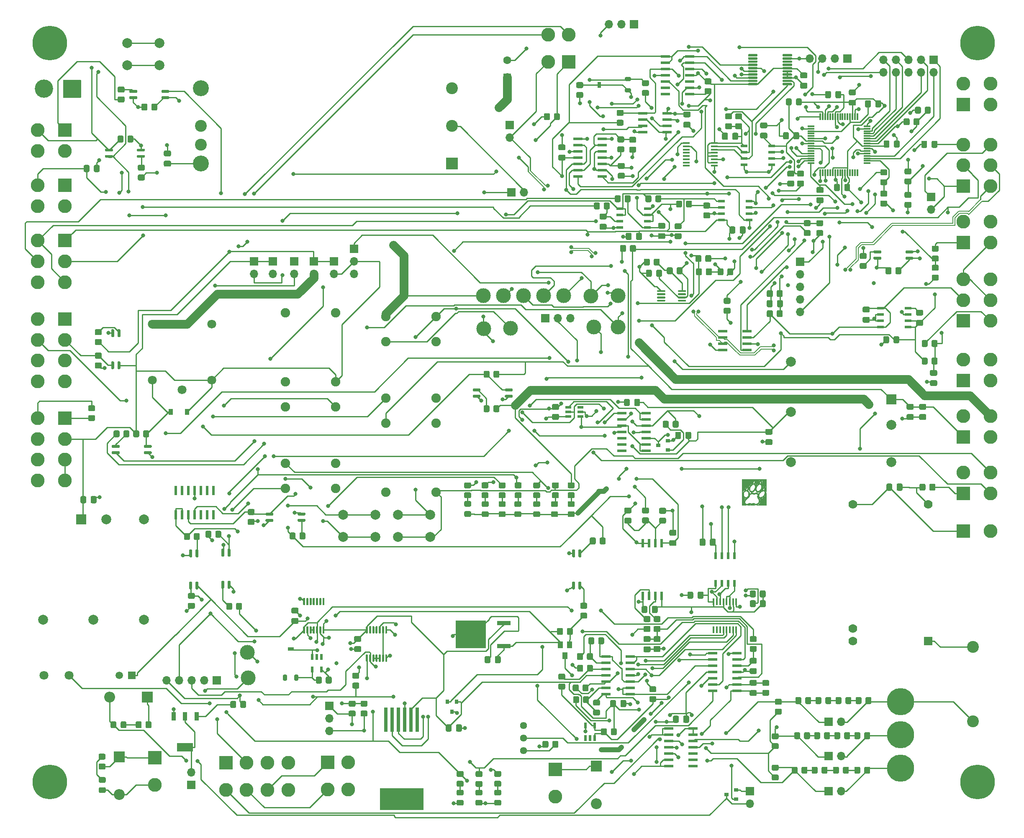
<source format=gbr>
%TF.GenerationSoftware,KiCad,Pcbnew,(5.1.9)-1*%
%TF.CreationDate,2022-03-11T17:21:42-05:00*%
%TF.ProjectId,TSI_Rev.7,5453495f-5265-4762-9e37-2e6b69636164,rev?*%
%TF.SameCoordinates,Original*%
%TF.FileFunction,Copper,L1,Top*%
%TF.FilePolarity,Positive*%
%FSLAX46Y46*%
G04 Gerber Fmt 4.6, Leading zero omitted, Abs format (unit mm)*
G04 Created by KiCad (PCBNEW (5.1.9)-1) date 2022-03-11 17:21:42*
%MOMM*%
%LPD*%
G01*
G04 APERTURE LIST*
%TA.AperFunction,EtchedComponent*%
%ADD10C,0.002540*%
%TD*%
%TA.AperFunction,ComponentPad*%
%ADD11C,2.400000*%
%TD*%
%TA.AperFunction,ComponentPad*%
%ADD12C,3.226000*%
%TD*%
%TA.AperFunction,ComponentPad*%
%ADD13R,2.400000X2.400000*%
%TD*%
%TA.AperFunction,ComponentPad*%
%ADD14C,2.000000*%
%TD*%
%TA.AperFunction,ComponentPad*%
%ADD15R,2.000000X2.000000*%
%TD*%
%TA.AperFunction,ComponentPad*%
%ADD16O,1.700000X1.700000*%
%TD*%
%TA.AperFunction,ComponentPad*%
%ADD17R,1.700000X1.700000*%
%TD*%
%TA.AperFunction,SMDPad,CuDef*%
%ADD18R,0.760000X5.000000*%
%TD*%
%TA.AperFunction,SMDPad,CuDef*%
%ADD19R,8.800000X4.500000*%
%TD*%
%TA.AperFunction,ComponentPad*%
%ADD20C,2.800000*%
%TD*%
%TA.AperFunction,ComponentPad*%
%ADD21R,2.800000X2.800000*%
%TD*%
%TA.AperFunction,SMDPad,CuDef*%
%ADD22R,0.762000X1.270000*%
%TD*%
%TA.AperFunction,SMDPad,CuDef*%
%ADD23R,1.270000X0.762000*%
%TD*%
%TA.AperFunction,SMDPad,CuDef*%
%ADD24R,0.410000X1.470000*%
%TD*%
%TA.AperFunction,SMDPad,CuDef*%
%ADD25R,6.090000X5.630000*%
%TD*%
%TA.AperFunction,SMDPad,CuDef*%
%ADD26R,2.830000X0.970000*%
%TD*%
%TA.AperFunction,ComponentPad*%
%ADD27C,1.778000*%
%TD*%
%TA.AperFunction,ComponentPad*%
%ADD28R,1.778000X1.778000*%
%TD*%
%TA.AperFunction,SMDPad,CuDef*%
%ADD29C,3.000000*%
%TD*%
%TA.AperFunction,SMDPad,CuDef*%
%ADD30R,0.900000X1.200000*%
%TD*%
%TA.AperFunction,ComponentPad*%
%ADD31R,2.200000X2.200000*%
%TD*%
%TA.AperFunction,ComponentPad*%
%ADD32O,2.200000X2.200000*%
%TD*%
%TA.AperFunction,SMDPad,CuDef*%
%ADD33R,0.590000X1.210000*%
%TD*%
%TA.AperFunction,ComponentPad*%
%ADD34C,5.500000*%
%TD*%
%TA.AperFunction,ComponentPad*%
%ADD35C,1.808000*%
%TD*%
%TA.AperFunction,SMDPad,CuDef*%
%ADD36R,1.000000X1.400000*%
%TD*%
%TA.AperFunction,SMDPad,CuDef*%
%ADD37R,0.900000X0.800000*%
%TD*%
%TA.AperFunction,SMDPad,CuDef*%
%ADD38R,1.422400X0.533400*%
%TD*%
%TA.AperFunction,SMDPad,CuDef*%
%ADD39R,0.590000X1.800000*%
%TD*%
%TA.AperFunction,SMDPad,CuDef*%
%ADD40R,0.533400X1.422400*%
%TD*%
%TA.AperFunction,SMDPad,CuDef*%
%ADD41R,1.900000X0.600000*%
%TD*%
%TA.AperFunction,ComponentPad*%
%ADD42C,7.000000*%
%TD*%
%TA.AperFunction,SMDPad,CuDef*%
%ADD43R,0.800000X0.900000*%
%TD*%
%TA.AperFunction,ComponentPad*%
%ADD44C,1.905000*%
%TD*%
%TA.AperFunction,ComponentPad*%
%ADD45C,1.600000*%
%TD*%
%TA.AperFunction,ComponentPad*%
%ADD46R,1.600000X1.600000*%
%TD*%
%TA.AperFunction,ComponentPad*%
%ADD47C,1.508000*%
%TD*%
%TA.AperFunction,ComponentPad*%
%ADD48R,1.508000X1.508000*%
%TD*%
%TA.AperFunction,ComponentPad*%
%ADD49C,1.800000*%
%TD*%
%TA.AperFunction,ComponentPad*%
%ADD50C,1.440000*%
%TD*%
%TA.AperFunction,SMDPad,CuDef*%
%ADD51R,3.190000X1.760000*%
%TD*%
%TA.AperFunction,SMDPad,CuDef*%
%ADD52R,0.940000X1.760000*%
%TD*%
%TA.AperFunction,SMDPad,CuDef*%
%ADD53R,1.470000X0.410000*%
%TD*%
%TA.AperFunction,ComponentPad*%
%ADD54C,3.700000*%
%TD*%
%TA.AperFunction,SMDPad,CuDef*%
%ADD55R,1.210000X0.580000*%
%TD*%
%TA.AperFunction,SMDPad,CuDef*%
%ADD56R,1.981200X0.533400*%
%TD*%
%TA.AperFunction,SMDPad,CuDef*%
%ADD57R,0.600000X1.900000*%
%TD*%
%TA.AperFunction,SMDPad,CuDef*%
%ADD58R,1.470000X0.300000*%
%TD*%
%TA.AperFunction,SMDPad,CuDef*%
%ADD59R,0.300000X1.470000*%
%TD*%
%TA.AperFunction,ViaPad*%
%ADD60C,0.800000*%
%TD*%
%TA.AperFunction,Conductor*%
%ADD61C,0.250000*%
%TD*%
%TA.AperFunction,Conductor*%
%ADD62C,1.000000*%
%TD*%
%TA.AperFunction,Conductor*%
%ADD63C,1.800000*%
%TD*%
%TA.AperFunction,Conductor*%
%ADD64C,0.550800*%
%TD*%
%TA.AperFunction,Conductor*%
%ADD65C,0.200000*%
%TD*%
G04 APERTURE END LIST*
D10*
%TO.C,VAL*%
G36*
X252036580Y-150373080D02*
G01*
X252028960Y-150495000D01*
X252006100Y-150622000D01*
X251980700Y-150718520D01*
X251932440Y-150845520D01*
X251874020Y-150964900D01*
X251828300Y-151038560D01*
X251828300Y-150360380D01*
X251823220Y-150286720D01*
X251810520Y-150223220D01*
X251807980Y-150220680D01*
X251780040Y-150141940D01*
X251744480Y-150070820D01*
X251729240Y-150047960D01*
X251729240Y-149387560D01*
X251726700Y-149331680D01*
X251724160Y-149280880D01*
X251721620Y-149237700D01*
X251716540Y-149204680D01*
X251708920Y-149184360D01*
X251706380Y-149179280D01*
X251696220Y-149181820D01*
X251680980Y-149199600D01*
X251660660Y-149227540D01*
X251637800Y-149263100D01*
X251609860Y-149306280D01*
X251581920Y-149352000D01*
X251553980Y-149402800D01*
X251528580Y-149451060D01*
X251505720Y-149499320D01*
X251495560Y-149519640D01*
X251480320Y-149552660D01*
X251465080Y-149595840D01*
X251449840Y-149641560D01*
X251434600Y-149684740D01*
X251421900Y-149725380D01*
X251414280Y-149758400D01*
X251409200Y-149778720D01*
X251409200Y-149781260D01*
X251414280Y-149788880D01*
X251421900Y-149788880D01*
X251437140Y-149783800D01*
X251462540Y-149778720D01*
X251490480Y-149773640D01*
X251543820Y-149768560D01*
X251602240Y-149773640D01*
X251653040Y-149786340D01*
X251655580Y-149788880D01*
X251665740Y-149786340D01*
X251673360Y-149773640D01*
X251683520Y-149750780D01*
X251693680Y-149715220D01*
X251706380Y-149664420D01*
X251711460Y-149639020D01*
X251719080Y-149600920D01*
X251724160Y-149555200D01*
X251726700Y-149501860D01*
X251729240Y-149445980D01*
X251729240Y-149387560D01*
X251729240Y-150047960D01*
X251701300Y-150009860D01*
X251655580Y-149959060D01*
X251602240Y-149926040D01*
X251599700Y-149923500D01*
X251548900Y-149905720D01*
X251495560Y-149903180D01*
X251437140Y-149913340D01*
X251371100Y-149938740D01*
X251299980Y-149979380D01*
X251279660Y-149992080D01*
X251216160Y-150042880D01*
X251147580Y-150103840D01*
X251081540Y-150174960D01*
X251018040Y-150251160D01*
X250962160Y-150327360D01*
X250916440Y-150403560D01*
X250908820Y-150421340D01*
X250868180Y-150517860D01*
X250835160Y-150627080D01*
X250814840Y-150738840D01*
X250807220Y-150853140D01*
X250807220Y-150858220D01*
X250814840Y-150952200D01*
X250830080Y-151038560D01*
X250858020Y-151109680D01*
X250896120Y-151173180D01*
X250941840Y-151221440D01*
X250997720Y-151257000D01*
X251061220Y-151279860D01*
X251134880Y-151287480D01*
X251160280Y-151287480D01*
X251203460Y-151282400D01*
X251246640Y-151272240D01*
X251277120Y-151262080D01*
X251340620Y-151234140D01*
X251401580Y-151201120D01*
X251460000Y-151155400D01*
X251495560Y-151122380D01*
X251584460Y-151028400D01*
X251660660Y-150921720D01*
X251726700Y-150804880D01*
X251777500Y-150677880D01*
X251807980Y-150578820D01*
X251820680Y-150512780D01*
X251828300Y-150436580D01*
X251828300Y-150360380D01*
X251828300Y-151038560D01*
X251807980Y-151074120D01*
X251731780Y-151173180D01*
X251650500Y-151262080D01*
X251561600Y-151335740D01*
X251467620Y-151399240D01*
X251371100Y-151444960D01*
X251269500Y-151477980D01*
X251254260Y-151480520D01*
X251160280Y-151493220D01*
X251066300Y-151488140D01*
X250979940Y-151470360D01*
X250898660Y-151434800D01*
X250825000Y-151386540D01*
X250781820Y-151350980D01*
X250725940Y-151287480D01*
X250682760Y-151216360D01*
X250649740Y-151137620D01*
X250624340Y-151046180D01*
X250614180Y-151000460D01*
X250598940Y-150916640D01*
X250565920Y-150977600D01*
X250527820Y-151038560D01*
X250527820Y-150355300D01*
X250517660Y-150263860D01*
X250507500Y-150220680D01*
X250482100Y-150144480D01*
X250446540Y-150075900D01*
X250426220Y-150045420D01*
X250426220Y-149402800D01*
X250426220Y-149349460D01*
X250423680Y-149298660D01*
X250421140Y-149252940D01*
X250416060Y-149214840D01*
X250410980Y-149189440D01*
X250403360Y-149174200D01*
X250400820Y-149174200D01*
X250393200Y-149181820D01*
X250377960Y-149199600D01*
X250357640Y-149230080D01*
X250334780Y-149265640D01*
X250306840Y-149306280D01*
X250281440Y-149352000D01*
X250256040Y-149395180D01*
X250233180Y-149435820D01*
X250228100Y-149448520D01*
X250197620Y-149509480D01*
X250172220Y-149575520D01*
X250146820Y-149644100D01*
X250123960Y-149705060D01*
X250111260Y-149760940D01*
X250108720Y-149766020D01*
X250106180Y-149783800D01*
X250108720Y-149791420D01*
X250116340Y-149788880D01*
X250131580Y-149783800D01*
X250159520Y-149778720D01*
X250184920Y-149773640D01*
X250228100Y-149768560D01*
X250263660Y-149768560D01*
X250294140Y-149773640D01*
X250322080Y-149781260D01*
X250347480Y-149783800D01*
X250357640Y-149786340D01*
X250367800Y-149778720D01*
X250377960Y-149755860D01*
X250388120Y-149720300D01*
X250400820Y-149672040D01*
X250410980Y-149613620D01*
X250416060Y-149595840D01*
X250421140Y-149555200D01*
X250423680Y-149509480D01*
X250426220Y-149458680D01*
X250426220Y-149402800D01*
X250426220Y-150045420D01*
X250405900Y-150014940D01*
X250357640Y-149966680D01*
X250306840Y-149928580D01*
X250294140Y-149923500D01*
X250266200Y-149910800D01*
X250243340Y-149903180D01*
X250215400Y-149903180D01*
X250192540Y-149903180D01*
X250154440Y-149910800D01*
X250116340Y-149918420D01*
X250093480Y-149926040D01*
X250040140Y-149953980D01*
X249984260Y-149992080D01*
X249923300Y-150035260D01*
X249867420Y-150083520D01*
X249834400Y-150114000D01*
X249742960Y-150213060D01*
X249666760Y-150319740D01*
X249603260Y-150434040D01*
X249555000Y-150548340D01*
X249524520Y-150667720D01*
X249506740Y-150789640D01*
X249506740Y-150888700D01*
X249516900Y-150982680D01*
X249537220Y-151066500D01*
X249570240Y-151135080D01*
X249610880Y-151193500D01*
X249661680Y-151239220D01*
X249722640Y-151269700D01*
X249750580Y-151277320D01*
X249796300Y-151287480D01*
X249836940Y-151290020D01*
X249885200Y-151284940D01*
X249908060Y-151282400D01*
X249938540Y-151272240D01*
X249979180Y-151259540D01*
X250017280Y-151244300D01*
X250024900Y-151241760D01*
X250108720Y-151190960D01*
X250190000Y-151127460D01*
X250266200Y-151051260D01*
X250334780Y-150959820D01*
X250395740Y-150858220D01*
X250449080Y-150749000D01*
X250484640Y-150649940D01*
X250510040Y-150553420D01*
X250525280Y-150451820D01*
X250527820Y-150355300D01*
X250527820Y-151038560D01*
X250499880Y-151084280D01*
X250423680Y-151180800D01*
X250339860Y-151267160D01*
X250253500Y-151340820D01*
X250159520Y-151401780D01*
X250063000Y-151447500D01*
X250004580Y-151467820D01*
X249958860Y-151477980D01*
X249908060Y-151485600D01*
X249854720Y-151490680D01*
X249801380Y-151490680D01*
X249758200Y-151488140D01*
X249737880Y-151485600D01*
X249643900Y-151457660D01*
X249562620Y-151417020D01*
X249491500Y-151361140D01*
X249430540Y-151295100D01*
X249379740Y-151213820D01*
X249341640Y-151122380D01*
X249313700Y-151020780D01*
X249313700Y-151015700D01*
X249306080Y-150959820D01*
X249303540Y-150891240D01*
X249303540Y-150820120D01*
X249306080Y-150746460D01*
X249313700Y-150675340D01*
X249323860Y-150614380D01*
X249326400Y-150611840D01*
X249367040Y-150469600D01*
X249420380Y-150334980D01*
X249491500Y-150210520D01*
X249527060Y-150157180D01*
X249562620Y-150108920D01*
X249608340Y-150058120D01*
X249656600Y-150004780D01*
X249709940Y-149951440D01*
X249760740Y-149903180D01*
X249806460Y-149865080D01*
X249839480Y-149839680D01*
X249872500Y-149816820D01*
X249890280Y-149799040D01*
X249900440Y-149786340D01*
X249902980Y-149776180D01*
X249905520Y-149750780D01*
X249913140Y-149707600D01*
X249928380Y-149654260D01*
X249948700Y-149588220D01*
X249958860Y-149560280D01*
X249986800Y-149486620D01*
X250022360Y-149405340D01*
X250063000Y-149321520D01*
X250108720Y-149240240D01*
X250154440Y-149164040D01*
X250202700Y-149095460D01*
X250245880Y-149039580D01*
X250253500Y-149031960D01*
X250294140Y-148993860D01*
X250334780Y-148973540D01*
X250385580Y-148963380D01*
X250421140Y-148963380D01*
X250477020Y-148976080D01*
X250525280Y-149001480D01*
X250565920Y-149039580D01*
X250593860Y-149092920D01*
X250609100Y-149138640D01*
X250629420Y-149265640D01*
X250637040Y-149400260D01*
X250629420Y-149534880D01*
X250611640Y-149672040D01*
X250581160Y-149796500D01*
X250558300Y-149872700D01*
X250591320Y-149918420D01*
X250644660Y-150007320D01*
X250685300Y-150103840D01*
X250715780Y-150210520D01*
X250718320Y-150233380D01*
X250725940Y-150266400D01*
X250728480Y-150291800D01*
X250731020Y-150304500D01*
X250731020Y-150307040D01*
X250736100Y-150301960D01*
X250746260Y-150286720D01*
X250761500Y-150261320D01*
X250774200Y-150243540D01*
X250832620Y-150154640D01*
X250901200Y-150065740D01*
X250977400Y-149981920D01*
X251058680Y-149905720D01*
X251137420Y-149844760D01*
X251167900Y-149819360D01*
X251188220Y-149799040D01*
X251200920Y-149783800D01*
X251200920Y-149781260D01*
X251233940Y-149641560D01*
X251277120Y-149512020D01*
X251330460Y-149387560D01*
X251399040Y-149260560D01*
X251421900Y-149222460D01*
X251457460Y-149164040D01*
X251493020Y-149110700D01*
X251528580Y-149064980D01*
X251556520Y-149029420D01*
X251574300Y-149011640D01*
X251614940Y-148983700D01*
X251663200Y-148965920D01*
X251716540Y-148963380D01*
X251772420Y-148973540D01*
X251795280Y-148983700D01*
X251838460Y-149009100D01*
X251871480Y-149047200D01*
X251896880Y-149095460D01*
X251914660Y-149158960D01*
X251917200Y-149171660D01*
X251934980Y-149308820D01*
X251937520Y-149451060D01*
X251924820Y-149593300D01*
X251899420Y-149733000D01*
X251876560Y-149816820D01*
X251858780Y-149870160D01*
X251904500Y-149938740D01*
X251960380Y-150040340D01*
X252001020Y-150144480D01*
X252026420Y-150256240D01*
X252036580Y-150373080D01*
G37*
X252036580Y-150373080D02*
X252028960Y-150495000D01*
X252006100Y-150622000D01*
X251980700Y-150718520D01*
X251932440Y-150845520D01*
X251874020Y-150964900D01*
X251828300Y-151038560D01*
X251828300Y-150360380D01*
X251823220Y-150286720D01*
X251810520Y-150223220D01*
X251807980Y-150220680D01*
X251780040Y-150141940D01*
X251744480Y-150070820D01*
X251729240Y-150047960D01*
X251729240Y-149387560D01*
X251726700Y-149331680D01*
X251724160Y-149280880D01*
X251721620Y-149237700D01*
X251716540Y-149204680D01*
X251708920Y-149184360D01*
X251706380Y-149179280D01*
X251696220Y-149181820D01*
X251680980Y-149199600D01*
X251660660Y-149227540D01*
X251637800Y-149263100D01*
X251609860Y-149306280D01*
X251581920Y-149352000D01*
X251553980Y-149402800D01*
X251528580Y-149451060D01*
X251505720Y-149499320D01*
X251495560Y-149519640D01*
X251480320Y-149552660D01*
X251465080Y-149595840D01*
X251449840Y-149641560D01*
X251434600Y-149684740D01*
X251421900Y-149725380D01*
X251414280Y-149758400D01*
X251409200Y-149778720D01*
X251409200Y-149781260D01*
X251414280Y-149788880D01*
X251421900Y-149788880D01*
X251437140Y-149783800D01*
X251462540Y-149778720D01*
X251490480Y-149773640D01*
X251543820Y-149768560D01*
X251602240Y-149773640D01*
X251653040Y-149786340D01*
X251655580Y-149788880D01*
X251665740Y-149786340D01*
X251673360Y-149773640D01*
X251683520Y-149750780D01*
X251693680Y-149715220D01*
X251706380Y-149664420D01*
X251711460Y-149639020D01*
X251719080Y-149600920D01*
X251724160Y-149555200D01*
X251726700Y-149501860D01*
X251729240Y-149445980D01*
X251729240Y-149387560D01*
X251729240Y-150047960D01*
X251701300Y-150009860D01*
X251655580Y-149959060D01*
X251602240Y-149926040D01*
X251599700Y-149923500D01*
X251548900Y-149905720D01*
X251495560Y-149903180D01*
X251437140Y-149913340D01*
X251371100Y-149938740D01*
X251299980Y-149979380D01*
X251279660Y-149992080D01*
X251216160Y-150042880D01*
X251147580Y-150103840D01*
X251081540Y-150174960D01*
X251018040Y-150251160D01*
X250962160Y-150327360D01*
X250916440Y-150403560D01*
X250908820Y-150421340D01*
X250868180Y-150517860D01*
X250835160Y-150627080D01*
X250814840Y-150738840D01*
X250807220Y-150853140D01*
X250807220Y-150858220D01*
X250814840Y-150952200D01*
X250830080Y-151038560D01*
X250858020Y-151109680D01*
X250896120Y-151173180D01*
X250941840Y-151221440D01*
X250997720Y-151257000D01*
X251061220Y-151279860D01*
X251134880Y-151287480D01*
X251160280Y-151287480D01*
X251203460Y-151282400D01*
X251246640Y-151272240D01*
X251277120Y-151262080D01*
X251340620Y-151234140D01*
X251401580Y-151201120D01*
X251460000Y-151155400D01*
X251495560Y-151122380D01*
X251584460Y-151028400D01*
X251660660Y-150921720D01*
X251726700Y-150804880D01*
X251777500Y-150677880D01*
X251807980Y-150578820D01*
X251820680Y-150512780D01*
X251828300Y-150436580D01*
X251828300Y-150360380D01*
X251828300Y-151038560D01*
X251807980Y-151074120D01*
X251731780Y-151173180D01*
X251650500Y-151262080D01*
X251561600Y-151335740D01*
X251467620Y-151399240D01*
X251371100Y-151444960D01*
X251269500Y-151477980D01*
X251254260Y-151480520D01*
X251160280Y-151493220D01*
X251066300Y-151488140D01*
X250979940Y-151470360D01*
X250898660Y-151434800D01*
X250825000Y-151386540D01*
X250781820Y-151350980D01*
X250725940Y-151287480D01*
X250682760Y-151216360D01*
X250649740Y-151137620D01*
X250624340Y-151046180D01*
X250614180Y-151000460D01*
X250598940Y-150916640D01*
X250565920Y-150977600D01*
X250527820Y-151038560D01*
X250527820Y-150355300D01*
X250517660Y-150263860D01*
X250507500Y-150220680D01*
X250482100Y-150144480D01*
X250446540Y-150075900D01*
X250426220Y-150045420D01*
X250426220Y-149402800D01*
X250426220Y-149349460D01*
X250423680Y-149298660D01*
X250421140Y-149252940D01*
X250416060Y-149214840D01*
X250410980Y-149189440D01*
X250403360Y-149174200D01*
X250400820Y-149174200D01*
X250393200Y-149181820D01*
X250377960Y-149199600D01*
X250357640Y-149230080D01*
X250334780Y-149265640D01*
X250306840Y-149306280D01*
X250281440Y-149352000D01*
X250256040Y-149395180D01*
X250233180Y-149435820D01*
X250228100Y-149448520D01*
X250197620Y-149509480D01*
X250172220Y-149575520D01*
X250146820Y-149644100D01*
X250123960Y-149705060D01*
X250111260Y-149760940D01*
X250108720Y-149766020D01*
X250106180Y-149783800D01*
X250108720Y-149791420D01*
X250116340Y-149788880D01*
X250131580Y-149783800D01*
X250159520Y-149778720D01*
X250184920Y-149773640D01*
X250228100Y-149768560D01*
X250263660Y-149768560D01*
X250294140Y-149773640D01*
X250322080Y-149781260D01*
X250347480Y-149783800D01*
X250357640Y-149786340D01*
X250367800Y-149778720D01*
X250377960Y-149755860D01*
X250388120Y-149720300D01*
X250400820Y-149672040D01*
X250410980Y-149613620D01*
X250416060Y-149595840D01*
X250421140Y-149555200D01*
X250423680Y-149509480D01*
X250426220Y-149458680D01*
X250426220Y-149402800D01*
X250426220Y-150045420D01*
X250405900Y-150014940D01*
X250357640Y-149966680D01*
X250306840Y-149928580D01*
X250294140Y-149923500D01*
X250266200Y-149910800D01*
X250243340Y-149903180D01*
X250215400Y-149903180D01*
X250192540Y-149903180D01*
X250154440Y-149910800D01*
X250116340Y-149918420D01*
X250093480Y-149926040D01*
X250040140Y-149953980D01*
X249984260Y-149992080D01*
X249923300Y-150035260D01*
X249867420Y-150083520D01*
X249834400Y-150114000D01*
X249742960Y-150213060D01*
X249666760Y-150319740D01*
X249603260Y-150434040D01*
X249555000Y-150548340D01*
X249524520Y-150667720D01*
X249506740Y-150789640D01*
X249506740Y-150888700D01*
X249516900Y-150982680D01*
X249537220Y-151066500D01*
X249570240Y-151135080D01*
X249610880Y-151193500D01*
X249661680Y-151239220D01*
X249722640Y-151269700D01*
X249750580Y-151277320D01*
X249796300Y-151287480D01*
X249836940Y-151290020D01*
X249885200Y-151284940D01*
X249908060Y-151282400D01*
X249938540Y-151272240D01*
X249979180Y-151259540D01*
X250017280Y-151244300D01*
X250024900Y-151241760D01*
X250108720Y-151190960D01*
X250190000Y-151127460D01*
X250266200Y-151051260D01*
X250334780Y-150959820D01*
X250395740Y-150858220D01*
X250449080Y-150749000D01*
X250484640Y-150649940D01*
X250510040Y-150553420D01*
X250525280Y-150451820D01*
X250527820Y-150355300D01*
X250527820Y-151038560D01*
X250499880Y-151084280D01*
X250423680Y-151180800D01*
X250339860Y-151267160D01*
X250253500Y-151340820D01*
X250159520Y-151401780D01*
X250063000Y-151447500D01*
X250004580Y-151467820D01*
X249958860Y-151477980D01*
X249908060Y-151485600D01*
X249854720Y-151490680D01*
X249801380Y-151490680D01*
X249758200Y-151488140D01*
X249737880Y-151485600D01*
X249643900Y-151457660D01*
X249562620Y-151417020D01*
X249491500Y-151361140D01*
X249430540Y-151295100D01*
X249379740Y-151213820D01*
X249341640Y-151122380D01*
X249313700Y-151020780D01*
X249313700Y-151015700D01*
X249306080Y-150959820D01*
X249303540Y-150891240D01*
X249303540Y-150820120D01*
X249306080Y-150746460D01*
X249313700Y-150675340D01*
X249323860Y-150614380D01*
X249326400Y-150611840D01*
X249367040Y-150469600D01*
X249420380Y-150334980D01*
X249491500Y-150210520D01*
X249527060Y-150157180D01*
X249562620Y-150108920D01*
X249608340Y-150058120D01*
X249656600Y-150004780D01*
X249709940Y-149951440D01*
X249760740Y-149903180D01*
X249806460Y-149865080D01*
X249839480Y-149839680D01*
X249872500Y-149816820D01*
X249890280Y-149799040D01*
X249900440Y-149786340D01*
X249902980Y-149776180D01*
X249905520Y-149750780D01*
X249913140Y-149707600D01*
X249928380Y-149654260D01*
X249948700Y-149588220D01*
X249958860Y-149560280D01*
X249986800Y-149486620D01*
X250022360Y-149405340D01*
X250063000Y-149321520D01*
X250108720Y-149240240D01*
X250154440Y-149164040D01*
X250202700Y-149095460D01*
X250245880Y-149039580D01*
X250253500Y-149031960D01*
X250294140Y-148993860D01*
X250334780Y-148973540D01*
X250385580Y-148963380D01*
X250421140Y-148963380D01*
X250477020Y-148976080D01*
X250525280Y-149001480D01*
X250565920Y-149039580D01*
X250593860Y-149092920D01*
X250609100Y-149138640D01*
X250629420Y-149265640D01*
X250637040Y-149400260D01*
X250629420Y-149534880D01*
X250611640Y-149672040D01*
X250581160Y-149796500D01*
X250558300Y-149872700D01*
X250591320Y-149918420D01*
X250644660Y-150007320D01*
X250685300Y-150103840D01*
X250715780Y-150210520D01*
X250718320Y-150233380D01*
X250725940Y-150266400D01*
X250728480Y-150291800D01*
X250731020Y-150304500D01*
X250731020Y-150307040D01*
X250736100Y-150301960D01*
X250746260Y-150286720D01*
X250761500Y-150261320D01*
X250774200Y-150243540D01*
X250832620Y-150154640D01*
X250901200Y-150065740D01*
X250977400Y-149981920D01*
X251058680Y-149905720D01*
X251137420Y-149844760D01*
X251167900Y-149819360D01*
X251188220Y-149799040D01*
X251200920Y-149783800D01*
X251200920Y-149781260D01*
X251233940Y-149641560D01*
X251277120Y-149512020D01*
X251330460Y-149387560D01*
X251399040Y-149260560D01*
X251421900Y-149222460D01*
X251457460Y-149164040D01*
X251493020Y-149110700D01*
X251528580Y-149064980D01*
X251556520Y-149029420D01*
X251574300Y-149011640D01*
X251614940Y-148983700D01*
X251663200Y-148965920D01*
X251716540Y-148963380D01*
X251772420Y-148973540D01*
X251795280Y-148983700D01*
X251838460Y-149009100D01*
X251871480Y-149047200D01*
X251896880Y-149095460D01*
X251914660Y-149158960D01*
X251917200Y-149171660D01*
X251934980Y-149308820D01*
X251937520Y-149451060D01*
X251924820Y-149593300D01*
X251899420Y-149733000D01*
X251876560Y-149816820D01*
X251858780Y-149870160D01*
X251904500Y-149938740D01*
X251960380Y-150040340D01*
X252001020Y-150144480D01*
X252026420Y-150256240D01*
X252036580Y-150373080D01*
G36*
X252724920Y-151582120D02*
G01*
X252719840Y-151640540D01*
X252714760Y-151691340D01*
X252709680Y-151719280D01*
X252702060Y-151754840D01*
X252689360Y-151798020D01*
X252674120Y-151843740D01*
X252671580Y-151853900D01*
X252620780Y-151970740D01*
X252554740Y-152087580D01*
X252514100Y-152148540D01*
X252514100Y-151574500D01*
X252514100Y-151526240D01*
X252511560Y-151493220D01*
X252509020Y-151467820D01*
X252503940Y-151447500D01*
X252498860Y-151427180D01*
X252493780Y-151422100D01*
X252460760Y-151366220D01*
X252440440Y-151345900D01*
X252440440Y-150736300D01*
X252437900Y-150713440D01*
X252435360Y-150670260D01*
X252427740Y-150624540D01*
X252420120Y-150578820D01*
X252412500Y-150538180D01*
X252404880Y-150502620D01*
X252397260Y-150477220D01*
X252392180Y-150467060D01*
X252384560Y-150469600D01*
X252371860Y-150484840D01*
X252351540Y-150512780D01*
X252331220Y-150548340D01*
X252305820Y-150591520D01*
X252280420Y-150639780D01*
X252257560Y-150690580D01*
X252232160Y-150741380D01*
X252211840Y-150792180D01*
X252194060Y-150837900D01*
X252194060Y-150840440D01*
X252173740Y-150903940D01*
X252155960Y-150972520D01*
X252138180Y-151051260D01*
X252125480Y-151117300D01*
X252120400Y-151145240D01*
X252166120Y-151132540D01*
X252194060Y-151127460D01*
X252232160Y-151124920D01*
X252275340Y-151122380D01*
X252298200Y-151122380D01*
X252389640Y-151122380D01*
X252407420Y-151041100D01*
X252427740Y-150934420D01*
X252437900Y-150832820D01*
X252440440Y-150736300D01*
X252440440Y-151345900D01*
X252415040Y-151323040D01*
X252379480Y-151300180D01*
X252333760Y-151284940D01*
X252275340Y-151274780D01*
X252214380Y-151274780D01*
X252148340Y-151279860D01*
X252107700Y-151290020D01*
X252006100Y-151325580D01*
X251907040Y-151373840D01*
X251813060Y-151437340D01*
X251719080Y-151508460D01*
X251635260Y-151592280D01*
X251556520Y-151681180D01*
X251485400Y-151775160D01*
X251426980Y-151874220D01*
X251381260Y-151975820D01*
X251348240Y-152077420D01*
X251333000Y-152156160D01*
X251330460Y-152232360D01*
X251338080Y-152303480D01*
X251360940Y-152366980D01*
X251393960Y-152420320D01*
X251434600Y-152460960D01*
X251487940Y-152491440D01*
X251500640Y-152496520D01*
X251546360Y-152506680D01*
X251602240Y-152509220D01*
X251663200Y-152506680D01*
X251721620Y-152499060D01*
X251747020Y-152493980D01*
X251848620Y-152458420D01*
X251947680Y-152407620D01*
X252044200Y-152344120D01*
X252138180Y-152267920D01*
X252224540Y-152184100D01*
X252305820Y-152090120D01*
X252374400Y-151991060D01*
X252435360Y-151886920D01*
X252481080Y-151780240D01*
X252486160Y-151765000D01*
X252498860Y-151729440D01*
X252506480Y-151701500D01*
X252511560Y-151673560D01*
X252514100Y-151643080D01*
X252514100Y-151602440D01*
X252514100Y-151574500D01*
X252514100Y-152148540D01*
X252478540Y-152201880D01*
X252389640Y-152308560D01*
X252290580Y-152405080D01*
X252183900Y-152493980D01*
X252074680Y-152570180D01*
X251985780Y-152618440D01*
X251927360Y-152646380D01*
X251861320Y-152669240D01*
X251790200Y-152692100D01*
X251726700Y-152707340D01*
X251686060Y-152712420D01*
X251592080Y-152717500D01*
X251503180Y-152707340D01*
X251421900Y-152684480D01*
X251348240Y-152648920D01*
X251284740Y-152600660D01*
X251266960Y-152585420D01*
X251259340Y-152580340D01*
X251256800Y-152580340D01*
X251261880Y-152590500D01*
X251274580Y-152610820D01*
X251292360Y-152638760D01*
X251317760Y-152674320D01*
X251335540Y-152702260D01*
X251391420Y-152786080D01*
X251434600Y-152859740D01*
X251467620Y-152925780D01*
X251493020Y-152991820D01*
X251513340Y-153055320D01*
X251526040Y-153121360D01*
X251528580Y-153149300D01*
X251533660Y-153248360D01*
X251520960Y-153352500D01*
X251498100Y-153456640D01*
X251460000Y-153560780D01*
X251411740Y-153657300D01*
X251350780Y-153746200D01*
X251343160Y-153756360D01*
X251325380Y-153776680D01*
X251325380Y-153228040D01*
X251322840Y-153172160D01*
X251317760Y-153123900D01*
X251305060Y-153075640D01*
X251289820Y-153027380D01*
X251264420Y-152976580D01*
X251231400Y-152918160D01*
X251190760Y-152852120D01*
X251157740Y-152801320D01*
X251109480Y-152732740D01*
X251073920Y-152671780D01*
X251045980Y-152618440D01*
X251025660Y-152570180D01*
X251010420Y-152524460D01*
X251007880Y-152506680D01*
X251000260Y-152458420D01*
X250995180Y-152412700D01*
X250997720Y-152366980D01*
X251002800Y-152311100D01*
X251015500Y-152245060D01*
X251015500Y-152237440D01*
X251028200Y-152171400D01*
X251033280Y-152115520D01*
X251033280Y-152067260D01*
X251023120Y-152026620D01*
X251010420Y-151983440D01*
X251002800Y-151970740D01*
X250967240Y-151912320D01*
X250918980Y-151864060D01*
X250863100Y-151831040D01*
X250799600Y-151813260D01*
X250731020Y-151810720D01*
X250685300Y-151815800D01*
X250654820Y-151823420D01*
X250614180Y-151838660D01*
X250563380Y-151858980D01*
X250510040Y-151884380D01*
X250441460Y-151914860D01*
X250385580Y-151937720D01*
X250334780Y-151947880D01*
X250291600Y-151950420D01*
X250250960Y-151942800D01*
X250210320Y-151927560D01*
X250169680Y-151899620D01*
X250162060Y-151897080D01*
X250113800Y-151861520D01*
X250073160Y-151838660D01*
X250035060Y-151823420D01*
X249999500Y-151815800D01*
X249958860Y-151813260D01*
X249941080Y-151813260D01*
X249897900Y-151813260D01*
X249864880Y-151818340D01*
X249834400Y-151825960D01*
X249811540Y-151833580D01*
X249732800Y-151871680D01*
X249664220Y-151917400D01*
X249605800Y-151970740D01*
X249549920Y-152031700D01*
X249504200Y-152102820D01*
X249468640Y-152181560D01*
X249448320Y-152234900D01*
X249425460Y-152300940D01*
X249400060Y-152359360D01*
X249372120Y-152415240D01*
X249339100Y-152468580D01*
X249301000Y-152521920D01*
X249255280Y-152575260D01*
X249227340Y-152600660D01*
X249227340Y-151866600D01*
X249227340Y-151815800D01*
X249224800Y-151777700D01*
X249222260Y-151744680D01*
X249217180Y-151716740D01*
X249209560Y-151688800D01*
X249204480Y-151668480D01*
X249176540Y-151587200D01*
X249143520Y-151521160D01*
X249100340Y-151460200D01*
X249054620Y-151409400D01*
X249036840Y-151394160D01*
X249036840Y-150566120D01*
X249036840Y-150528020D01*
X249036840Y-150500080D01*
X249034300Y-150489920D01*
X249029220Y-150456900D01*
X248996200Y-150495000D01*
X248960640Y-150535640D01*
X248925080Y-150588980D01*
X248884440Y-150649940D01*
X248846340Y-150710900D01*
X248810780Y-150774400D01*
X248785380Y-150827740D01*
X248767600Y-150863300D01*
X248749820Y-150903940D01*
X248732040Y-150952200D01*
X248714260Y-150997920D01*
X248699020Y-151041100D01*
X248686320Y-151079200D01*
X248676160Y-151107140D01*
X248673620Y-151119840D01*
X248681240Y-151122380D01*
X248704100Y-151122380D01*
X248734580Y-151124920D01*
X248759980Y-151122380D01*
X248818400Y-151122380D01*
X248861580Y-151127460D01*
X248886980Y-151132540D01*
X248925080Y-151142700D01*
X248937780Y-151112220D01*
X248947940Y-151091900D01*
X248960640Y-151058880D01*
X248973340Y-151023320D01*
X248973340Y-151015700D01*
X248996200Y-150947120D01*
X249013980Y-150881080D01*
X249024140Y-150815040D01*
X249031760Y-150741380D01*
X249036840Y-150662640D01*
X249036840Y-150614380D01*
X249036840Y-150566120D01*
X249036840Y-151394160D01*
X248993660Y-151353520D01*
X248930160Y-151312880D01*
X248861580Y-151287480D01*
X248787920Y-151274780D01*
X248742200Y-151274780D01*
X248655840Y-151282400D01*
X248574560Y-151305260D01*
X248500900Y-151345900D01*
X248432320Y-151399240D01*
X248368820Y-151467820D01*
X248315480Y-151549100D01*
X248287540Y-151599900D01*
X248262140Y-151658320D01*
X248244360Y-151709120D01*
X248231660Y-151759920D01*
X248224040Y-151813260D01*
X248221500Y-151876760D01*
X248221500Y-151917400D01*
X248221500Y-151970740D01*
X248224040Y-152011380D01*
X248226580Y-152044400D01*
X248231660Y-152074880D01*
X248239280Y-152105360D01*
X248241820Y-152107900D01*
X248274840Y-152201880D01*
X248320560Y-152285700D01*
X248376440Y-152356820D01*
X248439940Y-152417780D01*
X248511060Y-152463500D01*
X248572020Y-152491440D01*
X248627900Y-152504140D01*
X248691400Y-152509220D01*
X248757440Y-152506680D01*
X248813320Y-152499060D01*
X248818400Y-152496520D01*
X248902220Y-152463500D01*
X248980960Y-152415240D01*
X249049540Y-152351740D01*
X249107960Y-152278080D01*
X249158760Y-152191720D01*
X249196860Y-152097740D01*
X249209560Y-152057100D01*
X249217180Y-152024080D01*
X249222260Y-151991060D01*
X249224800Y-151955500D01*
X249227340Y-151907240D01*
X249227340Y-151866600D01*
X249227340Y-152600660D01*
X249199400Y-152631140D01*
X249133360Y-152692100D01*
X249057160Y-152760680D01*
X249001280Y-152806400D01*
X248917460Y-152877520D01*
X248848880Y-152938480D01*
X248787920Y-152994360D01*
X248739660Y-153045160D01*
X248696480Y-153090880D01*
X248663460Y-153136600D01*
X248632980Y-153182320D01*
X248605040Y-153230580D01*
X248599960Y-153243280D01*
X248566940Y-153311860D01*
X248546620Y-153372820D01*
X248533920Y-153433780D01*
X248526300Y-153497280D01*
X248526300Y-153530300D01*
X248526300Y-153573480D01*
X248528840Y-153603960D01*
X248531380Y-153626820D01*
X248539000Y-153647140D01*
X248549160Y-153672540D01*
X248551700Y-153680160D01*
X248569480Y-153713180D01*
X248589800Y-153743660D01*
X248605040Y-153763980D01*
X248632980Y-153789380D01*
X248671080Y-153814780D01*
X248714260Y-153837640D01*
X248754900Y-153852880D01*
X248765060Y-153855420D01*
X248800620Y-153860500D01*
X248846340Y-153863040D01*
X248899680Y-153863040D01*
X248950480Y-153860500D01*
X248996200Y-153855420D01*
X249013980Y-153852880D01*
X249039380Y-153842720D01*
X249077480Y-153830020D01*
X249123200Y-153809700D01*
X249168920Y-153789380D01*
X249194320Y-153776680D01*
X249252740Y-153748740D01*
X249301000Y-153725880D01*
X249339100Y-153713180D01*
X249372120Y-153703020D01*
X249400060Y-153695400D01*
X249433080Y-153692860D01*
X249458480Y-153692860D01*
X249501660Y-153695400D01*
X249537220Y-153703020D01*
X249570240Y-153720800D01*
X249605800Y-153746200D01*
X249631200Y-153766520D01*
X249671840Y-153802080D01*
X249704860Y-153822400D01*
X249737880Y-153835100D01*
X249775980Y-153842720D01*
X249801380Y-153842720D01*
X249842020Y-153840180D01*
X249882660Y-153830020D01*
X249925840Y-153814780D01*
X249974100Y-153789380D01*
X250007120Y-153769060D01*
X250063000Y-153736040D01*
X250108720Y-153715720D01*
X250149360Y-153700480D01*
X250190000Y-153695400D01*
X250220480Y-153692860D01*
X250261120Y-153695400D01*
X250296680Y-153700480D01*
X250332240Y-153710640D01*
X250370340Y-153728420D01*
X250413520Y-153756360D01*
X250436380Y-153771600D01*
X250494800Y-153809700D01*
X250545600Y-153835100D01*
X250593860Y-153852880D01*
X250644660Y-153860500D01*
X250700540Y-153865580D01*
X250710700Y-153865580D01*
X250807220Y-153857960D01*
X250898660Y-153832560D01*
X250985020Y-153797000D01*
X251063760Y-153746200D01*
X251134880Y-153685240D01*
X251198380Y-153611580D01*
X251249180Y-153532840D01*
X251287280Y-153443940D01*
X251312680Y-153349960D01*
X251325380Y-153250900D01*
X251325380Y-153228040D01*
X251325380Y-153776680D01*
X251261880Y-153845260D01*
X251170440Y-153921460D01*
X251071380Y-153982420D01*
X250962160Y-154028140D01*
X250850400Y-154058620D01*
X250812300Y-154066240D01*
X250708160Y-154073860D01*
X250606560Y-154066240D01*
X250510040Y-154040840D01*
X250416060Y-154000200D01*
X250324620Y-153944320D01*
X250322080Y-153941780D01*
X250278900Y-153913840D01*
X250243340Y-153898600D01*
X250210320Y-153898600D01*
X250172220Y-153908760D01*
X250131580Y-153934160D01*
X250129040Y-153934160D01*
X250057920Y-153977340D01*
X249994420Y-154007820D01*
X249936000Y-154028140D01*
X249875040Y-154040840D01*
X249814080Y-154045920D01*
X249801380Y-154045920D01*
X249750580Y-154045920D01*
X249712480Y-154040840D01*
X249674380Y-154030680D01*
X249661680Y-154028140D01*
X249621040Y-154007820D01*
X249575320Y-153982420D01*
X249532140Y-153951940D01*
X249496580Y-153921460D01*
X249491500Y-153916380D01*
X249476260Y-153903680D01*
X249455940Y-153898600D01*
X249430540Y-153901140D01*
X249397520Y-153911300D01*
X249354340Y-153929080D01*
X249303540Y-153951940D01*
X249229880Y-153987500D01*
X249168920Y-154015440D01*
X249113040Y-154035760D01*
X249062240Y-154051000D01*
X249008900Y-154061160D01*
X248988580Y-154063700D01*
X248935240Y-154071320D01*
X248892060Y-154073860D01*
X248853960Y-154073860D01*
X248810780Y-154068780D01*
X248787920Y-154066240D01*
X248691400Y-154045920D01*
X248605040Y-154010360D01*
X248526300Y-153962100D01*
X248460260Y-153903680D01*
X248406920Y-153835100D01*
X248363740Y-153756360D01*
X248335800Y-153672540D01*
X248320560Y-153578560D01*
X248320560Y-153482040D01*
X248333260Y-153393140D01*
X248358660Y-153289000D01*
X248396760Y-153189940D01*
X248447560Y-153093420D01*
X248508520Y-153001980D01*
X248584720Y-152908000D01*
X248676160Y-152816560D01*
X248724420Y-152768300D01*
X248787920Y-152712420D01*
X248744740Y-152717500D01*
X248688860Y-152720040D01*
X248622820Y-152712420D01*
X248551700Y-152697180D01*
X248483120Y-152674320D01*
X248417080Y-152646380D01*
X248381520Y-152628600D01*
X248338340Y-152598120D01*
X248292620Y-152560020D01*
X248244360Y-152514300D01*
X248201180Y-152468580D01*
X248170700Y-152430480D01*
X248112280Y-152336500D01*
X248066560Y-152232360D01*
X248033540Y-152115520D01*
X248025920Y-152085040D01*
X248015760Y-152026620D01*
X248010680Y-151958040D01*
X248010680Y-151884380D01*
X248013220Y-151813260D01*
X248020840Y-151749760D01*
X248025920Y-151726900D01*
X248058940Y-151615140D01*
X248102120Y-151505920D01*
X248160540Y-151406860D01*
X248226580Y-151317960D01*
X248305320Y-151239220D01*
X248389140Y-151173180D01*
X248419620Y-151155400D01*
X248445020Y-151137620D01*
X248462800Y-151124920D01*
X248470420Y-151109680D01*
X248478040Y-151086820D01*
X248478040Y-151076660D01*
X248505980Y-150972520D01*
X248546620Y-150863300D01*
X248594880Y-150749000D01*
X248655840Y-150634700D01*
X248721880Y-150522940D01*
X248795540Y-150418800D01*
X248838720Y-150362920D01*
X248881900Y-150314660D01*
X248922540Y-150281640D01*
X248963180Y-150261320D01*
X249006360Y-150251160D01*
X249029220Y-150248620D01*
X249085100Y-150256240D01*
X249135900Y-150279100D01*
X249176540Y-150312120D01*
X249209560Y-150355300D01*
X249224800Y-150393400D01*
X249229880Y-150413720D01*
X249234960Y-150446740D01*
X249240040Y-150487380D01*
X249242580Y-150517860D01*
X249247660Y-150637240D01*
X249237500Y-150761700D01*
X249217180Y-150891240D01*
X249186700Y-151023320D01*
X249158760Y-151104600D01*
X249128280Y-151193500D01*
X249179080Y-151239220D01*
X249252740Y-151323040D01*
X249316240Y-151414480D01*
X249367040Y-151516080D01*
X249405140Y-151625300D01*
X249428000Y-151739600D01*
X249433080Y-151777700D01*
X249438160Y-151841200D01*
X249486420Y-151800560D01*
X249570240Y-151734520D01*
X249654060Y-151683720D01*
X249737880Y-151645620D01*
X249811540Y-151620220D01*
X249905520Y-151604980D01*
X249996960Y-151607520D01*
X250085860Y-151625300D01*
X250169680Y-151660860D01*
X250253500Y-151711660D01*
X250256040Y-151714200D01*
X250281440Y-151731980D01*
X250301760Y-151744680D01*
X250311920Y-151747220D01*
X250322080Y-151744680D01*
X250344940Y-151734520D01*
X250377960Y-151721820D01*
X250416060Y-151704040D01*
X250428760Y-151696420D01*
X250522740Y-151655780D01*
X250611640Y-151627840D01*
X250690380Y-151610060D01*
X250761500Y-151604980D01*
X250850400Y-151612600D01*
X250934220Y-151635460D01*
X251010420Y-151673560D01*
X251076460Y-151729440D01*
X251137420Y-151795480D01*
X251152660Y-151820880D01*
X251195840Y-151881840D01*
X251221240Y-151825960D01*
X251289820Y-151706580D01*
X251368560Y-151592280D01*
X251457460Y-151483060D01*
X251553980Y-151384000D01*
X251658120Y-151295100D01*
X251764800Y-151221440D01*
X251830840Y-151180800D01*
X251914660Y-151137620D01*
X251932440Y-151046180D01*
X251957840Y-150934420D01*
X251993400Y-150815040D01*
X252036580Y-150693120D01*
X252056900Y-150642320D01*
X252100080Y-150540720D01*
X252145800Y-150454360D01*
X252194060Y-150383240D01*
X252244860Y-150327360D01*
X252295660Y-150284180D01*
X252346460Y-150258780D01*
X252394720Y-150248620D01*
X252445520Y-150256240D01*
X252473460Y-150266400D01*
X252501400Y-150284180D01*
X252526800Y-150304500D01*
X252531880Y-150312120D01*
X252567440Y-150362920D01*
X252595380Y-150428960D01*
X252615700Y-150505160D01*
X252630940Y-150591520D01*
X252641100Y-150682960D01*
X252643640Y-150782020D01*
X252638560Y-150883620D01*
X252625860Y-150985220D01*
X252605540Y-151084280D01*
X252603000Y-151094440D01*
X252580140Y-151193500D01*
X252613160Y-151229060D01*
X252641100Y-151267160D01*
X252666500Y-151312880D01*
X252691900Y-151366220D01*
X252709680Y-151419560D01*
X252714760Y-151434800D01*
X252719840Y-151475440D01*
X252722380Y-151526240D01*
X252724920Y-151582120D01*
G37*
X252724920Y-151582120D02*
X252719840Y-151640540D01*
X252714760Y-151691340D01*
X252709680Y-151719280D01*
X252702060Y-151754840D01*
X252689360Y-151798020D01*
X252674120Y-151843740D01*
X252671580Y-151853900D01*
X252620780Y-151970740D01*
X252554740Y-152087580D01*
X252514100Y-152148540D01*
X252514100Y-151574500D01*
X252514100Y-151526240D01*
X252511560Y-151493220D01*
X252509020Y-151467820D01*
X252503940Y-151447500D01*
X252498860Y-151427180D01*
X252493780Y-151422100D01*
X252460760Y-151366220D01*
X252440440Y-151345900D01*
X252440440Y-150736300D01*
X252437900Y-150713440D01*
X252435360Y-150670260D01*
X252427740Y-150624540D01*
X252420120Y-150578820D01*
X252412500Y-150538180D01*
X252404880Y-150502620D01*
X252397260Y-150477220D01*
X252392180Y-150467060D01*
X252384560Y-150469600D01*
X252371860Y-150484840D01*
X252351540Y-150512780D01*
X252331220Y-150548340D01*
X252305820Y-150591520D01*
X252280420Y-150639780D01*
X252257560Y-150690580D01*
X252232160Y-150741380D01*
X252211840Y-150792180D01*
X252194060Y-150837900D01*
X252194060Y-150840440D01*
X252173740Y-150903940D01*
X252155960Y-150972520D01*
X252138180Y-151051260D01*
X252125480Y-151117300D01*
X252120400Y-151145240D01*
X252166120Y-151132540D01*
X252194060Y-151127460D01*
X252232160Y-151124920D01*
X252275340Y-151122380D01*
X252298200Y-151122380D01*
X252389640Y-151122380D01*
X252407420Y-151041100D01*
X252427740Y-150934420D01*
X252437900Y-150832820D01*
X252440440Y-150736300D01*
X252440440Y-151345900D01*
X252415040Y-151323040D01*
X252379480Y-151300180D01*
X252333760Y-151284940D01*
X252275340Y-151274780D01*
X252214380Y-151274780D01*
X252148340Y-151279860D01*
X252107700Y-151290020D01*
X252006100Y-151325580D01*
X251907040Y-151373840D01*
X251813060Y-151437340D01*
X251719080Y-151508460D01*
X251635260Y-151592280D01*
X251556520Y-151681180D01*
X251485400Y-151775160D01*
X251426980Y-151874220D01*
X251381260Y-151975820D01*
X251348240Y-152077420D01*
X251333000Y-152156160D01*
X251330460Y-152232360D01*
X251338080Y-152303480D01*
X251360940Y-152366980D01*
X251393960Y-152420320D01*
X251434600Y-152460960D01*
X251487940Y-152491440D01*
X251500640Y-152496520D01*
X251546360Y-152506680D01*
X251602240Y-152509220D01*
X251663200Y-152506680D01*
X251721620Y-152499060D01*
X251747020Y-152493980D01*
X251848620Y-152458420D01*
X251947680Y-152407620D01*
X252044200Y-152344120D01*
X252138180Y-152267920D01*
X252224540Y-152184100D01*
X252305820Y-152090120D01*
X252374400Y-151991060D01*
X252435360Y-151886920D01*
X252481080Y-151780240D01*
X252486160Y-151765000D01*
X252498860Y-151729440D01*
X252506480Y-151701500D01*
X252511560Y-151673560D01*
X252514100Y-151643080D01*
X252514100Y-151602440D01*
X252514100Y-151574500D01*
X252514100Y-152148540D01*
X252478540Y-152201880D01*
X252389640Y-152308560D01*
X252290580Y-152405080D01*
X252183900Y-152493980D01*
X252074680Y-152570180D01*
X251985780Y-152618440D01*
X251927360Y-152646380D01*
X251861320Y-152669240D01*
X251790200Y-152692100D01*
X251726700Y-152707340D01*
X251686060Y-152712420D01*
X251592080Y-152717500D01*
X251503180Y-152707340D01*
X251421900Y-152684480D01*
X251348240Y-152648920D01*
X251284740Y-152600660D01*
X251266960Y-152585420D01*
X251259340Y-152580340D01*
X251256800Y-152580340D01*
X251261880Y-152590500D01*
X251274580Y-152610820D01*
X251292360Y-152638760D01*
X251317760Y-152674320D01*
X251335540Y-152702260D01*
X251391420Y-152786080D01*
X251434600Y-152859740D01*
X251467620Y-152925780D01*
X251493020Y-152991820D01*
X251513340Y-153055320D01*
X251526040Y-153121360D01*
X251528580Y-153149300D01*
X251533660Y-153248360D01*
X251520960Y-153352500D01*
X251498100Y-153456640D01*
X251460000Y-153560780D01*
X251411740Y-153657300D01*
X251350780Y-153746200D01*
X251343160Y-153756360D01*
X251325380Y-153776680D01*
X251325380Y-153228040D01*
X251322840Y-153172160D01*
X251317760Y-153123900D01*
X251305060Y-153075640D01*
X251289820Y-153027380D01*
X251264420Y-152976580D01*
X251231400Y-152918160D01*
X251190760Y-152852120D01*
X251157740Y-152801320D01*
X251109480Y-152732740D01*
X251073920Y-152671780D01*
X251045980Y-152618440D01*
X251025660Y-152570180D01*
X251010420Y-152524460D01*
X251007880Y-152506680D01*
X251000260Y-152458420D01*
X250995180Y-152412700D01*
X250997720Y-152366980D01*
X251002800Y-152311100D01*
X251015500Y-152245060D01*
X251015500Y-152237440D01*
X251028200Y-152171400D01*
X251033280Y-152115520D01*
X251033280Y-152067260D01*
X251023120Y-152026620D01*
X251010420Y-151983440D01*
X251002800Y-151970740D01*
X250967240Y-151912320D01*
X250918980Y-151864060D01*
X250863100Y-151831040D01*
X250799600Y-151813260D01*
X250731020Y-151810720D01*
X250685300Y-151815800D01*
X250654820Y-151823420D01*
X250614180Y-151838660D01*
X250563380Y-151858980D01*
X250510040Y-151884380D01*
X250441460Y-151914860D01*
X250385580Y-151937720D01*
X250334780Y-151947880D01*
X250291600Y-151950420D01*
X250250960Y-151942800D01*
X250210320Y-151927560D01*
X250169680Y-151899620D01*
X250162060Y-151897080D01*
X250113800Y-151861520D01*
X250073160Y-151838660D01*
X250035060Y-151823420D01*
X249999500Y-151815800D01*
X249958860Y-151813260D01*
X249941080Y-151813260D01*
X249897900Y-151813260D01*
X249864880Y-151818340D01*
X249834400Y-151825960D01*
X249811540Y-151833580D01*
X249732800Y-151871680D01*
X249664220Y-151917400D01*
X249605800Y-151970740D01*
X249549920Y-152031700D01*
X249504200Y-152102820D01*
X249468640Y-152181560D01*
X249448320Y-152234900D01*
X249425460Y-152300940D01*
X249400060Y-152359360D01*
X249372120Y-152415240D01*
X249339100Y-152468580D01*
X249301000Y-152521920D01*
X249255280Y-152575260D01*
X249227340Y-152600660D01*
X249227340Y-151866600D01*
X249227340Y-151815800D01*
X249224800Y-151777700D01*
X249222260Y-151744680D01*
X249217180Y-151716740D01*
X249209560Y-151688800D01*
X249204480Y-151668480D01*
X249176540Y-151587200D01*
X249143520Y-151521160D01*
X249100340Y-151460200D01*
X249054620Y-151409400D01*
X249036840Y-151394160D01*
X249036840Y-150566120D01*
X249036840Y-150528020D01*
X249036840Y-150500080D01*
X249034300Y-150489920D01*
X249029220Y-150456900D01*
X248996200Y-150495000D01*
X248960640Y-150535640D01*
X248925080Y-150588980D01*
X248884440Y-150649940D01*
X248846340Y-150710900D01*
X248810780Y-150774400D01*
X248785380Y-150827740D01*
X248767600Y-150863300D01*
X248749820Y-150903940D01*
X248732040Y-150952200D01*
X248714260Y-150997920D01*
X248699020Y-151041100D01*
X248686320Y-151079200D01*
X248676160Y-151107140D01*
X248673620Y-151119840D01*
X248681240Y-151122380D01*
X248704100Y-151122380D01*
X248734580Y-151124920D01*
X248759980Y-151122380D01*
X248818400Y-151122380D01*
X248861580Y-151127460D01*
X248886980Y-151132540D01*
X248925080Y-151142700D01*
X248937780Y-151112220D01*
X248947940Y-151091900D01*
X248960640Y-151058880D01*
X248973340Y-151023320D01*
X248973340Y-151015700D01*
X248996200Y-150947120D01*
X249013980Y-150881080D01*
X249024140Y-150815040D01*
X249031760Y-150741380D01*
X249036840Y-150662640D01*
X249036840Y-150614380D01*
X249036840Y-150566120D01*
X249036840Y-151394160D01*
X248993660Y-151353520D01*
X248930160Y-151312880D01*
X248861580Y-151287480D01*
X248787920Y-151274780D01*
X248742200Y-151274780D01*
X248655840Y-151282400D01*
X248574560Y-151305260D01*
X248500900Y-151345900D01*
X248432320Y-151399240D01*
X248368820Y-151467820D01*
X248315480Y-151549100D01*
X248287540Y-151599900D01*
X248262140Y-151658320D01*
X248244360Y-151709120D01*
X248231660Y-151759920D01*
X248224040Y-151813260D01*
X248221500Y-151876760D01*
X248221500Y-151917400D01*
X248221500Y-151970740D01*
X248224040Y-152011380D01*
X248226580Y-152044400D01*
X248231660Y-152074880D01*
X248239280Y-152105360D01*
X248241820Y-152107900D01*
X248274840Y-152201880D01*
X248320560Y-152285700D01*
X248376440Y-152356820D01*
X248439940Y-152417780D01*
X248511060Y-152463500D01*
X248572020Y-152491440D01*
X248627900Y-152504140D01*
X248691400Y-152509220D01*
X248757440Y-152506680D01*
X248813320Y-152499060D01*
X248818400Y-152496520D01*
X248902220Y-152463500D01*
X248980960Y-152415240D01*
X249049540Y-152351740D01*
X249107960Y-152278080D01*
X249158760Y-152191720D01*
X249196860Y-152097740D01*
X249209560Y-152057100D01*
X249217180Y-152024080D01*
X249222260Y-151991060D01*
X249224800Y-151955500D01*
X249227340Y-151907240D01*
X249227340Y-151866600D01*
X249227340Y-152600660D01*
X249199400Y-152631140D01*
X249133360Y-152692100D01*
X249057160Y-152760680D01*
X249001280Y-152806400D01*
X248917460Y-152877520D01*
X248848880Y-152938480D01*
X248787920Y-152994360D01*
X248739660Y-153045160D01*
X248696480Y-153090880D01*
X248663460Y-153136600D01*
X248632980Y-153182320D01*
X248605040Y-153230580D01*
X248599960Y-153243280D01*
X248566940Y-153311860D01*
X248546620Y-153372820D01*
X248533920Y-153433780D01*
X248526300Y-153497280D01*
X248526300Y-153530300D01*
X248526300Y-153573480D01*
X248528840Y-153603960D01*
X248531380Y-153626820D01*
X248539000Y-153647140D01*
X248549160Y-153672540D01*
X248551700Y-153680160D01*
X248569480Y-153713180D01*
X248589800Y-153743660D01*
X248605040Y-153763980D01*
X248632980Y-153789380D01*
X248671080Y-153814780D01*
X248714260Y-153837640D01*
X248754900Y-153852880D01*
X248765060Y-153855420D01*
X248800620Y-153860500D01*
X248846340Y-153863040D01*
X248899680Y-153863040D01*
X248950480Y-153860500D01*
X248996200Y-153855420D01*
X249013980Y-153852880D01*
X249039380Y-153842720D01*
X249077480Y-153830020D01*
X249123200Y-153809700D01*
X249168920Y-153789380D01*
X249194320Y-153776680D01*
X249252740Y-153748740D01*
X249301000Y-153725880D01*
X249339100Y-153713180D01*
X249372120Y-153703020D01*
X249400060Y-153695400D01*
X249433080Y-153692860D01*
X249458480Y-153692860D01*
X249501660Y-153695400D01*
X249537220Y-153703020D01*
X249570240Y-153720800D01*
X249605800Y-153746200D01*
X249631200Y-153766520D01*
X249671840Y-153802080D01*
X249704860Y-153822400D01*
X249737880Y-153835100D01*
X249775980Y-153842720D01*
X249801380Y-153842720D01*
X249842020Y-153840180D01*
X249882660Y-153830020D01*
X249925840Y-153814780D01*
X249974100Y-153789380D01*
X250007120Y-153769060D01*
X250063000Y-153736040D01*
X250108720Y-153715720D01*
X250149360Y-153700480D01*
X250190000Y-153695400D01*
X250220480Y-153692860D01*
X250261120Y-153695400D01*
X250296680Y-153700480D01*
X250332240Y-153710640D01*
X250370340Y-153728420D01*
X250413520Y-153756360D01*
X250436380Y-153771600D01*
X250494800Y-153809700D01*
X250545600Y-153835100D01*
X250593860Y-153852880D01*
X250644660Y-153860500D01*
X250700540Y-153865580D01*
X250710700Y-153865580D01*
X250807220Y-153857960D01*
X250898660Y-153832560D01*
X250985020Y-153797000D01*
X251063760Y-153746200D01*
X251134880Y-153685240D01*
X251198380Y-153611580D01*
X251249180Y-153532840D01*
X251287280Y-153443940D01*
X251312680Y-153349960D01*
X251325380Y-153250900D01*
X251325380Y-153228040D01*
X251325380Y-153776680D01*
X251261880Y-153845260D01*
X251170440Y-153921460D01*
X251071380Y-153982420D01*
X250962160Y-154028140D01*
X250850400Y-154058620D01*
X250812300Y-154066240D01*
X250708160Y-154073860D01*
X250606560Y-154066240D01*
X250510040Y-154040840D01*
X250416060Y-154000200D01*
X250324620Y-153944320D01*
X250322080Y-153941780D01*
X250278900Y-153913840D01*
X250243340Y-153898600D01*
X250210320Y-153898600D01*
X250172220Y-153908760D01*
X250131580Y-153934160D01*
X250129040Y-153934160D01*
X250057920Y-153977340D01*
X249994420Y-154007820D01*
X249936000Y-154028140D01*
X249875040Y-154040840D01*
X249814080Y-154045920D01*
X249801380Y-154045920D01*
X249750580Y-154045920D01*
X249712480Y-154040840D01*
X249674380Y-154030680D01*
X249661680Y-154028140D01*
X249621040Y-154007820D01*
X249575320Y-153982420D01*
X249532140Y-153951940D01*
X249496580Y-153921460D01*
X249491500Y-153916380D01*
X249476260Y-153903680D01*
X249455940Y-153898600D01*
X249430540Y-153901140D01*
X249397520Y-153911300D01*
X249354340Y-153929080D01*
X249303540Y-153951940D01*
X249229880Y-153987500D01*
X249168920Y-154015440D01*
X249113040Y-154035760D01*
X249062240Y-154051000D01*
X249008900Y-154061160D01*
X248988580Y-154063700D01*
X248935240Y-154071320D01*
X248892060Y-154073860D01*
X248853960Y-154073860D01*
X248810780Y-154068780D01*
X248787920Y-154066240D01*
X248691400Y-154045920D01*
X248605040Y-154010360D01*
X248526300Y-153962100D01*
X248460260Y-153903680D01*
X248406920Y-153835100D01*
X248363740Y-153756360D01*
X248335800Y-153672540D01*
X248320560Y-153578560D01*
X248320560Y-153482040D01*
X248333260Y-153393140D01*
X248358660Y-153289000D01*
X248396760Y-153189940D01*
X248447560Y-153093420D01*
X248508520Y-153001980D01*
X248584720Y-152908000D01*
X248676160Y-152816560D01*
X248724420Y-152768300D01*
X248787920Y-152712420D01*
X248744740Y-152717500D01*
X248688860Y-152720040D01*
X248622820Y-152712420D01*
X248551700Y-152697180D01*
X248483120Y-152674320D01*
X248417080Y-152646380D01*
X248381520Y-152628600D01*
X248338340Y-152598120D01*
X248292620Y-152560020D01*
X248244360Y-152514300D01*
X248201180Y-152468580D01*
X248170700Y-152430480D01*
X248112280Y-152336500D01*
X248066560Y-152232360D01*
X248033540Y-152115520D01*
X248025920Y-152085040D01*
X248015760Y-152026620D01*
X248010680Y-151958040D01*
X248010680Y-151884380D01*
X248013220Y-151813260D01*
X248020840Y-151749760D01*
X248025920Y-151726900D01*
X248058940Y-151615140D01*
X248102120Y-151505920D01*
X248160540Y-151406860D01*
X248226580Y-151317960D01*
X248305320Y-151239220D01*
X248389140Y-151173180D01*
X248419620Y-151155400D01*
X248445020Y-151137620D01*
X248462800Y-151124920D01*
X248470420Y-151109680D01*
X248478040Y-151086820D01*
X248478040Y-151076660D01*
X248505980Y-150972520D01*
X248546620Y-150863300D01*
X248594880Y-150749000D01*
X248655840Y-150634700D01*
X248721880Y-150522940D01*
X248795540Y-150418800D01*
X248838720Y-150362920D01*
X248881900Y-150314660D01*
X248922540Y-150281640D01*
X248963180Y-150261320D01*
X249006360Y-150251160D01*
X249029220Y-150248620D01*
X249085100Y-150256240D01*
X249135900Y-150279100D01*
X249176540Y-150312120D01*
X249209560Y-150355300D01*
X249224800Y-150393400D01*
X249229880Y-150413720D01*
X249234960Y-150446740D01*
X249240040Y-150487380D01*
X249242580Y-150517860D01*
X249247660Y-150637240D01*
X249237500Y-150761700D01*
X249217180Y-150891240D01*
X249186700Y-151023320D01*
X249158760Y-151104600D01*
X249128280Y-151193500D01*
X249179080Y-151239220D01*
X249252740Y-151323040D01*
X249316240Y-151414480D01*
X249367040Y-151516080D01*
X249405140Y-151625300D01*
X249428000Y-151739600D01*
X249433080Y-151777700D01*
X249438160Y-151841200D01*
X249486420Y-151800560D01*
X249570240Y-151734520D01*
X249654060Y-151683720D01*
X249737880Y-151645620D01*
X249811540Y-151620220D01*
X249905520Y-151604980D01*
X249996960Y-151607520D01*
X250085860Y-151625300D01*
X250169680Y-151660860D01*
X250253500Y-151711660D01*
X250256040Y-151714200D01*
X250281440Y-151731980D01*
X250301760Y-151744680D01*
X250311920Y-151747220D01*
X250322080Y-151744680D01*
X250344940Y-151734520D01*
X250377960Y-151721820D01*
X250416060Y-151704040D01*
X250428760Y-151696420D01*
X250522740Y-151655780D01*
X250611640Y-151627840D01*
X250690380Y-151610060D01*
X250761500Y-151604980D01*
X250850400Y-151612600D01*
X250934220Y-151635460D01*
X251010420Y-151673560D01*
X251076460Y-151729440D01*
X251137420Y-151795480D01*
X251152660Y-151820880D01*
X251195840Y-151881840D01*
X251221240Y-151825960D01*
X251289820Y-151706580D01*
X251368560Y-151592280D01*
X251457460Y-151483060D01*
X251553980Y-151384000D01*
X251658120Y-151295100D01*
X251764800Y-151221440D01*
X251830840Y-151180800D01*
X251914660Y-151137620D01*
X251932440Y-151046180D01*
X251957840Y-150934420D01*
X251993400Y-150815040D01*
X252036580Y-150693120D01*
X252056900Y-150642320D01*
X252100080Y-150540720D01*
X252145800Y-150454360D01*
X252194060Y-150383240D01*
X252244860Y-150327360D01*
X252295660Y-150284180D01*
X252346460Y-150258780D01*
X252394720Y-150248620D01*
X252445520Y-150256240D01*
X252473460Y-150266400D01*
X252501400Y-150284180D01*
X252526800Y-150304500D01*
X252531880Y-150312120D01*
X252567440Y-150362920D01*
X252595380Y-150428960D01*
X252615700Y-150505160D01*
X252630940Y-150591520D01*
X252641100Y-150682960D01*
X252643640Y-150782020D01*
X252638560Y-150883620D01*
X252625860Y-150985220D01*
X252605540Y-151084280D01*
X252603000Y-151094440D01*
X252580140Y-151193500D01*
X252613160Y-151229060D01*
X252641100Y-151267160D01*
X252666500Y-151312880D01*
X252691900Y-151366220D01*
X252709680Y-151419560D01*
X252714760Y-151434800D01*
X252719840Y-151475440D01*
X252722380Y-151526240D01*
X252724920Y-151582120D01*
G36*
X252823980Y-154170380D02*
G01*
X251820680Y-154167840D01*
X251820680Y-152915620D01*
X251818140Y-152910540D01*
X251810520Y-152910540D01*
X251797820Y-152918160D01*
X251795280Y-152941020D01*
X251795280Y-152943560D01*
X251795280Y-152963880D01*
X251800360Y-152968960D01*
X251805440Y-152956260D01*
X251815600Y-152935940D01*
X251820680Y-152915620D01*
X251820680Y-154167840D01*
X251818140Y-154167840D01*
X251787660Y-154167840D01*
X251787660Y-152935940D01*
X251780040Y-152938480D01*
X251777500Y-152941020D01*
X251767340Y-152946100D01*
X251764800Y-152938480D01*
X251764800Y-152930860D01*
X251759720Y-152913080D01*
X251749560Y-152908000D01*
X251739400Y-152918160D01*
X251736860Y-152928320D01*
X251729240Y-152951180D01*
X251726700Y-152961340D01*
X251726700Y-152913080D01*
X251721620Y-152910540D01*
X251703840Y-152908000D01*
X251701300Y-152908000D01*
X251680980Y-152910540D01*
X251675900Y-152913080D01*
X251678440Y-152915620D01*
X251686060Y-152925780D01*
X251680980Y-152943560D01*
X251680980Y-152946100D01*
X251673360Y-152963880D01*
X251673360Y-152974040D01*
X251675900Y-152974040D01*
X251683520Y-152966420D01*
X251691140Y-152951180D01*
X251696220Y-152938480D01*
X251696220Y-152935940D01*
X251703840Y-152923240D01*
X251716540Y-152915620D01*
X251726700Y-152913080D01*
X251726700Y-152961340D01*
X251724160Y-152974040D01*
X251726700Y-152974040D01*
X251736860Y-152963880D01*
X251741940Y-152953720D01*
X251754640Y-152928320D01*
X251757180Y-152953720D01*
X251759720Y-152971500D01*
X251764800Y-152974040D01*
X251777500Y-152961340D01*
X251787660Y-152946100D01*
X251787660Y-152935940D01*
X251787660Y-154167840D01*
X251665740Y-154167840D01*
X251528580Y-154167840D01*
X251406660Y-154167840D01*
X251297440Y-154167840D01*
X251206000Y-154167840D01*
X251124720Y-154167840D01*
X251056140Y-154167840D01*
X251000260Y-154165300D01*
X250954540Y-154165300D01*
X250918980Y-154165300D01*
X250893580Y-154162760D01*
X250873260Y-154162760D01*
X250863100Y-154160220D01*
X250860560Y-154160220D01*
X250863100Y-154157680D01*
X250868180Y-154157680D01*
X250985020Y-154124660D01*
X251096780Y-154078940D01*
X251200920Y-154017980D01*
X251299980Y-153941780D01*
X251371100Y-153873200D01*
X251444760Y-153786840D01*
X251505720Y-153692860D01*
X251553980Y-153591260D01*
X251594620Y-153479500D01*
X251602240Y-153451560D01*
X251609860Y-153416000D01*
X251617480Y-153388060D01*
X251620020Y-153357580D01*
X251622560Y-153322020D01*
X251625100Y-153276300D01*
X251625100Y-153230580D01*
X251622560Y-153154380D01*
X251620020Y-153088340D01*
X251609860Y-153032460D01*
X251594620Y-152979120D01*
X251574300Y-152923240D01*
X251556520Y-152885140D01*
X251543820Y-152854660D01*
X251533660Y-152831800D01*
X251528580Y-152819100D01*
X251536200Y-152816560D01*
X251556520Y-152816560D01*
X251587000Y-152814020D01*
X251599700Y-152814020D01*
X251708920Y-152806400D01*
X251823220Y-152783540D01*
X251937520Y-152745440D01*
X252051820Y-152694640D01*
X252166120Y-152628600D01*
X252214380Y-152595580D01*
X252262640Y-152560020D01*
X252318520Y-152511760D01*
X252376940Y-152455880D01*
X252435360Y-152397460D01*
X252488700Y-152339040D01*
X252536960Y-152283160D01*
X252577600Y-152234900D01*
X252580140Y-152229820D01*
X252661420Y-152105360D01*
X252724920Y-151978360D01*
X252775720Y-151851360D01*
X252806200Y-151739600D01*
X252821440Y-151658320D01*
X252821440Y-152915620D01*
X252823980Y-154170380D01*
G37*
X252823980Y-154170380D02*
X251820680Y-154167840D01*
X251820680Y-152915620D01*
X251818140Y-152910540D01*
X251810520Y-152910540D01*
X251797820Y-152918160D01*
X251795280Y-152941020D01*
X251795280Y-152943560D01*
X251795280Y-152963880D01*
X251800360Y-152968960D01*
X251805440Y-152956260D01*
X251815600Y-152935940D01*
X251820680Y-152915620D01*
X251820680Y-154167840D01*
X251818140Y-154167840D01*
X251787660Y-154167840D01*
X251787660Y-152935940D01*
X251780040Y-152938480D01*
X251777500Y-152941020D01*
X251767340Y-152946100D01*
X251764800Y-152938480D01*
X251764800Y-152930860D01*
X251759720Y-152913080D01*
X251749560Y-152908000D01*
X251739400Y-152918160D01*
X251736860Y-152928320D01*
X251729240Y-152951180D01*
X251726700Y-152961340D01*
X251726700Y-152913080D01*
X251721620Y-152910540D01*
X251703840Y-152908000D01*
X251701300Y-152908000D01*
X251680980Y-152910540D01*
X251675900Y-152913080D01*
X251678440Y-152915620D01*
X251686060Y-152925780D01*
X251680980Y-152943560D01*
X251680980Y-152946100D01*
X251673360Y-152963880D01*
X251673360Y-152974040D01*
X251675900Y-152974040D01*
X251683520Y-152966420D01*
X251691140Y-152951180D01*
X251696220Y-152938480D01*
X251696220Y-152935940D01*
X251703840Y-152923240D01*
X251716540Y-152915620D01*
X251726700Y-152913080D01*
X251726700Y-152961340D01*
X251724160Y-152974040D01*
X251726700Y-152974040D01*
X251736860Y-152963880D01*
X251741940Y-152953720D01*
X251754640Y-152928320D01*
X251757180Y-152953720D01*
X251759720Y-152971500D01*
X251764800Y-152974040D01*
X251777500Y-152961340D01*
X251787660Y-152946100D01*
X251787660Y-152935940D01*
X251787660Y-154167840D01*
X251665740Y-154167840D01*
X251528580Y-154167840D01*
X251406660Y-154167840D01*
X251297440Y-154167840D01*
X251206000Y-154167840D01*
X251124720Y-154167840D01*
X251056140Y-154167840D01*
X251000260Y-154165300D01*
X250954540Y-154165300D01*
X250918980Y-154165300D01*
X250893580Y-154162760D01*
X250873260Y-154162760D01*
X250863100Y-154160220D01*
X250860560Y-154160220D01*
X250863100Y-154157680D01*
X250868180Y-154157680D01*
X250985020Y-154124660D01*
X251096780Y-154078940D01*
X251200920Y-154017980D01*
X251299980Y-153941780D01*
X251371100Y-153873200D01*
X251444760Y-153786840D01*
X251505720Y-153692860D01*
X251553980Y-153591260D01*
X251594620Y-153479500D01*
X251602240Y-153451560D01*
X251609860Y-153416000D01*
X251617480Y-153388060D01*
X251620020Y-153357580D01*
X251622560Y-153322020D01*
X251625100Y-153276300D01*
X251625100Y-153230580D01*
X251622560Y-153154380D01*
X251620020Y-153088340D01*
X251609860Y-153032460D01*
X251594620Y-152979120D01*
X251574300Y-152923240D01*
X251556520Y-152885140D01*
X251543820Y-152854660D01*
X251533660Y-152831800D01*
X251528580Y-152819100D01*
X251536200Y-152816560D01*
X251556520Y-152816560D01*
X251587000Y-152814020D01*
X251599700Y-152814020D01*
X251708920Y-152806400D01*
X251823220Y-152783540D01*
X251937520Y-152745440D01*
X252051820Y-152694640D01*
X252166120Y-152628600D01*
X252214380Y-152595580D01*
X252262640Y-152560020D01*
X252318520Y-152511760D01*
X252376940Y-152455880D01*
X252435360Y-152397460D01*
X252488700Y-152339040D01*
X252536960Y-152283160D01*
X252577600Y-152234900D01*
X252580140Y-152229820D01*
X252661420Y-152105360D01*
X252724920Y-151978360D01*
X252775720Y-151851360D01*
X252806200Y-151739600D01*
X252821440Y-151658320D01*
X252821440Y-152915620D01*
X252823980Y-154170380D01*
G36*
X250565920Y-154160220D02*
G01*
X250563380Y-154162760D01*
X250553220Y-154162760D01*
X250537980Y-154165300D01*
X250512580Y-154165300D01*
X250479560Y-154165300D01*
X250436380Y-154167840D01*
X250383040Y-154167840D01*
X250317000Y-154167840D01*
X250238260Y-154167840D01*
X250144280Y-154167840D01*
X250040140Y-154167840D01*
X249918220Y-154167840D01*
X249796300Y-154167840D01*
X249659140Y-154167840D01*
X249539760Y-154167840D01*
X249433080Y-154167840D01*
X249341640Y-154167840D01*
X249265440Y-154167840D01*
X249199400Y-154167840D01*
X249148600Y-154165300D01*
X249105420Y-154165300D01*
X249074940Y-154165300D01*
X249052080Y-154162760D01*
X249036840Y-154162760D01*
X249029220Y-154160220D01*
X249036840Y-154157680D01*
X249039380Y-154157680D01*
X249090180Y-154144980D01*
X249140980Y-154129740D01*
X249196860Y-154109420D01*
X249257820Y-154081480D01*
X249318780Y-154053540D01*
X249435620Y-153997660D01*
X249476260Y-154033220D01*
X249542300Y-154081480D01*
X249618500Y-154114500D01*
X249704860Y-154137360D01*
X249798840Y-154144980D01*
X249801380Y-154144980D01*
X249885200Y-154139900D01*
X249966480Y-154122120D01*
X250045220Y-154094180D01*
X250129040Y-154051000D01*
X250169680Y-154025600D01*
X250223020Y-153990040D01*
X250268740Y-154025600D01*
X250362720Y-154086560D01*
X250461780Y-154129740D01*
X250553220Y-154157680D01*
X250560840Y-154157680D01*
X250565920Y-154160220D01*
G37*
X250565920Y-154160220D02*
X250563380Y-154162760D01*
X250553220Y-154162760D01*
X250537980Y-154165300D01*
X250512580Y-154165300D01*
X250479560Y-154165300D01*
X250436380Y-154167840D01*
X250383040Y-154167840D01*
X250317000Y-154167840D01*
X250238260Y-154167840D01*
X250144280Y-154167840D01*
X250040140Y-154167840D01*
X249918220Y-154167840D01*
X249796300Y-154167840D01*
X249659140Y-154167840D01*
X249539760Y-154167840D01*
X249433080Y-154167840D01*
X249341640Y-154167840D01*
X249265440Y-154167840D01*
X249199400Y-154167840D01*
X249148600Y-154165300D01*
X249105420Y-154165300D01*
X249074940Y-154165300D01*
X249052080Y-154162760D01*
X249036840Y-154162760D01*
X249029220Y-154160220D01*
X249036840Y-154157680D01*
X249039380Y-154157680D01*
X249090180Y-154144980D01*
X249140980Y-154129740D01*
X249196860Y-154109420D01*
X249257820Y-154081480D01*
X249318780Y-154053540D01*
X249435620Y-153997660D01*
X249476260Y-154033220D01*
X249542300Y-154081480D01*
X249618500Y-154114500D01*
X249704860Y-154137360D01*
X249798840Y-154144980D01*
X249801380Y-154144980D01*
X249885200Y-154139900D01*
X249966480Y-154122120D01*
X250045220Y-154094180D01*
X250129040Y-154051000D01*
X250169680Y-154025600D01*
X250223020Y-153990040D01*
X250268740Y-154025600D01*
X250362720Y-154086560D01*
X250461780Y-154129740D01*
X250553220Y-154157680D01*
X250560840Y-154157680D01*
X250565920Y-154160220D01*
G36*
X252823980Y-148861780D02*
G01*
X252821440Y-150167340D01*
X252821440Y-150342600D01*
X252821440Y-150502620D01*
X252821440Y-150647400D01*
X252821440Y-150774400D01*
X252821440Y-150891240D01*
X252821440Y-150992840D01*
X252821440Y-151081740D01*
X252821440Y-151157940D01*
X252818900Y-151223980D01*
X252818900Y-151279860D01*
X252818900Y-151325580D01*
X252818900Y-151361140D01*
X252816360Y-151389080D01*
X252816360Y-151406860D01*
X252813820Y-151419560D01*
X252813820Y-151427180D01*
X252811280Y-151427180D01*
X252811280Y-151422100D01*
X252793500Y-151361140D01*
X252770640Y-151300180D01*
X252745240Y-151246840D01*
X252719840Y-151203660D01*
X252704600Y-151185880D01*
X252696980Y-151175720D01*
X252694440Y-151165560D01*
X252694440Y-151152860D01*
X252696980Y-151130000D01*
X252704600Y-151096980D01*
X252722380Y-150990300D01*
X252735080Y-150881080D01*
X252737620Y-150766780D01*
X252735080Y-150655020D01*
X252724920Y-150548340D01*
X252704600Y-150454360D01*
X252704600Y-150449280D01*
X252676660Y-150362920D01*
X252638560Y-150291800D01*
X252592840Y-150233380D01*
X252539500Y-150190200D01*
X252511560Y-150174960D01*
X252483620Y-150162260D01*
X252455680Y-150154640D01*
X252425200Y-150152100D01*
X252392180Y-150152100D01*
X252354080Y-150152100D01*
X252323600Y-150154640D01*
X252300740Y-150162260D01*
X252270260Y-150174960D01*
X252262640Y-150180040D01*
X252204220Y-150218140D01*
X252168660Y-150251160D01*
X252130560Y-150294340D01*
X252120400Y-150230840D01*
X252095000Y-150119080D01*
X252056900Y-150009860D01*
X252006100Y-149913340D01*
X252003560Y-149905720D01*
X251968000Y-149852380D01*
X251985780Y-149793960D01*
X252001020Y-149733000D01*
X252013720Y-149679660D01*
X252021340Y-149626320D01*
X252026420Y-149572980D01*
X252028960Y-149512020D01*
X252031500Y-149440900D01*
X252031500Y-149410420D01*
X252028960Y-149311360D01*
X252023880Y-149227540D01*
X252016260Y-149156420D01*
X252001020Y-149095460D01*
X251983240Y-149044660D01*
X251957840Y-149001480D01*
X251929900Y-148963380D01*
X251907040Y-148943060D01*
X251868940Y-148910040D01*
X251830840Y-148889720D01*
X251790200Y-148877020D01*
X251739400Y-148869400D01*
X251701300Y-148869400D01*
X251647960Y-148871940D01*
X251599700Y-148882100D01*
X251556520Y-148899880D01*
X251518420Y-148930360D01*
X251477780Y-148971000D01*
X251434600Y-149024340D01*
X251416820Y-149047200D01*
X251333000Y-149176740D01*
X251259340Y-149313900D01*
X251195840Y-149451060D01*
X251147580Y-149590760D01*
X251129800Y-149646640D01*
X251119640Y-149684740D01*
X251112020Y-149715220D01*
X251104400Y-149738080D01*
X251101860Y-149745700D01*
X251045980Y-149788880D01*
X250982480Y-149842220D01*
X250918980Y-149900640D01*
X250858020Y-149964140D01*
X250819920Y-150007320D01*
X250776740Y-150058120D01*
X250743720Y-149987000D01*
X250725940Y-149951440D01*
X250708160Y-149918420D01*
X250692920Y-149893020D01*
X250687840Y-149885400D01*
X250667520Y-149857460D01*
X250685300Y-149781260D01*
X250708160Y-149684740D01*
X250723400Y-149580600D01*
X250731020Y-149473920D01*
X250731020Y-149369780D01*
X250725940Y-149268180D01*
X250715780Y-149174200D01*
X250698000Y-149092920D01*
X250692920Y-149077680D01*
X250664980Y-149014180D01*
X250629420Y-148960840D01*
X250588780Y-148925280D01*
X250548140Y-148897340D01*
X250507500Y-148882100D01*
X250464320Y-148871940D01*
X250410980Y-148869400D01*
X250398280Y-148869400D01*
X250347480Y-148871940D01*
X250304300Y-148879560D01*
X250263660Y-148897340D01*
X250225560Y-148922740D01*
X250187460Y-148958300D01*
X250146820Y-149004020D01*
X250103640Y-149064980D01*
X250078240Y-149100540D01*
X250012200Y-149207220D01*
X249953780Y-149321520D01*
X249900440Y-149438360D01*
X249857260Y-149552660D01*
X249824240Y-149661880D01*
X249821700Y-149674580D01*
X249806460Y-149740620D01*
X249750580Y-149783800D01*
X249661680Y-149854920D01*
X249577860Y-149941280D01*
X249496580Y-150037800D01*
X249422920Y-150139400D01*
X249359420Y-150243540D01*
X249351800Y-150261320D01*
X249311160Y-150337520D01*
X249295920Y-150309580D01*
X249262900Y-150258780D01*
X249214640Y-150215600D01*
X249158760Y-150180040D01*
X249097800Y-150157180D01*
X249062240Y-150149560D01*
X249006360Y-150149560D01*
X248953020Y-150159720D01*
X248904760Y-150180040D01*
X248853960Y-150210520D01*
X248803160Y-150256240D01*
X248749820Y-150317200D01*
X248691400Y-150390860D01*
X248658380Y-150439120D01*
X248574560Y-150571200D01*
X248503440Y-150705820D01*
X248447560Y-150840440D01*
X248406920Y-150964900D01*
X248376440Y-151066500D01*
X248333260Y-151091900D01*
X248302780Y-151112220D01*
X248267220Y-151142700D01*
X248226580Y-151180800D01*
X248185940Y-151221440D01*
X248145300Y-151262080D01*
X248112280Y-151302720D01*
X248089420Y-151330660D01*
X248025920Y-151442420D01*
X247975120Y-151564340D01*
X247937020Y-151688800D01*
X247934480Y-151706580D01*
X247926860Y-151754840D01*
X247921780Y-151815800D01*
X247919240Y-151881840D01*
X247921780Y-151952960D01*
X247924320Y-152019000D01*
X247929400Y-152079960D01*
X247937020Y-152130760D01*
X247937020Y-152138380D01*
X247970040Y-152255220D01*
X248018300Y-152364440D01*
X248076720Y-152466040D01*
X248145300Y-152557480D01*
X248226580Y-152636220D01*
X248305320Y-152694640D01*
X248351040Y-152722580D01*
X248406920Y-152750520D01*
X248462800Y-152773380D01*
X248513600Y-152791160D01*
X248523760Y-152793700D01*
X248546620Y-152798780D01*
X248498360Y-152857200D01*
X248422160Y-152951180D01*
X248358660Y-153047700D01*
X248307860Y-153146760D01*
X248267220Y-153250900D01*
X248244360Y-153329640D01*
X248231660Y-153400760D01*
X248224040Y-153479500D01*
X248221500Y-153558240D01*
X248226580Y-153634440D01*
X248239280Y-153700480D01*
X248241820Y-153705560D01*
X248274840Y-153802080D01*
X248323100Y-153888440D01*
X248384060Y-153967180D01*
X248455180Y-154033220D01*
X248536460Y-154086560D01*
X248627900Y-154127200D01*
X248673620Y-154142440D01*
X248709180Y-154152600D01*
X248737120Y-154160220D01*
X248757440Y-154162760D01*
X248754900Y-154165300D01*
X248734580Y-154165300D01*
X248701560Y-154165300D01*
X248655840Y-154165300D01*
X248599960Y-154167840D01*
X248533920Y-154167840D01*
X248457720Y-154167840D01*
X248376440Y-154167840D01*
X248345960Y-154167840D01*
X247911620Y-154170380D01*
X247911620Y-151516080D01*
X247911620Y-148861780D01*
X250367800Y-148861780D01*
X252823980Y-148861780D01*
G37*
X252823980Y-148861780D02*
X252821440Y-150167340D01*
X252821440Y-150342600D01*
X252821440Y-150502620D01*
X252821440Y-150647400D01*
X252821440Y-150774400D01*
X252821440Y-150891240D01*
X252821440Y-150992840D01*
X252821440Y-151081740D01*
X252821440Y-151157940D01*
X252818900Y-151223980D01*
X252818900Y-151279860D01*
X252818900Y-151325580D01*
X252818900Y-151361140D01*
X252816360Y-151389080D01*
X252816360Y-151406860D01*
X252813820Y-151419560D01*
X252813820Y-151427180D01*
X252811280Y-151427180D01*
X252811280Y-151422100D01*
X252793500Y-151361140D01*
X252770640Y-151300180D01*
X252745240Y-151246840D01*
X252719840Y-151203660D01*
X252704600Y-151185880D01*
X252696980Y-151175720D01*
X252694440Y-151165560D01*
X252694440Y-151152860D01*
X252696980Y-151130000D01*
X252704600Y-151096980D01*
X252722380Y-150990300D01*
X252735080Y-150881080D01*
X252737620Y-150766780D01*
X252735080Y-150655020D01*
X252724920Y-150548340D01*
X252704600Y-150454360D01*
X252704600Y-150449280D01*
X252676660Y-150362920D01*
X252638560Y-150291800D01*
X252592840Y-150233380D01*
X252539500Y-150190200D01*
X252511560Y-150174960D01*
X252483620Y-150162260D01*
X252455680Y-150154640D01*
X252425200Y-150152100D01*
X252392180Y-150152100D01*
X252354080Y-150152100D01*
X252323600Y-150154640D01*
X252300740Y-150162260D01*
X252270260Y-150174960D01*
X252262640Y-150180040D01*
X252204220Y-150218140D01*
X252168660Y-150251160D01*
X252130560Y-150294340D01*
X252120400Y-150230840D01*
X252095000Y-150119080D01*
X252056900Y-150009860D01*
X252006100Y-149913340D01*
X252003560Y-149905720D01*
X251968000Y-149852380D01*
X251985780Y-149793960D01*
X252001020Y-149733000D01*
X252013720Y-149679660D01*
X252021340Y-149626320D01*
X252026420Y-149572980D01*
X252028960Y-149512020D01*
X252031500Y-149440900D01*
X252031500Y-149410420D01*
X252028960Y-149311360D01*
X252023880Y-149227540D01*
X252016260Y-149156420D01*
X252001020Y-149095460D01*
X251983240Y-149044660D01*
X251957840Y-149001480D01*
X251929900Y-148963380D01*
X251907040Y-148943060D01*
X251868940Y-148910040D01*
X251830840Y-148889720D01*
X251790200Y-148877020D01*
X251739400Y-148869400D01*
X251701300Y-148869400D01*
X251647960Y-148871940D01*
X251599700Y-148882100D01*
X251556520Y-148899880D01*
X251518420Y-148930360D01*
X251477780Y-148971000D01*
X251434600Y-149024340D01*
X251416820Y-149047200D01*
X251333000Y-149176740D01*
X251259340Y-149313900D01*
X251195840Y-149451060D01*
X251147580Y-149590760D01*
X251129800Y-149646640D01*
X251119640Y-149684740D01*
X251112020Y-149715220D01*
X251104400Y-149738080D01*
X251101860Y-149745700D01*
X251045980Y-149788880D01*
X250982480Y-149842220D01*
X250918980Y-149900640D01*
X250858020Y-149964140D01*
X250819920Y-150007320D01*
X250776740Y-150058120D01*
X250743720Y-149987000D01*
X250725940Y-149951440D01*
X250708160Y-149918420D01*
X250692920Y-149893020D01*
X250687840Y-149885400D01*
X250667520Y-149857460D01*
X250685300Y-149781260D01*
X250708160Y-149684740D01*
X250723400Y-149580600D01*
X250731020Y-149473920D01*
X250731020Y-149369780D01*
X250725940Y-149268180D01*
X250715780Y-149174200D01*
X250698000Y-149092920D01*
X250692920Y-149077680D01*
X250664980Y-149014180D01*
X250629420Y-148960840D01*
X250588780Y-148925280D01*
X250548140Y-148897340D01*
X250507500Y-148882100D01*
X250464320Y-148871940D01*
X250410980Y-148869400D01*
X250398280Y-148869400D01*
X250347480Y-148871940D01*
X250304300Y-148879560D01*
X250263660Y-148897340D01*
X250225560Y-148922740D01*
X250187460Y-148958300D01*
X250146820Y-149004020D01*
X250103640Y-149064980D01*
X250078240Y-149100540D01*
X250012200Y-149207220D01*
X249953780Y-149321520D01*
X249900440Y-149438360D01*
X249857260Y-149552660D01*
X249824240Y-149661880D01*
X249821700Y-149674580D01*
X249806460Y-149740620D01*
X249750580Y-149783800D01*
X249661680Y-149854920D01*
X249577860Y-149941280D01*
X249496580Y-150037800D01*
X249422920Y-150139400D01*
X249359420Y-150243540D01*
X249351800Y-150261320D01*
X249311160Y-150337520D01*
X249295920Y-150309580D01*
X249262900Y-150258780D01*
X249214640Y-150215600D01*
X249158760Y-150180040D01*
X249097800Y-150157180D01*
X249062240Y-150149560D01*
X249006360Y-150149560D01*
X248953020Y-150159720D01*
X248904760Y-150180040D01*
X248853960Y-150210520D01*
X248803160Y-150256240D01*
X248749820Y-150317200D01*
X248691400Y-150390860D01*
X248658380Y-150439120D01*
X248574560Y-150571200D01*
X248503440Y-150705820D01*
X248447560Y-150840440D01*
X248406920Y-150964900D01*
X248376440Y-151066500D01*
X248333260Y-151091900D01*
X248302780Y-151112220D01*
X248267220Y-151142700D01*
X248226580Y-151180800D01*
X248185940Y-151221440D01*
X248145300Y-151262080D01*
X248112280Y-151302720D01*
X248089420Y-151330660D01*
X248025920Y-151442420D01*
X247975120Y-151564340D01*
X247937020Y-151688800D01*
X247934480Y-151706580D01*
X247926860Y-151754840D01*
X247921780Y-151815800D01*
X247919240Y-151881840D01*
X247921780Y-151952960D01*
X247924320Y-152019000D01*
X247929400Y-152079960D01*
X247937020Y-152130760D01*
X247937020Y-152138380D01*
X247970040Y-152255220D01*
X248018300Y-152364440D01*
X248076720Y-152466040D01*
X248145300Y-152557480D01*
X248226580Y-152636220D01*
X248305320Y-152694640D01*
X248351040Y-152722580D01*
X248406920Y-152750520D01*
X248462800Y-152773380D01*
X248513600Y-152791160D01*
X248523760Y-152793700D01*
X248546620Y-152798780D01*
X248498360Y-152857200D01*
X248422160Y-152951180D01*
X248358660Y-153047700D01*
X248307860Y-153146760D01*
X248267220Y-153250900D01*
X248244360Y-153329640D01*
X248231660Y-153400760D01*
X248224040Y-153479500D01*
X248221500Y-153558240D01*
X248226580Y-153634440D01*
X248239280Y-153700480D01*
X248241820Y-153705560D01*
X248274840Y-153802080D01*
X248323100Y-153888440D01*
X248384060Y-153967180D01*
X248455180Y-154033220D01*
X248536460Y-154086560D01*
X248627900Y-154127200D01*
X248673620Y-154142440D01*
X248709180Y-154152600D01*
X248737120Y-154160220D01*
X248757440Y-154162760D01*
X248754900Y-154165300D01*
X248734580Y-154165300D01*
X248701560Y-154165300D01*
X248655840Y-154165300D01*
X248599960Y-154167840D01*
X248533920Y-154167840D01*
X248457720Y-154167840D01*
X248376440Y-154167840D01*
X248345960Y-154167840D01*
X247911620Y-154170380D01*
X247911620Y-151516080D01*
X247911620Y-148861780D01*
X250367800Y-148861780D01*
X252823980Y-148861780D01*
%TD*%
D11*
%TO.P,PS2,3*%
%TO.N,/AIRS-*%
X189230000Y-69748400D03*
D12*
%TO.P,PS2,4*%
X138430000Y-69748400D03*
D11*
%TO.P,PS2,2*%
%TO.N,/Cooling_CTRL*%
X189230000Y-77368400D03*
D13*
%TO.P,PS2,1*%
%TO.N,/COOL_24V*%
X189230000Y-84988400D03*
D12*
%TO.P,PS2,8*%
%TO.N,/12V_Cooling*%
X138430000Y-84988400D03*
D11*
%TO.P,PS2,6*%
%TO.N,Net-(PS2-Pad6)*%
X138430000Y-77368400D03*
%TO.P,PS2,7*%
%TO.N,/12V_Cooling*%
X138430000Y-81178400D03*
%TD*%
%TO.P,U30,4*%
%TO.N,/3.3V*%
%TA.AperFunction,SMDPad,CuDef*%
G36*
G01*
X130466000Y-70495500D02*
X130466000Y-70220500D01*
G75*
G02*
X130603500Y-70083000I137500J0D01*
G01*
X131928500Y-70083000D01*
G75*
G02*
X132066000Y-70220500I0J-137500D01*
G01*
X132066000Y-70495500D01*
G75*
G02*
X131928500Y-70633000I-137500J0D01*
G01*
X130603500Y-70633000D01*
G75*
G02*
X130466000Y-70495500I0J137500D01*
G01*
G37*
%TD.AperFunction*%
%TO.P,U30,3*%
%TO.N,/Brake_Pressed_uC*%
%TA.AperFunction,SMDPad,CuDef*%
G36*
G01*
X130466000Y-71765500D02*
X130466000Y-71490500D01*
G75*
G02*
X130603500Y-71353000I137500J0D01*
G01*
X131928500Y-71353000D01*
G75*
G02*
X132066000Y-71490500I0J-137500D01*
G01*
X132066000Y-71765500D01*
G75*
G02*
X131928500Y-71903000I-137500J0D01*
G01*
X130603500Y-71903000D01*
G75*
G02*
X130466000Y-71765500I0J137500D01*
G01*
G37*
%TD.AperFunction*%
%TO.P,U30,2*%
%TO.N,/AIRS-*%
%TA.AperFunction,SMDPad,CuDef*%
G36*
G01*
X123966000Y-71765500D02*
X123966000Y-71490500D01*
G75*
G02*
X124103500Y-71353000I137500J0D01*
G01*
X125428500Y-71353000D01*
G75*
G02*
X125566000Y-71490500I0J-137500D01*
G01*
X125566000Y-71765500D01*
G75*
G02*
X125428500Y-71903000I-137500J0D01*
G01*
X124103500Y-71903000D01*
G75*
G02*
X123966000Y-71765500I0J137500D01*
G01*
G37*
%TD.AperFunction*%
%TO.P,U30,1*%
%TO.N,Net-(R49-Pad1)*%
%TA.AperFunction,SMDPad,CuDef*%
G36*
G01*
X123966000Y-70495500D02*
X123966000Y-70220500D01*
G75*
G02*
X124103500Y-70083000I137500J0D01*
G01*
X125428500Y-70083000D01*
G75*
G02*
X125566000Y-70220500I0J-137500D01*
G01*
X125566000Y-70495500D01*
G75*
G02*
X125428500Y-70633000I-137500J0D01*
G01*
X124103500Y-70633000D01*
G75*
G02*
X123966000Y-70495500I0J137500D01*
G01*
G37*
%TD.AperFunction*%
%TD*%
D14*
%TO.P,PS1,6*%
%TO.N,Net-(PS1-Pad6)*%
X126888000Y-157007000D03*
%TO.P,PS1,5*%
%TO.N,/IO_Ground*%
X126888000Y-177307000D03*
%TO.P,PS1,4*%
%TO.N,Net-(PS1-Pad4)*%
X116688000Y-177307000D03*
%TO.P,PS1,3*%
%TO.N,/PC_RELAY+*%
X106488000Y-177307000D03*
%TO.P,PS1,2*%
%TO.N,/AIRS-*%
X119288000Y-157007000D03*
D15*
%TO.P,PS1,1*%
%TO.N,/24V*%
X114188000Y-157007000D03*
%TD*%
D16*
%TO.P,JP12,2*%
%TO.N,/BOT_Out*%
X157353000Y-107315000D03*
D17*
%TO.P,JP12,1*%
%TO.N,/SL1_Out*%
X157353000Y-104775000D03*
%TD*%
D18*
%TO.P,J6,5*%
%TO.N,/5HV*%
X180975000Y-197586000D03*
D19*
%TO.P,J6,0*%
%TO.N,N/C*%
X179070000Y-213636000D03*
D18*
%TO.P,J6,4*%
%TO.N,/IO_Ground*%
X179705000Y-197586000D03*
%TO.P,J6,3*%
%TO.N,/A2_HV*%
X178435000Y-197586000D03*
%TO.P,J6,2*%
%TO.N,/A1_HV*%
X177165000Y-197586000D03*
%TO.P,J6,1*%
%TO.N,Net-(J6-Pad1)*%
X175895000Y-197586000D03*
%TO.P,J6,6*%
%TO.N,Net-(J6-Pad6)*%
X182245000Y-197586000D03*
%TD*%
D20*
%TO.P,J20,6*%
%TO.N,Net-(J20-Pad6)*%
X298235000Y-108440000D03*
%TO.P,J20,5*%
%TO.N,/AIRS-*%
X298235000Y-112640000D03*
%TO.P,J20,4*%
%TO.N,/CoolTemp_In*%
X298235000Y-116840000D03*
%TO.P,J20,3*%
%TO.N,/AIRS-*%
X292735000Y-108440000D03*
%TO.P,J20,2*%
%TO.N,/5V*%
X292735000Y-112640000D03*
D21*
%TO.P,J20,1*%
%TO.N,/Flowrate*%
X292735000Y-116840000D03*
%TD*%
%TO.P,RV2,1*%
%TO.N,Net-(R28-Pad2)*%
%TA.AperFunction,SMDPad,CuDef*%
G36*
G01*
X224231200Y-68072000D02*
X224231200Y-67665600D01*
G75*
G02*
X224434400Y-67462400I203200J0D01*
G01*
X225298000Y-67462400D01*
G75*
G02*
X225501200Y-67665600I0J-203200D01*
G01*
X225501200Y-68072000D01*
G75*
G02*
X225298000Y-68275200I-203200J0D01*
G01*
X224434400Y-68275200D01*
G75*
G02*
X224231200Y-68072000I0J203200D01*
G01*
G37*
%TD.AperFunction*%
%TO.P,RV2,3*%
%TO.N,Net-(R29-Pad1)*%
%TA.AperFunction,SMDPad,CuDef*%
G36*
G01*
X224231200Y-70358000D02*
X224231200Y-69951600D01*
G75*
G02*
X224434400Y-69748400I203200J0D01*
G01*
X225298000Y-69748400D01*
G75*
G02*
X225501200Y-69951600I0J-203200D01*
G01*
X225501200Y-70358000D01*
G75*
G02*
X225298000Y-70561200I-203200J0D01*
G01*
X224434400Y-70561200D01*
G75*
G02*
X224231200Y-70358000I0J203200D01*
G01*
G37*
%TD.AperFunction*%
D22*
%TO.P,RV2,2*%
X219075000Y-69011800D03*
%TD*%
D23*
%TO.P,RV3,2*%
%TO.N,/PCDC_Circuit/TSV_MIN_REF*%
X156616600Y-183260600D03*
%TO.P,RV3,3*%
%TO.N,Net-(RV3-Pad3)*%
%TA.AperFunction,SMDPad,CuDef*%
G36*
G01*
X155270400Y-188416800D02*
X155676800Y-188416800D01*
G75*
G02*
X155880000Y-188620000I0J-203200D01*
G01*
X155880000Y-189483600D01*
G75*
G02*
X155676800Y-189686800I-203200J0D01*
G01*
X155270400Y-189686800D01*
G75*
G02*
X155067200Y-189483600I0J203200D01*
G01*
X155067200Y-188620000D01*
G75*
G02*
X155270400Y-188416800I203200J0D01*
G01*
G37*
%TD.AperFunction*%
%TO.P,RV3,1*%
%TO.N,Net-(IC1-Pad4)*%
%TA.AperFunction,SMDPad,CuDef*%
G36*
G01*
X157556400Y-188416800D02*
X157962800Y-188416800D01*
G75*
G02*
X158166000Y-188620000I0J-203200D01*
G01*
X158166000Y-189483600D01*
G75*
G02*
X157962800Y-189686800I-203200J0D01*
G01*
X157556400Y-189686800D01*
G75*
G02*
X157353200Y-189483600I0J203200D01*
G01*
X157353200Y-188620000D01*
G75*
G02*
X157556400Y-188416800I203200J0D01*
G01*
G37*
%TD.AperFunction*%
%TD*%
D15*
%TO.P,U38,1*%
%TO.N,/24V*%
X278120000Y-132755000D03*
D14*
%TO.P,U38,2*%
%TO.N,/AIRS-*%
X278120000Y-137855000D03*
%TO.P,U38,3*%
%TO.N,/10V*%
X257820000Y-125055000D03*
%TO.P,U38,4*%
%TO.N,/5V*%
X257820000Y-135255000D03*
%TO.P,U38,5*%
%TO.N,/AIRS-*%
X257820000Y-145455000D03*
%TO.P,U38,6*%
%TO.N,Net-(U38-Pad6)*%
X278120000Y-145455000D03*
%TD*%
D21*
%TO.P,J11,1*%
%TO.N,/24V*%
X292735000Y-140335000D03*
D20*
%TO.P,J11,2*%
%TO.N,/AIRS-*%
X292735000Y-136135000D03*
%TO.P,J11,3*%
%TO.N,/SL1_In*%
X298235000Y-140335000D03*
%TO.P,J11,4*%
%TO.N,/COOL_24V*%
X298235000Y-136135000D03*
%TD*%
D24*
%TO.P,U25,16*%
%TO.N,/5HV*%
X242200000Y-173660000D03*
%TO.P,U25,15*%
%TO.N,/Sensors_Throttle_Voltage/SDA_HV*%
X242850000Y-173660000D03*
%TO.P,U25,14*%
%TO.N,/Sensors_Throttle_Voltage/SCL_HV*%
X243500000Y-173660000D03*
%TO.P,U25,13*%
%TO.N,/5HV*%
X244150000Y-173660000D03*
%TO.P,U25,12*%
%TO.N,/IO_Ground*%
X244800000Y-173660000D03*
%TO.P,U25,11*%
X245450000Y-173660000D03*
%TO.P,U25,10*%
%TO.N,/5HV*%
X246100000Y-173660000D03*
%TO.P,U25,9*%
%TO.N,/IO_Ground*%
X246750000Y-173660000D03*
%TO.P,U25,8*%
%TO.N,/MC_Voltage*%
X246750000Y-179400000D03*
%TO.P,U25,7*%
%TO.N,/TS_Voltage*%
X246100000Y-179400000D03*
%TO.P,U25,6*%
%TO.N,Net-(U25-Pad6)*%
X245450000Y-179400000D03*
%TO.P,U25,5*%
%TO.N,/A1_HV*%
X244800000Y-179400000D03*
%TO.P,U25,4*%
%TO.N,/A2_HV*%
X244150000Y-179400000D03*
%TO.P,U25,3*%
%TO.N,Net-(U25-Pad3)*%
X243500000Y-179400000D03*
%TO.P,U25,2*%
%TO.N,Net-(U25-Pad2)*%
X242850000Y-179400000D03*
%TO.P,U25,1*%
%TO.N,Net-(U25-Pad1)*%
X242200000Y-179400000D03*
%TD*%
D17*
%TO.P,JP3,1*%
%TO.N,/CAN_Shield*%
X286156400Y-91744800D03*
D16*
%TO.P,JP3,2*%
%TO.N,/Chassis_GND*%
X286156400Y-94284800D03*
%TD*%
D25*
%TO.P,U10,2*%
%TO.N,/IO_Ground*%
X193070000Y-180340000D03*
D26*
%TO.P,U10,3*%
%TO.N,/5HV*%
X199720000Y-178050000D03*
%TO.P,U10,1*%
%TO.N,/PC_RELAY+*%
X199720000Y-182630000D03*
%TD*%
D27*
%TO.P,U1,12*%
%TO.N,/AIRS-*%
X285598000Y-153949000D03*
%TO.P,U1,13*%
%TO.N,/TSAL*%
X270358000Y-153949000D03*
%TO.P,U1,23*%
%TO.N,/HV-*%
X270358000Y-179095000D03*
%TO.P,U1,24*%
X270358000Y-181635000D03*
D28*
%TO.P,U1,1*%
%TO.N,/HV+*%
X285598000Y-181635000D03*
%TD*%
D29*
%TO.P,TP11,1*%
%TO.N,/3.3V*%
X217322400Y-111810800D03*
%TD*%
%TO.P,TP10,1*%
%TO.N,/5V*%
X195681600Y-118414800D03*
%TD*%
D11*
%TO.P,C14,1*%
%TO.N,/HV+*%
X294640000Y-182880000D03*
%TO.P,C14,2*%
%TO.N,/HV-*%
X294640000Y-197880000D03*
%TD*%
D30*
%TO.P,D3,1*%
%TO.N,/24V*%
X135635000Y-135255000D03*
%TO.P,D3,2*%
%TO.N,/Relays_Cooling_Voltage_Refs/SR_CTRL_Boosted*%
X132335000Y-135255000D03*
%TD*%
%TO.P,D7,1*%
%TO.N,Net-(D7-Pad1)*%
%TA.AperFunction,SMDPad,CuDef*%
G36*
G01*
X120168000Y-199053001D02*
X120168000Y-198152999D01*
G75*
G02*
X120417999Y-197903000I249999J0D01*
G01*
X121068001Y-197903000D01*
G75*
G02*
X121318000Y-198152999I0J-249999D01*
G01*
X121318000Y-199053001D01*
G75*
G02*
X121068001Y-199303000I-249999J0D01*
G01*
X120417999Y-199303000D01*
G75*
G02*
X120168000Y-199053001I0J249999D01*
G01*
G37*
%TD.AperFunction*%
%TO.P,D7,2*%
%TO.N,Net-(D7-Pad2)*%
%TA.AperFunction,SMDPad,CuDef*%
G36*
G01*
X122218000Y-199053001D02*
X122218000Y-198152999D01*
G75*
G02*
X122467999Y-197903000I249999J0D01*
G01*
X123118001Y-197903000D01*
G75*
G02*
X123368000Y-198152999I0J-249999D01*
G01*
X123368000Y-199053001D01*
G75*
G02*
X123118001Y-199303000I-249999J0D01*
G01*
X122467999Y-199303000D01*
G75*
G02*
X122218000Y-199053001I0J249999D01*
G01*
G37*
%TD.AperFunction*%
%TD*%
D31*
%TO.P,D8,1*%
%TO.N,/5HV*%
X127635000Y-193040000D03*
D32*
%TO.P,D8,2*%
%TO.N,Net-(D7-Pad1)*%
X120015000Y-193040000D03*
%TD*%
%TO.P,D14,1*%
%TO.N,/AIRS-*%
%TA.AperFunction,SMDPad,CuDef*%
G36*
G01*
X199840001Y-156540000D02*
X198939999Y-156540000D01*
G75*
G02*
X198690000Y-156290001I0J249999D01*
G01*
X198690000Y-155639999D01*
G75*
G02*
X198939999Y-155390000I249999J0D01*
G01*
X199840001Y-155390000D01*
G75*
G02*
X200090000Y-155639999I0J-249999D01*
G01*
X200090000Y-156290001D01*
G75*
G02*
X199840001Y-156540000I-249999J0D01*
G01*
G37*
%TD.AperFunction*%
%TO.P,D14,2*%
%TO.N,Net-(D14-Pad2)*%
%TA.AperFunction,SMDPad,CuDef*%
G36*
G01*
X199840001Y-154490000D02*
X198939999Y-154490000D01*
G75*
G02*
X198690000Y-154240001I0J249999D01*
G01*
X198690000Y-153589999D01*
G75*
G02*
X198939999Y-153340000I249999J0D01*
G01*
X199840001Y-153340000D01*
G75*
G02*
X200090000Y-153589999I0J-249999D01*
G01*
X200090000Y-154240001D01*
G75*
G02*
X199840001Y-154490000I-249999J0D01*
G01*
G37*
%TD.AperFunction*%
%TD*%
D31*
%TO.P,D12,1*%
%TO.N,/DC_RELAY+*%
X218440000Y-207010000D03*
D32*
%TO.P,D12,2*%
%TO.N,/IO_Ground*%
X218440000Y-214630000D03*
%TD*%
%TO.P,D13,2*%
%TO.N,/PC_RELAY-*%
X121920000Y-212725000D03*
D31*
%TO.P,D13,1*%
%TO.N,/PC_RELAY+*%
X121920000Y-205105000D03*
%TD*%
D33*
%TO.P,IC1,1*%
%TO.N,Net-(IC1-Pad1)*%
X162849600Y-184876200D03*
%TO.P,IC1,2*%
%TO.N,Net-(IC1-Pad2)*%
X161899600Y-184876200D03*
%TO.P,IC1,3*%
%TO.N,/PCDC_Circuit/TSV_MIN_REF*%
X160949600Y-184876200D03*
%TO.P,IC1,4*%
%TO.N,Net-(IC1-Pad4)*%
X160949600Y-187386200D03*
%TO.P,IC1,5*%
%TO.N,/IO_Ground*%
X162849600Y-187386200D03*
%TD*%
D34*
%TO.P,J1,1*%
%TO.N,/MC+*%
X280010000Y-207430000D03*
%TO.P,J1,2*%
%TO.N,/HV+*%
X280010000Y-200660000D03*
%TO.P,J1,3*%
%TO.N,/HV-*%
X280010000Y-193890000D03*
%TD*%
D20*
%TO.P,J7,8*%
%TO.N,/IMD_Status*%
X105447000Y-149125000D03*
%TO.P,J7,7*%
%TO.N,Net-(J7-Pad7)*%
X105447000Y-144925000D03*
%TO.P,J7,6*%
%TO.N,Net-(J7-Pad6)*%
X105447000Y-140725000D03*
%TO.P,J7,5*%
%TO.N,/IMD_MHS*%
X105447000Y-136525000D03*
%TO.P,J7,4*%
%TO.N,/AIRS-*%
X110947000Y-149125000D03*
%TO.P,J7,3*%
X110947000Y-144925000D03*
%TO.P,J7,2*%
%TO.N,/24V*%
X110947000Y-140725000D03*
D21*
%TO.P,J7,1*%
%TO.N,/AIRS-*%
X110947000Y-136525000D03*
%TD*%
D20*
%TO.P,J9,4*%
%TO.N,Net-(J9-Pad4)*%
X298235000Y-96765000D03*
%TO.P,J9,3*%
%TO.N,/AIRS-*%
X298235000Y-100965000D03*
%TO.P,J9,2*%
%TO.N,/Drive_LED*%
X292735000Y-96765000D03*
D21*
%TO.P,J9,1*%
%TO.N,/Drive_BTN*%
X292735000Y-100965000D03*
%TD*%
%TO.P,J12,1*%
%TO.N,/AIRS-*%
X110947000Y-116459000D03*
D20*
%TO.P,J12,2*%
%TO.N,/Safety_Loop_EPAL*%
X110947000Y-120659000D03*
%TO.P,J12,3*%
%TO.N,/GEN_FAULT_EPAL*%
X110947000Y-124859000D03*
%TO.P,J12,4*%
%TO.N,/TSAL*%
X110947000Y-129059000D03*
%TO.P,J12,5*%
%TO.N,/IMD_FAULT_LED*%
X105447000Y-116459000D03*
%TO.P,J12,6*%
%TO.N,/AMS_FAULT_LED*%
X105447000Y-120659000D03*
%TO.P,J12,7*%
%TO.N,/24V*%
X105447000Y-124859000D03*
%TO.P,J12,8*%
%TO.N,Net-(J12-Pad8)*%
X105447000Y-129059000D03*
%TD*%
%TO.P,J13,4*%
%TO.N,/24V*%
X298235000Y-68825000D03*
%TO.P,J13,3*%
%TO.N,/24V_AMS_RTN*%
X298235000Y-73025000D03*
%TO.P,J13,2*%
%TO.N,/AIRS+*%
X292735000Y-68825000D03*
D21*
%TO.P,J13,1*%
%TO.N,/AIRS-*%
X292735000Y-73025000D03*
%TD*%
%TO.P,J14,1*%
%TO.N,/AIRS+*%
X292735000Y-128905000D03*
D20*
%TO.P,J14,2*%
%TO.N,/MRESET_Contact*%
X292735000Y-124705000D03*
%TO.P,J14,3*%
%TO.N,/AIRS-*%
X298235000Y-128905000D03*
%TO.P,J14,4*%
%TO.N,Net-(J14-Pad4)*%
X298235000Y-124705000D03*
%TD*%
D21*
%TO.P,J16,1*%
%TO.N,/TSAL*%
X292735000Y-159385000D03*
D20*
%TO.P,J16,2*%
%TO.N,/AIRS-*%
X298235000Y-159385000D03*
%TD*%
D21*
%TO.P,J17,1*%
%TO.N,/10V*%
X110947000Y-100584000D03*
D20*
%TO.P,J17,2*%
%TO.N,/APPS1*%
X110947000Y-104784000D03*
%TO.P,J17,3*%
%TO.N,/APPS1_RTN*%
X110947000Y-108984000D03*
%TO.P,J17,4*%
X105447000Y-100584000D03*
%TO.P,J17,5*%
%TO.N,/APPS2*%
X105447000Y-104784000D03*
%TO.P,J17,6*%
%TO.N,/AIRS-*%
X105447000Y-108984000D03*
%TD*%
%TO.P,J18,4*%
%TO.N,/BRAKE_OUT*%
X105447000Y-93608000D03*
%TO.P,J18,3*%
%TO.N,/AIRS+*%
X105447000Y-89408000D03*
%TO.P,J18,2*%
%TO.N,/BOT_Out*%
X110947000Y-93608000D03*
D21*
%TO.P,J18,1*%
%TO.N,/SL1_Out*%
X110947000Y-89408000D03*
%TD*%
%TO.P,J19,1*%
%TO.N,/BRAKE_OUT*%
X110947000Y-78232000D03*
D20*
%TO.P,J19,2*%
%TO.N,/AIRS-*%
X110947000Y-82432000D03*
%TO.P,J19,3*%
%TO.N,/RTDS*%
X105447000Y-78232000D03*
%TO.P,J19,4*%
%TO.N,/AIRS-*%
X105447000Y-82432000D03*
%TD*%
D21*
%TO.P,J5,1*%
%TO.N,/DC_RELAY+*%
X210185000Y-207645000D03*
D20*
%TO.P,J5,2*%
%TO.N,/IO_Ground*%
X210185000Y-213145000D03*
%TD*%
D16*
%TO.P,JP4,2*%
%TO.N,Net-(D7-Pad1)*%
X249555000Y-214630000D03*
D17*
%TO.P,JP4,1*%
%TO.N,/IO_Ground*%
X249555000Y-212090000D03*
%TD*%
%TO.P,JP5,1*%
%TO.N,/IO_Ground*%
X136525000Y-210820000D03*
D16*
%TO.P,JP5,2*%
%TO.N,/PC_RELAY-*%
X136525000Y-208280000D03*
%TD*%
D35*
%TO.P,K2,1*%
%TO.N,/BOT_Out*%
X134620000Y-130799998D03*
%TO.P,K2,2*%
%TO.N,/24V*%
X140619999Y-128799996D03*
%TO.P,K2,3*%
%TO.N,Net-(K2-Pad3)*%
X140619999Y-117500001D03*
%TO.P,K2,4*%
%TO.N,/MRESET_Contact*%
X128620001Y-117500001D03*
%TO.P,K2,5*%
%TO.N,/Relays_Cooling_Voltage_Refs/SR_CTRL_Boosted*%
X128620001Y-128799996D03*
%TD*%
D36*
%TO.P,Q1,3*%
%TO.N,/DC_RELAY+*%
X212090000Y-184615000D03*
%TO.P,Q1,2*%
%TO.N,/PC_RELAY+*%
X211140000Y-182415000D03*
%TO.P,Q1,1*%
%TO.N,Net-(Q1-Pad1)*%
X213040000Y-182415000D03*
%TD*%
D37*
%TO.P,Q2,3*%
%TO.N,Net-(Q2-Pad3)*%
X230956000Y-142009000D03*
%TO.P,Q2,2*%
%TO.N,/AIRS-*%
X232956000Y-141059000D03*
%TO.P,Q2,1*%
%TO.N,Net-(Q2-Pad1)*%
X232956000Y-142959000D03*
%TD*%
%TO.P,Q3,3*%
%TO.N,Net-(D7-Pad1)*%
X244745000Y-212725000D03*
%TO.P,Q3,2*%
%TO.N,/IO_Ground*%
X246745000Y-211775000D03*
%TO.P,Q3,1*%
%TO.N,Net-(Q3-Pad1)*%
X246745000Y-213675000D03*
%TD*%
D29*
%TO.P,TP1,1*%
%TO.N,/Throttle_Plausibility/APPS1_ISO*%
X211836000Y-111760000D03*
%TD*%
%TO.P,TP3,1*%
%TO.N,/Throttle_Plausibility/APPS1_b*%
X199644000Y-111760000D03*
%TD*%
%TO.P,TP9,1*%
%TO.N,/Throttle_Plausibility/APPS2_b*%
X203708000Y-111760000D03*
%TD*%
%TO.P,TP7,1*%
%TO.N,/Safety_Loop*%
X222885000Y-118110000D03*
%TD*%
%TO.P,TP8,1*%
%TO.N,/Throttle_HV*%
X147980400Y-189128400D03*
%TD*%
%TO.P,TP2,1*%
%TO.N,/Throttle_Plausibility/APPS_DIFF*%
X207772000Y-111760000D03*
%TD*%
D38*
%TO.P,U3,8*%
%TO.N,/10V*%
X243797000Y-96367000D03*
%TO.P,U3,7*%
%TO.N,/Throttle_Plausibility/APPS_DIFF*%
X243797000Y-95097000D03*
%TO.P,U3,6*%
%TO.N,Net-(R23-Pad1)*%
X243797000Y-93827000D03*
%TO.P,U3,5*%
%TO.N,Net-(R22-Pad1)*%
X243797000Y-92557000D03*
%TO.P,U3,4*%
%TO.N,/AIRS-*%
X249385000Y-92557000D03*
%TO.P,U3,3*%
%TO.N,Net-(R19-Pad1)*%
X249385000Y-93827000D03*
%TO.P,U3,2*%
%TO.N,Net-(C7-Pad2)*%
X249385000Y-95097000D03*
%TO.P,U3,1*%
%TO.N,/Throttle_Plausibility/APPS1_ISO*%
X249385000Y-96367000D03*
%TD*%
D39*
%TO.P,U4,8*%
%TO.N,/5HV*%
X231623000Y-172487000D03*
%TO.P,U4,7*%
%TO.N,Net-(R62-Pad2)*%
X230353000Y-172487000D03*
%TO.P,U4,6*%
%TO.N,Net-(R63-Pad2)*%
X229083000Y-172487000D03*
%TO.P,U4,5*%
%TO.N,/IO_Ground*%
X227813000Y-172487000D03*
%TO.P,U4,4*%
%TO.N,/AIRS-*%
X227813000Y-161827000D03*
%TO.P,U4,3*%
X229083000Y-161827000D03*
%TO.P,U4,2*%
%TO.N,Net-(C30-Pad1)*%
X230353000Y-161827000D03*
%TO.P,U4,1*%
%TO.N,/5V*%
X231623000Y-161827000D03*
%TD*%
D40*
%TO.P,U5,8*%
%TO.N,/3.3V*%
X242545000Y-164363000D03*
%TO.P,U5,7*%
%TO.N,/SDA*%
X243815000Y-164363000D03*
%TO.P,U5,6*%
%TO.N,/SCL*%
X245085000Y-164363000D03*
%TO.P,U5,5*%
%TO.N,/AIRS-*%
X246355000Y-164363000D03*
%TO.P,U5,4*%
%TO.N,/IO_Ground*%
X246355000Y-169951000D03*
%TO.P,U5,3*%
%TO.N,/Sensors_Throttle_Voltage/SCL_HV*%
X245085000Y-169951000D03*
%TO.P,U5,2*%
%TO.N,/Sensors_Throttle_Voltage/SDA_HV*%
X243815000Y-169951000D03*
%TO.P,U5,1*%
%TO.N,/5HV*%
X242545000Y-169951000D03*
%TD*%
D38*
%TO.P,U6,1*%
%TO.N,/Throttle_Plausibility/APPS1_b*%
X223228000Y-94122200D03*
%TO.P,U6,2*%
X223228000Y-95392200D03*
%TO.P,U6,3*%
%TO.N,Net-(C8-Pad1)*%
X223228000Y-96662200D03*
%TO.P,U6,4*%
%TO.N,/AIRS-*%
X223228000Y-97932200D03*
%TO.P,U6,5*%
%TO.N,Net-(C15-Pad1)*%
X228816000Y-97932200D03*
%TO.P,U6,6*%
%TO.N,/Throttle_Plausibility/APPS2_b*%
X228816000Y-96662200D03*
%TO.P,U6,7*%
X228816000Y-95392200D03*
%TO.P,U6,8*%
%TO.N,/10V*%
X228816000Y-94122200D03*
%TD*%
D41*
%TO.P,U8,1*%
%TO.N,/5V*%
X232444200Y-63271400D03*
%TO.P,U8,2*%
X232444200Y-64541400D03*
%TO.P,U8,3*%
%TO.N,/Throttle_Plausibility/APPS_WIN1*%
X232444200Y-65811400D03*
%TO.P,U8,4*%
%TO.N,/AIRS-*%
X232444200Y-67081400D03*
%TO.P,U8,5*%
%TO.N,/Throttle_PL*%
X232444200Y-68351400D03*
%TO.P,U8,6*%
%TO.N,N/C*%
X232444200Y-69621400D03*
%TO.P,U8,7*%
X232444200Y-70891400D03*
%TO.P,U8,8*%
%TO.N,/Throttle_Plausibility/APPS_WIN2*%
X237354200Y-70891400D03*
%TO.P,U8,9*%
%TO.N,/Throttle_Plausibility/APPS1_ISO_NS*%
X237354200Y-69621400D03*
%TO.P,U8,10*%
%TO.N,N/C*%
X237354200Y-68351400D03*
%TO.P,U8,11*%
%TO.N,/5V*%
X237354200Y-67081400D03*
%TO.P,U8,12*%
%TO.N,/Throttle_Plausibility/APPS1_ISO_NG*%
X237354200Y-65811400D03*
%TO.P,U8,13*%
%TO.N,/Throttle_Plausibility/APPS2_ISO_NS*%
X237354200Y-64541400D03*
%TO.P,U8,14*%
%TO.N,/Throttle_Plausibility/APPS2_ISO_NG*%
X237354200Y-63271400D03*
%TD*%
%TO.P,U11,1*%
%TO.N,Net-(R15-Pad1)*%
%TA.AperFunction,SMDPad,CuDef*%
G36*
G01*
X274511800Y-103007500D02*
X274511800Y-102732500D01*
G75*
G02*
X274649300Y-102595000I137500J0D01*
G01*
X275974300Y-102595000D01*
G75*
G02*
X276111800Y-102732500I0J-137500D01*
G01*
X276111800Y-103007500D01*
G75*
G02*
X275974300Y-103145000I-137500J0D01*
G01*
X274649300Y-103145000D01*
G75*
G02*
X274511800Y-103007500I0J137500D01*
G01*
G37*
%TD.AperFunction*%
%TO.P,U11,2*%
%TO.N,/AIRS-*%
%TA.AperFunction,SMDPad,CuDef*%
G36*
G01*
X274511800Y-104277500D02*
X274511800Y-104002500D01*
G75*
G02*
X274649300Y-103865000I137500J0D01*
G01*
X275974300Y-103865000D01*
G75*
G02*
X276111800Y-104002500I0J-137500D01*
G01*
X276111800Y-104277500D01*
G75*
G02*
X275974300Y-104415000I-137500J0D01*
G01*
X274649300Y-104415000D01*
G75*
G02*
X274511800Y-104277500I0J137500D01*
G01*
G37*
%TD.AperFunction*%
%TO.P,U11,3*%
%TO.N,/Drive_LED*%
%TA.AperFunction,SMDPad,CuDef*%
G36*
G01*
X281011800Y-104277500D02*
X281011800Y-104002500D01*
G75*
G02*
X281149300Y-103865000I137500J0D01*
G01*
X282474300Y-103865000D01*
G75*
G02*
X282611800Y-104002500I0J-137500D01*
G01*
X282611800Y-104277500D01*
G75*
G02*
X282474300Y-104415000I-137500J0D01*
G01*
X281149300Y-104415000D01*
G75*
G02*
X281011800Y-104277500I0J137500D01*
G01*
G37*
%TD.AperFunction*%
%TO.P,U11,4*%
%TO.N,/24V*%
%TA.AperFunction,SMDPad,CuDef*%
G36*
G01*
X281011800Y-103007500D02*
X281011800Y-102732500D01*
G75*
G02*
X281149300Y-102595000I137500J0D01*
G01*
X282474300Y-102595000D01*
G75*
G02*
X282611800Y-102732500I0J-137500D01*
G01*
X282611800Y-103007500D01*
G75*
G02*
X282474300Y-103145000I-137500J0D01*
G01*
X281149300Y-103145000D01*
G75*
G02*
X281011800Y-103007500I0J137500D01*
G01*
G37*
%TD.AperFunction*%
%TD*%
%TO.P,U13,4*%
%TO.N,/24V*%
%TA.AperFunction,SMDPad,CuDef*%
G36*
G01*
X120626000Y-83377700D02*
X120626000Y-83652700D01*
G75*
G02*
X120488500Y-83790200I-137500J0D01*
G01*
X119163500Y-83790200D01*
G75*
G02*
X119026000Y-83652700I0J137500D01*
G01*
X119026000Y-83377700D01*
G75*
G02*
X119163500Y-83240200I137500J0D01*
G01*
X120488500Y-83240200D01*
G75*
G02*
X120626000Y-83377700I0J-137500D01*
G01*
G37*
%TD.AperFunction*%
%TO.P,U13,3*%
%TO.N,/RTDS*%
%TA.AperFunction,SMDPad,CuDef*%
G36*
G01*
X120626000Y-82107700D02*
X120626000Y-82382700D01*
G75*
G02*
X120488500Y-82520200I-137500J0D01*
G01*
X119163500Y-82520200D01*
G75*
G02*
X119026000Y-82382700I0J137500D01*
G01*
X119026000Y-82107700D01*
G75*
G02*
X119163500Y-81970200I137500J0D01*
G01*
X120488500Y-81970200D01*
G75*
G02*
X120626000Y-82107700I0J-137500D01*
G01*
G37*
%TD.AperFunction*%
%TO.P,U13,2*%
%TO.N,/AIRS-*%
%TA.AperFunction,SMDPad,CuDef*%
G36*
G01*
X127126000Y-82107700D02*
X127126000Y-82382700D01*
G75*
G02*
X126988500Y-82520200I-137500J0D01*
G01*
X125663500Y-82520200D01*
G75*
G02*
X125526000Y-82382700I0J137500D01*
G01*
X125526000Y-82107700D01*
G75*
G02*
X125663500Y-81970200I137500J0D01*
G01*
X126988500Y-81970200D01*
G75*
G02*
X127126000Y-82107700I0J-137500D01*
G01*
G37*
%TD.AperFunction*%
%TO.P,U13,1*%
%TO.N,Net-(R12-Pad1)*%
%TA.AperFunction,SMDPad,CuDef*%
G36*
G01*
X127126000Y-83377700D02*
X127126000Y-83652700D01*
G75*
G02*
X126988500Y-83790200I-137500J0D01*
G01*
X125663500Y-83790200D01*
G75*
G02*
X125526000Y-83652700I0J137500D01*
G01*
X125526000Y-83377700D01*
G75*
G02*
X125663500Y-83240200I137500J0D01*
G01*
X126988500Y-83240200D01*
G75*
G02*
X127126000Y-83377700I0J-137500D01*
G01*
G37*
%TD.AperFunction*%
%TD*%
D42*
%TO.P,U14,1*%
%TO.N,N/C*%
X107915000Y-210207000D03*
%TD*%
%TO.P,U15,1*%
%TO.N,N/C*%
X107915000Y-60607000D03*
%TD*%
%TO.P,U17,1*%
%TO.N,/Chassis_GND*%
X295615000Y-60607000D03*
%TD*%
%TO.P,U24,1*%
%TO.N,Net-(R45-Pad1)*%
%TA.AperFunction,SMDPad,CuDef*%
G36*
G01*
X159612000Y-157075500D02*
X159612000Y-157350500D01*
G75*
G02*
X159474500Y-157488000I-137500J0D01*
G01*
X158149500Y-157488000D01*
G75*
G02*
X158012000Y-157350500I0J137500D01*
G01*
X158012000Y-157075500D01*
G75*
G02*
X158149500Y-156938000I137500J0D01*
G01*
X159474500Y-156938000D01*
G75*
G02*
X159612000Y-157075500I0J-137500D01*
G01*
G37*
%TD.AperFunction*%
%TO.P,U24,2*%
%TO.N,/AIRS-*%
%TA.AperFunction,SMDPad,CuDef*%
G36*
G01*
X159612000Y-155805500D02*
X159612000Y-156080500D01*
G75*
G02*
X159474500Y-156218000I-137500J0D01*
G01*
X158149500Y-156218000D01*
G75*
G02*
X158012000Y-156080500I0J137500D01*
G01*
X158012000Y-155805500D01*
G75*
G02*
X158149500Y-155668000I137500J0D01*
G01*
X159474500Y-155668000D01*
G75*
G02*
X159612000Y-155805500I0J-137500D01*
G01*
G37*
%TD.AperFunction*%
%TO.P,U24,3*%
%TO.N,/Safety_Loop*%
%TA.AperFunction,SMDPad,CuDef*%
G36*
G01*
X153112000Y-155805500D02*
X153112000Y-156080500D01*
G75*
G02*
X152974500Y-156218000I-137500J0D01*
G01*
X151649500Y-156218000D01*
G75*
G02*
X151512000Y-156080500I0J137500D01*
G01*
X151512000Y-155805500D01*
G75*
G02*
X151649500Y-155668000I137500J0D01*
G01*
X152974500Y-155668000D01*
G75*
G02*
X153112000Y-155805500I0J-137500D01*
G01*
G37*
%TD.AperFunction*%
%TO.P,U24,4*%
%TO.N,/5V*%
%TA.AperFunction,SMDPad,CuDef*%
G36*
G01*
X153112000Y-157075500D02*
X153112000Y-157350500D01*
G75*
G02*
X152974500Y-157488000I-137500J0D01*
G01*
X151649500Y-157488000D01*
G75*
G02*
X151512000Y-157350500I0J137500D01*
G01*
X151512000Y-157075500D01*
G75*
G02*
X151649500Y-156938000I137500J0D01*
G01*
X152974500Y-156938000D01*
G75*
G02*
X153112000Y-157075500I0J-137500D01*
G01*
G37*
%TD.AperFunction*%
%TD*%
%TO.P,U2,1*%
%TO.N,N/C*%
X295615000Y-210207000D03*
%TD*%
%TO.P,U34,1*%
%TO.N,Net-(R108-Pad2)*%
%TA.AperFunction,SMDPad,CuDef*%
G36*
G01*
X214975500Y-163107000D02*
X215250500Y-163107000D01*
G75*
G02*
X215388000Y-163244500I0J-137500D01*
G01*
X215388000Y-164569500D01*
G75*
G02*
X215250500Y-164707000I-137500J0D01*
G01*
X214975500Y-164707000D01*
G75*
G02*
X214838000Y-164569500I0J137500D01*
G01*
X214838000Y-163244500D01*
G75*
G02*
X214975500Y-163107000I137500J0D01*
G01*
G37*
%TD.AperFunction*%
%TO.P,U34,2*%
%TO.N,/AIRS-*%
%TA.AperFunction,SMDPad,CuDef*%
G36*
G01*
X213705500Y-163107000D02*
X213980500Y-163107000D01*
G75*
G02*
X214118000Y-163244500I0J-137500D01*
G01*
X214118000Y-164569500D01*
G75*
G02*
X213980500Y-164707000I-137500J0D01*
G01*
X213705500Y-164707000D01*
G75*
G02*
X213568000Y-164569500I0J137500D01*
G01*
X213568000Y-163244500D01*
G75*
G02*
X213705500Y-163107000I137500J0D01*
G01*
G37*
%TD.AperFunction*%
%TO.P,U34,3*%
%TO.N,/IO_Ground*%
%TA.AperFunction,SMDPad,CuDef*%
G36*
G01*
X213705500Y-169607000D02*
X213980500Y-169607000D01*
G75*
G02*
X214118000Y-169744500I0J-137500D01*
G01*
X214118000Y-171069500D01*
G75*
G02*
X213980500Y-171207000I-137500J0D01*
G01*
X213705500Y-171207000D01*
G75*
G02*
X213568000Y-171069500I0J137500D01*
G01*
X213568000Y-169744500D01*
G75*
G02*
X213705500Y-169607000I137500J0D01*
G01*
G37*
%TD.AperFunction*%
%TO.P,U34,4*%
%TO.N,Net-(R106-Pad1)*%
%TA.AperFunction,SMDPad,CuDef*%
G36*
G01*
X214975500Y-169607000D02*
X215250500Y-169607000D01*
G75*
G02*
X215388000Y-169744500I0J-137500D01*
G01*
X215388000Y-171069500D01*
G75*
G02*
X215250500Y-171207000I-137500J0D01*
G01*
X214975500Y-171207000D01*
G75*
G02*
X214838000Y-171069500I0J137500D01*
G01*
X214838000Y-169744500D01*
G75*
G02*
X214975500Y-169607000I137500J0D01*
G01*
G37*
%TD.AperFunction*%
%TD*%
%TO.P,U37,1*%
%TO.N,Net-(R47-Pad2)*%
%TA.AperFunction,SMDPad,CuDef*%
G36*
G01*
X137505500Y-163107000D02*
X137780500Y-163107000D01*
G75*
G02*
X137918000Y-163244500I0J-137500D01*
G01*
X137918000Y-164569500D01*
G75*
G02*
X137780500Y-164707000I-137500J0D01*
G01*
X137505500Y-164707000D01*
G75*
G02*
X137368000Y-164569500I0J137500D01*
G01*
X137368000Y-163244500D01*
G75*
G02*
X137505500Y-163107000I137500J0D01*
G01*
G37*
%TD.AperFunction*%
%TO.P,U37,2*%
%TO.N,/AIRS-*%
%TA.AperFunction,SMDPad,CuDef*%
G36*
G01*
X136235500Y-163107000D02*
X136510500Y-163107000D01*
G75*
G02*
X136648000Y-163244500I0J-137500D01*
G01*
X136648000Y-164569500D01*
G75*
G02*
X136510500Y-164707000I-137500J0D01*
G01*
X136235500Y-164707000D01*
G75*
G02*
X136098000Y-164569500I0J137500D01*
G01*
X136098000Y-163244500D01*
G75*
G02*
X136235500Y-163107000I137500J0D01*
G01*
G37*
%TD.AperFunction*%
%TO.P,U37,3*%
%TO.N,/PCDC_Circuit/Safety_Loop_HV*%
%TA.AperFunction,SMDPad,CuDef*%
G36*
G01*
X136235500Y-169607000D02*
X136510500Y-169607000D01*
G75*
G02*
X136648000Y-169744500I0J-137500D01*
G01*
X136648000Y-171069500D01*
G75*
G02*
X136510500Y-171207000I-137500J0D01*
G01*
X136235500Y-171207000D01*
G75*
G02*
X136098000Y-171069500I0J137500D01*
G01*
X136098000Y-169744500D01*
G75*
G02*
X136235500Y-169607000I137500J0D01*
G01*
G37*
%TD.AperFunction*%
%TO.P,U37,4*%
%TO.N,/5HV*%
%TA.AperFunction,SMDPad,CuDef*%
G36*
G01*
X137505500Y-169607000D02*
X137780500Y-169607000D01*
G75*
G02*
X137918000Y-169744500I0J-137500D01*
G01*
X137918000Y-171069500D01*
G75*
G02*
X137780500Y-171207000I-137500J0D01*
G01*
X137505500Y-171207000D01*
G75*
G02*
X137368000Y-171069500I0J137500D01*
G01*
X137368000Y-169744500D01*
G75*
G02*
X137505500Y-169607000I137500J0D01*
G01*
G37*
%TD.AperFunction*%
%TD*%
D38*
%TO.P,U36,1*%
%TO.N,/3.3V*%
X281559000Y-118110000D03*
%TO.P,U36,2*%
X281559000Y-116840000D03*
%TO.P,U36,3*%
%TO.N,/AIRS-*%
X281559000Y-115570000D03*
%TO.P,U36,4*%
%TO.N,Net-(C29-Pad2)*%
X281559000Y-114300000D03*
%TO.P,U36,5*%
%TO.N,/5V*%
X275971000Y-114300000D03*
%TO.P,U36,6*%
%TO.N,/AIRS-*%
X275971000Y-115570000D03*
%TO.P,U36,7*%
X275971000Y-116840000D03*
%TO.P,U36,8*%
%TO.N,/5V*%
X275971000Y-118110000D03*
%TD*%
%TO.P,U32,1*%
%TO.N,Net-(R92-Pad1)*%
%TA.AperFunction,SMDPad,CuDef*%
G36*
G01*
X120410000Y-142377500D02*
X120410000Y-142102500D01*
G75*
G02*
X120547500Y-141965000I137500J0D01*
G01*
X121872500Y-141965000D01*
G75*
G02*
X122010000Y-142102500I0J-137500D01*
G01*
X122010000Y-142377500D01*
G75*
G02*
X121872500Y-142515000I-137500J0D01*
G01*
X120547500Y-142515000D01*
G75*
G02*
X120410000Y-142377500I0J137500D01*
G01*
G37*
%TD.AperFunction*%
%TO.P,U32,2*%
%TO.N,/PI_SHIELD_RTN*%
%TA.AperFunction,SMDPad,CuDef*%
G36*
G01*
X120410000Y-143647500D02*
X120410000Y-143372500D01*
G75*
G02*
X120547500Y-143235000I137500J0D01*
G01*
X121872500Y-143235000D01*
G75*
G02*
X122010000Y-143372500I0J-137500D01*
G01*
X122010000Y-143647500D01*
G75*
G02*
X121872500Y-143785000I-137500J0D01*
G01*
X120547500Y-143785000D01*
G75*
G02*
X120410000Y-143647500I0J137500D01*
G01*
G37*
%TD.AperFunction*%
%TO.P,U32,3*%
%TO.N,/AIRS-*%
%TA.AperFunction,SMDPad,CuDef*%
G36*
G01*
X126910000Y-143647500D02*
X126910000Y-143372500D01*
G75*
G02*
X127047500Y-143235000I137500J0D01*
G01*
X128372500Y-143235000D01*
G75*
G02*
X128510000Y-143372500I0J-137500D01*
G01*
X128510000Y-143647500D01*
G75*
G02*
X128372500Y-143785000I-137500J0D01*
G01*
X127047500Y-143785000D01*
G75*
G02*
X126910000Y-143647500I0J137500D01*
G01*
G37*
%TD.AperFunction*%
%TO.P,U32,4*%
%TO.N,/Relays_Cooling_Voltage_Refs/SR_CTRL_Boosted*%
%TA.AperFunction,SMDPad,CuDef*%
G36*
G01*
X126910000Y-142377500D02*
X126910000Y-142102500D01*
G75*
G02*
X127047500Y-141965000I137500J0D01*
G01*
X128372500Y-141965000D01*
G75*
G02*
X128510000Y-142102500I0J-137500D01*
G01*
X128510000Y-142377500D01*
G75*
G02*
X128372500Y-142515000I-137500J0D01*
G01*
X127047500Y-142515000D01*
G75*
G02*
X126910000Y-142377500I0J137500D01*
G01*
G37*
%TD.AperFunction*%
%TD*%
D43*
%TO.P,U12,1*%
%TO.N,/5HV*%
X190180000Y-193945000D03*
%TO.P,U12,2*%
%TO.N,/PCDC_Circuit/3.3HV_REF*%
X188280000Y-193945000D03*
%TO.P,U12,3*%
%TO.N,/IO_Ground*%
X189230000Y-195945000D03*
%TD*%
%TO.P,U20,4*%
%TO.N,/GEN_FAULT_EPAL*%
%TA.AperFunction,SMDPad,CuDef*%
G36*
G01*
X199935000Y-130947500D02*
X199935000Y-130672500D01*
G75*
G02*
X200072500Y-130535000I137500J0D01*
G01*
X201397500Y-130535000D01*
G75*
G02*
X201535000Y-130672500I0J-137500D01*
G01*
X201535000Y-130947500D01*
G75*
G02*
X201397500Y-131085000I-137500J0D01*
G01*
X200072500Y-131085000D01*
G75*
G02*
X199935000Y-130947500I0J137500D01*
G01*
G37*
%TD.AperFunction*%
%TO.P,U20,3*%
%TO.N,/AIRS-*%
%TA.AperFunction,SMDPad,CuDef*%
G36*
G01*
X199935000Y-132217500D02*
X199935000Y-131942500D01*
G75*
G02*
X200072500Y-131805000I137500J0D01*
G01*
X201397500Y-131805000D01*
G75*
G02*
X201535000Y-131942500I0J-137500D01*
G01*
X201535000Y-132217500D01*
G75*
G02*
X201397500Y-132355000I-137500J0D01*
G01*
X200072500Y-132355000D01*
G75*
G02*
X199935000Y-132217500I0J137500D01*
G01*
G37*
%TD.AperFunction*%
%TO.P,U20,2*%
%TA.AperFunction,SMDPad,CuDef*%
G36*
G01*
X193435000Y-132217500D02*
X193435000Y-131942500D01*
G75*
G02*
X193572500Y-131805000I137500J0D01*
G01*
X194897500Y-131805000D01*
G75*
G02*
X195035000Y-131942500I0J-137500D01*
G01*
X195035000Y-132217500D01*
G75*
G02*
X194897500Y-132355000I-137500J0D01*
G01*
X193572500Y-132355000D01*
G75*
G02*
X193435000Y-132217500I0J137500D01*
G01*
G37*
%TD.AperFunction*%
%TO.P,U20,1*%
%TO.N,Net-(R25-Pad1)*%
%TA.AperFunction,SMDPad,CuDef*%
G36*
G01*
X193435000Y-130947500D02*
X193435000Y-130672500D01*
G75*
G02*
X193572500Y-130535000I137500J0D01*
G01*
X194897500Y-130535000D01*
G75*
G02*
X195035000Y-130672500I0J-137500D01*
G01*
X195035000Y-130947500D01*
G75*
G02*
X194897500Y-131085000I-137500J0D01*
G01*
X193572500Y-131085000D01*
G75*
G02*
X193435000Y-130947500I0J137500D01*
G01*
G37*
%TD.AperFunction*%
%TD*%
D29*
%TO.P,TP13,1*%
%TO.N,/10V*%
X222885000Y-111760000D03*
%TD*%
D44*
%TO.P,K3,2*%
%TO.N,/AIRS-*%
X165735000Y-115176300D03*
%TO.P,K3,5*%
%TO.N,/24V*%
X165735000Y-129146300D03*
%TO.P,K3,6*%
%TO.N,/IMD_FAULT_LED*%
X165735000Y-134239000D03*
%TO.P,K3,9*%
%TO.N,/SL1_In*%
X165735000Y-145669000D03*
%TO.P,K3,10*%
%TO.N,/Relays_Cooling_Voltage_Refs/SL1_IMD_Out*%
X165735000Y-150749000D03*
%TO.P,K3,8*%
%TO.N,/IMD_Status*%
X155575000Y-150749000D03*
%TO.P,K3,7*%
%TO.N,/IMD_Button_RTN*%
X155575000Y-145669000D03*
%TO.P,K3,4*%
%TO.N,Net-(K3-Pad4)*%
X155575000Y-134239000D03*
%TO.P,K3,3*%
%TO.N,Net-(K3-Pad3)*%
X155575000Y-129146300D03*
%TO.P,K3,1*%
%TO.N,/IMD_Button_RTN*%
X155575000Y-115176300D03*
%TD*%
%TO.P,K4,1*%
%TO.N,/AMS_Button_RTN*%
X186055000Y-151523700D03*
%TO.P,K4,3*%
%TO.N,Net-(K4-Pad3)*%
X186055000Y-137553700D03*
%TO.P,K4,4*%
%TO.N,Net-(K4-Pad4)*%
X186055000Y-132461000D03*
%TO.P,K4,7*%
%TO.N,/AMS_Button_RTN*%
X186055000Y-121031000D03*
%TO.P,K4,8*%
%TO.N,/24V_AMS_RTN*%
X186055000Y-115951000D03*
%TO.P,K4,10*%
%TO.N,/SL1_Out*%
X175895000Y-115951000D03*
%TO.P,K4,9*%
%TO.N,/Relays_Cooling_Voltage_Refs/SL1_IMD_Out*%
X175895000Y-121031000D03*
%TO.P,K4,6*%
%TO.N,/AMS_FAULT_LED*%
X175895000Y-132461000D03*
%TO.P,K4,5*%
%TO.N,/24V*%
X175895000Y-137553700D03*
%TO.P,K4,2*%
%TO.N,/AIRS-*%
X175895000Y-151523700D03*
%TD*%
D20*
%TO.P,J8,6*%
%TO.N,/CAN_Shield*%
X298235000Y-81135000D03*
%TO.P,J8,5*%
%TO.N,/BP_CAN+*%
X298235000Y-85335000D03*
%TO.P,J8,4*%
%TO.N,/BP_CAN-*%
X298235000Y-89535000D03*
%TO.P,J8,3*%
%TO.N,/AIRS-*%
X292735000Y-81135000D03*
%TO.P,J8,2*%
%TO.N,/24V*%
X292735000Y-85335000D03*
D21*
%TO.P,J8,1*%
%TO.N,/Chassis_GND*%
X292735000Y-89535000D03*
%TD*%
D20*
%TO.P,J2,8*%
%TO.N,Net-(J2-Pad8)*%
X156110000Y-211799000D03*
%TO.P,J2,7*%
%TO.N,/FW*%
X151910000Y-211799000D03*
%TO.P,J2,6*%
%TO.N,/RW*%
X147710000Y-211799000D03*
%TO.P,J2,5*%
%TO.N,/Throttle_HV*%
X143510000Y-211799000D03*
%TO.P,J2,4*%
%TO.N,Net-(J2-Pad4)*%
X156110000Y-206299000D03*
%TO.P,J2,3*%
%TO.N,/IO_Ground*%
X151910000Y-206299000D03*
%TO.P,J2,2*%
%TO.N,/IGNI_VCC*%
X147710000Y-206299000D03*
D21*
%TO.P,J2,1*%
%TO.N,/IO_Ground*%
X143510000Y-206299000D03*
%TD*%
D20*
%TO.P,J4,2*%
%TO.N,/PC_RELAY-*%
X129134000Y-210757000D03*
D21*
%TO.P,J4,1*%
%TO.N,/PC_RELAY+*%
X129134000Y-205257000D03*
%TD*%
%TO.P,J21,1*%
%TO.N,/IMD_Status*%
X292735000Y-151765000D03*
D20*
%TO.P,J21,2*%
%TO.N,/IMD_Button_RTN*%
X292735000Y-147565000D03*
%TO.P,J21,3*%
%TO.N,/24V_AMS_RTN*%
X298235000Y-151765000D03*
%TO.P,J21,4*%
%TO.N,/AMS_Button_RTN*%
X298235000Y-147565000D03*
%TD*%
D29*
%TO.P,TP15,1*%
%TO.N,/Relays_Cooling_Voltage_Refs/SL1_IMD_Out*%
X201066400Y-118364000D03*
%TD*%
%TO.P,TP16,1*%
%TO.N,/SL1_Out*%
X195580000Y-111760000D03*
%TD*%
D45*
%TO.P,C13,2*%
%TO.N,/AIRS-*%
X200406000Y-64064000D03*
D46*
%TO.P,C13,1*%
%TO.N,/COOL_24V*%
X200406000Y-67564000D03*
%TD*%
%TO.P,D1,2*%
%TO.N,Net-(D1-Pad2)*%
%TA.AperFunction,SMDPad,CuDef*%
G36*
G01*
X203015001Y-154490000D02*
X202114999Y-154490000D01*
G75*
G02*
X201865000Y-154240001I0J249999D01*
G01*
X201865000Y-153589999D01*
G75*
G02*
X202114999Y-153340000I249999J0D01*
G01*
X203015001Y-153340000D01*
G75*
G02*
X203265000Y-153589999I0J-249999D01*
G01*
X203265000Y-154240001D01*
G75*
G02*
X203015001Y-154490000I-249999J0D01*
G01*
G37*
%TD.AperFunction*%
%TO.P,D1,1*%
%TO.N,/AIRS-*%
%TA.AperFunction,SMDPad,CuDef*%
G36*
G01*
X203015001Y-156540000D02*
X202114999Y-156540000D01*
G75*
G02*
X201865000Y-156290001I0J249999D01*
G01*
X201865000Y-155639999D01*
G75*
G02*
X202114999Y-155390000I249999J0D01*
G01*
X203015001Y-155390000D01*
G75*
G02*
X203265000Y-155639999I0J-249999D01*
G01*
X203265000Y-156290001D01*
G75*
G02*
X203015001Y-156540000I-249999J0D01*
G01*
G37*
%TD.AperFunction*%
%TD*%
%TO.P,D4,1*%
%TO.N,/AIRS-*%
%TA.AperFunction,SMDPad,CuDef*%
G36*
G01*
X192874001Y-156501000D02*
X191973999Y-156501000D01*
G75*
G02*
X191724000Y-156251001I0J249999D01*
G01*
X191724000Y-155600999D01*
G75*
G02*
X191973999Y-155351000I249999J0D01*
G01*
X192874001Y-155351000D01*
G75*
G02*
X193124000Y-155600999I0J-249999D01*
G01*
X193124000Y-156251001D01*
G75*
G02*
X192874001Y-156501000I-249999J0D01*
G01*
G37*
%TD.AperFunction*%
%TO.P,D4,2*%
%TO.N,Net-(D4-Pad2)*%
%TA.AperFunction,SMDPad,CuDef*%
G36*
G01*
X192874001Y-154451000D02*
X191973999Y-154451000D01*
G75*
G02*
X191724000Y-154201001I0J249999D01*
G01*
X191724000Y-153550999D01*
G75*
G02*
X191973999Y-153301000I249999J0D01*
G01*
X192874001Y-153301000D01*
G75*
G02*
X193124000Y-153550999I0J-249999D01*
G01*
X193124000Y-154201001D01*
G75*
G02*
X192874001Y-154451000I-249999J0D01*
G01*
G37*
%TD.AperFunction*%
%TD*%
D47*
%TO.P,K1,C2*%
%TO.N,Net-(D7-Pad1)*%
X121920000Y-188595000D03*
D48*
%TO.P,K1,C1*%
%TO.N,/5HV*%
X124460000Y-188595000D03*
D49*
%TO.P,K1,M*%
%TO.N,/PC_RELAY+*%
X106680000Y-188595000D03*
%TO.P,K1,NO*%
%TO.N,/IGNI_VCC*%
X111760000Y-188595000D03*
%TD*%
D29*
%TO.P,TP17,1*%
%TO.N,/Throttle_PL*%
X217982800Y-118059200D03*
%TD*%
%TO.P,U27,4*%
%TO.N,/3.3V*%
%TA.AperFunction,SMDPad,CuDef*%
G36*
G01*
X143012500Y-164555000D02*
X142737500Y-164555000D01*
G75*
G02*
X142600000Y-164417500I0J137500D01*
G01*
X142600000Y-163092500D01*
G75*
G02*
X142737500Y-162955000I137500J0D01*
G01*
X143012500Y-162955000D01*
G75*
G02*
X143150000Y-163092500I0J-137500D01*
G01*
X143150000Y-164417500D01*
G75*
G02*
X143012500Y-164555000I-137500J0D01*
G01*
G37*
%TD.AperFunction*%
%TO.P,U27,3*%
%TO.N,/PC_Ready*%
%TA.AperFunction,SMDPad,CuDef*%
G36*
G01*
X144282500Y-164555000D02*
X144007500Y-164555000D01*
G75*
G02*
X143870000Y-164417500I0J137500D01*
G01*
X143870000Y-163092500D01*
G75*
G02*
X144007500Y-162955000I137500J0D01*
G01*
X144282500Y-162955000D01*
G75*
G02*
X144420000Y-163092500I0J-137500D01*
G01*
X144420000Y-164417500D01*
G75*
G02*
X144282500Y-164555000I-137500J0D01*
G01*
G37*
%TD.AperFunction*%
%TO.P,U27,2*%
%TO.N,/IO_Ground*%
%TA.AperFunction,SMDPad,CuDef*%
G36*
G01*
X144282500Y-171055000D02*
X144007500Y-171055000D01*
G75*
G02*
X143870000Y-170917500I0J137500D01*
G01*
X143870000Y-169592500D01*
G75*
G02*
X144007500Y-169455000I137500J0D01*
G01*
X144282500Y-169455000D01*
G75*
G02*
X144420000Y-169592500I0J-137500D01*
G01*
X144420000Y-170917500D01*
G75*
G02*
X144282500Y-171055000I-137500J0D01*
G01*
G37*
%TD.AperFunction*%
%TO.P,U27,1*%
%TO.N,Net-(R102-Pad1)*%
%TA.AperFunction,SMDPad,CuDef*%
G36*
G01*
X143012500Y-171055000D02*
X142737500Y-171055000D01*
G75*
G02*
X142600000Y-170917500I0J137500D01*
G01*
X142600000Y-169592500D01*
G75*
G02*
X142737500Y-169455000I137500J0D01*
G01*
X143012500Y-169455000D01*
G75*
G02*
X143150000Y-169592500I0J-137500D01*
G01*
X143150000Y-170917500D01*
G75*
G02*
X143012500Y-171055000I-137500J0D01*
G01*
G37*
%TD.AperFunction*%
%TD*%
%TO.P,D5,2*%
%TO.N,Net-(D5-Pad2)*%
%TA.AperFunction,SMDPad,CuDef*%
G36*
G01*
X210443001Y-154490000D02*
X209542999Y-154490000D01*
G75*
G02*
X209293000Y-154240001I0J249999D01*
G01*
X209293000Y-153589999D01*
G75*
G02*
X209542999Y-153340000I249999J0D01*
G01*
X210443001Y-153340000D01*
G75*
G02*
X210693000Y-153589999I0J-249999D01*
G01*
X210693000Y-154240001D01*
G75*
G02*
X210443001Y-154490000I-249999J0D01*
G01*
G37*
%TD.AperFunction*%
%TO.P,D5,1*%
%TO.N,/AIRS-*%
%TA.AperFunction,SMDPad,CuDef*%
G36*
G01*
X210443001Y-156540000D02*
X209542999Y-156540000D01*
G75*
G02*
X209293000Y-156290001I0J249999D01*
G01*
X209293000Y-155639999D01*
G75*
G02*
X209542999Y-155390000I249999J0D01*
G01*
X210443001Y-155390000D01*
G75*
G02*
X210693000Y-155639999I0J-249999D01*
G01*
X210693000Y-156290001D01*
G75*
G02*
X210443001Y-156540000I-249999J0D01*
G01*
G37*
%TD.AperFunction*%
%TD*%
%TO.P,D9,1*%
%TO.N,/AIRS-*%
%TA.AperFunction,SMDPad,CuDef*%
G36*
G01*
X206825001Y-156540000D02*
X205924999Y-156540000D01*
G75*
G02*
X205675000Y-156290001I0J249999D01*
G01*
X205675000Y-155639999D01*
G75*
G02*
X205924999Y-155390000I249999J0D01*
G01*
X206825001Y-155390000D01*
G75*
G02*
X207075000Y-155639999I0J-249999D01*
G01*
X207075000Y-156290001D01*
G75*
G02*
X206825001Y-156540000I-249999J0D01*
G01*
G37*
%TD.AperFunction*%
%TO.P,D9,2*%
%TO.N,Net-(D9-Pad2)*%
%TA.AperFunction,SMDPad,CuDef*%
G36*
G01*
X206825001Y-154490000D02*
X205924999Y-154490000D01*
G75*
G02*
X205675000Y-154240001I0J249999D01*
G01*
X205675000Y-153589999D01*
G75*
G02*
X205924999Y-153340000I249999J0D01*
G01*
X206825001Y-153340000D01*
G75*
G02*
X207075000Y-153589999I0J-249999D01*
G01*
X207075000Y-154240001D01*
G75*
G02*
X206825001Y-154490000I-249999J0D01*
G01*
G37*
%TD.AperFunction*%
%TD*%
%TO.P,D10,2*%
%TO.N,Net-(D10-Pad2)*%
%TA.AperFunction,SMDPad,CuDef*%
G36*
G01*
X213810001Y-154490000D02*
X212909999Y-154490000D01*
G75*
G02*
X212660000Y-154240001I0J249999D01*
G01*
X212660000Y-153589999D01*
G75*
G02*
X212909999Y-153340000I249999J0D01*
G01*
X213810001Y-153340000D01*
G75*
G02*
X214060000Y-153589999I0J-249999D01*
G01*
X214060000Y-154240001D01*
G75*
G02*
X213810001Y-154490000I-249999J0D01*
G01*
G37*
%TD.AperFunction*%
%TO.P,D10,1*%
%TO.N,/AIRS-*%
%TA.AperFunction,SMDPad,CuDef*%
G36*
G01*
X213810001Y-156540000D02*
X212909999Y-156540000D01*
G75*
G02*
X212660000Y-156290001I0J249999D01*
G01*
X212660000Y-155639999D01*
G75*
G02*
X212909999Y-155390000I249999J0D01*
G01*
X213810001Y-155390000D01*
G75*
G02*
X214060000Y-155639999I0J-249999D01*
G01*
X214060000Y-156290001D01*
G75*
G02*
X213810001Y-156540000I-249999J0D01*
G01*
G37*
%TD.AperFunction*%
%TD*%
%TO.P,D11,2*%
%TO.N,Net-(D11-Pad2)*%
%TA.AperFunction,SMDPad,CuDef*%
G36*
G01*
X196411001Y-154490000D02*
X195510999Y-154490000D01*
G75*
G02*
X195261000Y-154240001I0J249999D01*
G01*
X195261000Y-153589999D01*
G75*
G02*
X195510999Y-153340000I249999J0D01*
G01*
X196411001Y-153340000D01*
G75*
G02*
X196661000Y-153589999I0J-249999D01*
G01*
X196661000Y-154240001D01*
G75*
G02*
X196411001Y-154490000I-249999J0D01*
G01*
G37*
%TD.AperFunction*%
%TO.P,D11,1*%
%TO.N,/AIRS-*%
%TA.AperFunction,SMDPad,CuDef*%
G36*
G01*
X196411001Y-156540000D02*
X195510999Y-156540000D01*
G75*
G02*
X195261000Y-156290001I0J249999D01*
G01*
X195261000Y-155639999D01*
G75*
G02*
X195510999Y-155390000I249999J0D01*
G01*
X196411001Y-155390000D01*
G75*
G02*
X196661000Y-155639999I0J-249999D01*
G01*
X196661000Y-156290001D01*
G75*
G02*
X196411001Y-156540000I-249999J0D01*
G01*
G37*
%TD.AperFunction*%
%TD*%
%TO.P,U28,4*%
%TO.N,/24V*%
%TA.AperFunction,SMDPad,CuDef*%
G36*
G01*
X121731500Y-125012000D02*
X122006500Y-125012000D01*
G75*
G02*
X122144000Y-125149500I0J-137500D01*
G01*
X122144000Y-126474500D01*
G75*
G02*
X122006500Y-126612000I-137500J0D01*
G01*
X121731500Y-126612000D01*
G75*
G02*
X121594000Y-126474500I0J137500D01*
G01*
X121594000Y-125149500D01*
G75*
G02*
X121731500Y-125012000I137500J0D01*
G01*
G37*
%TD.AperFunction*%
%TO.P,U28,3*%
%TO.N,/Safety_Loop_EPAL*%
%TA.AperFunction,SMDPad,CuDef*%
G36*
G01*
X120461500Y-125012000D02*
X120736500Y-125012000D01*
G75*
G02*
X120874000Y-125149500I0J-137500D01*
G01*
X120874000Y-126474500D01*
G75*
G02*
X120736500Y-126612000I-137500J0D01*
G01*
X120461500Y-126612000D01*
G75*
G02*
X120324000Y-126474500I0J137500D01*
G01*
X120324000Y-125149500D01*
G75*
G02*
X120461500Y-125012000I137500J0D01*
G01*
G37*
%TD.AperFunction*%
%TO.P,U28,2*%
%TO.N,/AIRS-*%
%TA.AperFunction,SMDPad,CuDef*%
G36*
G01*
X120461500Y-118512000D02*
X120736500Y-118512000D01*
G75*
G02*
X120874000Y-118649500I0J-137500D01*
G01*
X120874000Y-119974500D01*
G75*
G02*
X120736500Y-120112000I-137500J0D01*
G01*
X120461500Y-120112000D01*
G75*
G02*
X120324000Y-119974500I0J137500D01*
G01*
X120324000Y-118649500D01*
G75*
G02*
X120461500Y-118512000I137500J0D01*
G01*
G37*
%TD.AperFunction*%
%TO.P,U28,1*%
%TO.N,Net-(R33-Pad1)*%
%TA.AperFunction,SMDPad,CuDef*%
G36*
G01*
X121731500Y-118512000D02*
X122006500Y-118512000D01*
G75*
G02*
X122144000Y-118649500I0J-137500D01*
G01*
X122144000Y-119974500D01*
G75*
G02*
X122006500Y-120112000I-137500J0D01*
G01*
X121731500Y-120112000D01*
G75*
G02*
X121594000Y-119974500I0J137500D01*
G01*
X121594000Y-118649500D01*
G75*
G02*
X121731500Y-118512000I137500J0D01*
G01*
G37*
%TD.AperFunction*%
%TD*%
D17*
%TO.P,JP6,1*%
%TO.N,Net-(JP6-Pad1)*%
X265430000Y-212090000D03*
D16*
%TO.P,JP6,2*%
%TO.N,/MC+*%
X267970000Y-212090000D03*
%TD*%
%TO.P,JP7,2*%
%TO.N,/HV+*%
X267970000Y-204927200D03*
D17*
%TO.P,JP7,1*%
%TO.N,Net-(JP7-Pad1)*%
X265430000Y-204927200D03*
%TD*%
D16*
%TO.P,JP8,2*%
%TO.N,/HV-*%
X267970000Y-197967600D03*
D17*
%TO.P,JP8,1*%
%TO.N,Net-(JP8-Pad1)*%
X265430000Y-197967600D03*
%TD*%
D16*
%TO.P,JP11,2*%
%TO.N,/IMD_Status*%
X153035000Y-107315000D03*
D17*
%TO.P,JP11,1*%
%TO.N,/24V*%
X153035000Y-104775000D03*
%TD*%
D33*
%TO.P,IC2,1*%
%TO.N,Net-(IC2-Pad1)*%
X216220000Y-201280000D03*
%TO.P,IC2,2*%
%TO.N,Net-(IC2-Pad2)*%
X217170000Y-201280000D03*
%TO.P,IC2,3*%
%TO.N,/Sensors_Throttle_Voltage/1.24HV_REF*%
X218120000Y-201280000D03*
%TO.P,IC2,4*%
X218120000Y-198770000D03*
%TO.P,IC2,5*%
%TO.N,/IO_Ground*%
X216220000Y-198770000D03*
%TD*%
D50*
%TO.P,RV1,3*%
%TO.N,Net-(RV1-Pad3)*%
X203708000Y-198755000D03*
%TO.P,RV1,2*%
%TO.N,Net-(RV1-Pad2)*%
X203708000Y-201295000D03*
%TO.P,RV1,1*%
%TO.N,Net-(R72-Pad2)*%
X203708000Y-203835000D03*
%TD*%
%TO.P,U19,14*%
%TO.N,/5HV*%
%TA.AperFunction,SMDPad,CuDef*%
G36*
G01*
X172140000Y-180120000D02*
X171940000Y-180120000D01*
G75*
G02*
X171840000Y-180020000I0J100000D01*
G01*
X171840000Y-178745000D01*
G75*
G02*
X171940000Y-178645000I100000J0D01*
G01*
X172140000Y-178645000D01*
G75*
G02*
X172240000Y-178745000I0J-100000D01*
G01*
X172240000Y-180020000D01*
G75*
G02*
X172140000Y-180120000I-100000J0D01*
G01*
G37*
%TD.AperFunction*%
%TO.P,U19,13*%
%TO.N,N/C*%
%TA.AperFunction,SMDPad,CuDef*%
G36*
G01*
X172790000Y-180120000D02*
X172590000Y-180120000D01*
G75*
G02*
X172490000Y-180020000I0J100000D01*
G01*
X172490000Y-178745000D01*
G75*
G02*
X172590000Y-178645000I100000J0D01*
G01*
X172790000Y-178645000D01*
G75*
G02*
X172890000Y-178745000I0J-100000D01*
G01*
X172890000Y-180020000D01*
G75*
G02*
X172790000Y-180120000I-100000J0D01*
G01*
G37*
%TD.AperFunction*%
%TO.P,U19,12*%
%TA.AperFunction,SMDPad,CuDef*%
G36*
G01*
X173440000Y-180120000D02*
X173240000Y-180120000D01*
G75*
G02*
X173140000Y-180020000I0J100000D01*
G01*
X173140000Y-178745000D01*
G75*
G02*
X173240000Y-178645000I100000J0D01*
G01*
X173440000Y-178645000D01*
G75*
G02*
X173540000Y-178745000I0J-100000D01*
G01*
X173540000Y-180020000D01*
G75*
G02*
X173440000Y-180120000I-100000J0D01*
G01*
G37*
%TD.AperFunction*%
%TO.P,U19,11*%
%TA.AperFunction,SMDPad,CuDef*%
G36*
G01*
X174090000Y-180120000D02*
X173890000Y-180120000D01*
G75*
G02*
X173790000Y-180020000I0J100000D01*
G01*
X173790000Y-178745000D01*
G75*
G02*
X173890000Y-178645000I100000J0D01*
G01*
X174090000Y-178645000D01*
G75*
G02*
X174190000Y-178745000I0J-100000D01*
G01*
X174190000Y-180020000D01*
G75*
G02*
X174090000Y-180120000I-100000J0D01*
G01*
G37*
%TD.AperFunction*%
%TO.P,U19,10*%
%TO.N,/PCDC_Circuit/Safety_Loop_HV*%
%TA.AperFunction,SMDPad,CuDef*%
G36*
G01*
X174740000Y-180120000D02*
X174540000Y-180120000D01*
G75*
G02*
X174440000Y-180020000I0J100000D01*
G01*
X174440000Y-178745000D01*
G75*
G02*
X174540000Y-178645000I100000J0D01*
G01*
X174740000Y-178645000D01*
G75*
G02*
X174840000Y-178745000I0J-100000D01*
G01*
X174840000Y-180020000D01*
G75*
G02*
X174740000Y-180120000I-100000J0D01*
G01*
G37*
%TD.AperFunction*%
%TO.P,U19,9*%
%TO.N,Net-(U19-Pad6)*%
%TA.AperFunction,SMDPad,CuDef*%
G36*
G01*
X175390000Y-180120000D02*
X175190000Y-180120000D01*
G75*
G02*
X175090000Y-180020000I0J100000D01*
G01*
X175090000Y-178745000D01*
G75*
G02*
X175190000Y-178645000I100000J0D01*
G01*
X175390000Y-178645000D01*
G75*
G02*
X175490000Y-178745000I0J-100000D01*
G01*
X175490000Y-180020000D01*
G75*
G02*
X175390000Y-180120000I-100000J0D01*
G01*
G37*
%TD.AperFunction*%
%TO.P,U19,8*%
%TO.N,Net-(U19-Pad8)*%
%TA.AperFunction,SMDPad,CuDef*%
G36*
G01*
X176040000Y-180120000D02*
X175840000Y-180120000D01*
G75*
G02*
X175740000Y-180020000I0J100000D01*
G01*
X175740000Y-178745000D01*
G75*
G02*
X175840000Y-178645000I100000J0D01*
G01*
X176040000Y-178645000D01*
G75*
G02*
X176140000Y-178745000I0J-100000D01*
G01*
X176140000Y-180020000D01*
G75*
G02*
X176040000Y-180120000I-100000J0D01*
G01*
G37*
%TD.AperFunction*%
%TO.P,U19,7*%
%TO.N,/IO_Ground*%
%TA.AperFunction,SMDPad,CuDef*%
G36*
G01*
X176040000Y-185845000D02*
X175840000Y-185845000D01*
G75*
G02*
X175740000Y-185745000I0J100000D01*
G01*
X175740000Y-184470000D01*
G75*
G02*
X175840000Y-184370000I100000J0D01*
G01*
X176040000Y-184370000D01*
G75*
G02*
X176140000Y-184470000I0J-100000D01*
G01*
X176140000Y-185745000D01*
G75*
G02*
X176040000Y-185845000I-100000J0D01*
G01*
G37*
%TD.AperFunction*%
%TO.P,U19,6*%
%TO.N,Net-(U19-Pad6)*%
%TA.AperFunction,SMDPad,CuDef*%
G36*
G01*
X175390000Y-185845000D02*
X175190000Y-185845000D01*
G75*
G02*
X175090000Y-185745000I0J100000D01*
G01*
X175090000Y-184470000D01*
G75*
G02*
X175190000Y-184370000I100000J0D01*
G01*
X175390000Y-184370000D01*
G75*
G02*
X175490000Y-184470000I0J-100000D01*
G01*
X175490000Y-185745000D01*
G75*
G02*
X175390000Y-185845000I-100000J0D01*
G01*
G37*
%TD.AperFunction*%
%TO.P,U19,5*%
%TO.N,Net-(U19-Pad3)*%
%TA.AperFunction,SMDPad,CuDef*%
G36*
G01*
X174740000Y-185845000D02*
X174540000Y-185845000D01*
G75*
G02*
X174440000Y-185745000I0J100000D01*
G01*
X174440000Y-184470000D01*
G75*
G02*
X174540000Y-184370000I100000J0D01*
G01*
X174740000Y-184370000D01*
G75*
G02*
X174840000Y-184470000I0J-100000D01*
G01*
X174840000Y-185745000D01*
G75*
G02*
X174740000Y-185845000I-100000J0D01*
G01*
G37*
%TD.AperFunction*%
%TO.P,U19,4*%
%TA.AperFunction,SMDPad,CuDef*%
G36*
G01*
X174090000Y-185845000D02*
X173890000Y-185845000D01*
G75*
G02*
X173790000Y-185745000I0J100000D01*
G01*
X173790000Y-184470000D01*
G75*
G02*
X173890000Y-184370000I100000J0D01*
G01*
X174090000Y-184370000D01*
G75*
G02*
X174190000Y-184470000I0J-100000D01*
G01*
X174190000Y-185745000D01*
G75*
G02*
X174090000Y-185845000I-100000J0D01*
G01*
G37*
%TD.AperFunction*%
%TO.P,U19,3*%
%TA.AperFunction,SMDPad,CuDef*%
G36*
G01*
X173440000Y-185845000D02*
X173240000Y-185845000D01*
G75*
G02*
X173140000Y-185745000I0J100000D01*
G01*
X173140000Y-184470000D01*
G75*
G02*
X173240000Y-184370000I100000J0D01*
G01*
X173440000Y-184370000D01*
G75*
G02*
X173540000Y-184470000I0J-100000D01*
G01*
X173540000Y-185745000D01*
G75*
G02*
X173440000Y-185845000I-100000J0D01*
G01*
G37*
%TD.AperFunction*%
%TO.P,U19,2*%
%TO.N,/PCDC_Circuit/MC_95\u0025*%
%TA.AperFunction,SMDPad,CuDef*%
G36*
G01*
X172790000Y-185845000D02*
X172590000Y-185845000D01*
G75*
G02*
X172490000Y-185745000I0J100000D01*
G01*
X172490000Y-184470000D01*
G75*
G02*
X172590000Y-184370000I100000J0D01*
G01*
X172790000Y-184370000D01*
G75*
G02*
X172890000Y-184470000I0J-100000D01*
G01*
X172890000Y-185745000D01*
G75*
G02*
X172790000Y-185845000I-100000J0D01*
G01*
G37*
%TD.AperFunction*%
%TO.P,U19,1*%
%TO.N,/PCDC_Circuit/TSV_Ready*%
%TA.AperFunction,SMDPad,CuDef*%
G36*
G01*
X172140000Y-185845000D02*
X171940000Y-185845000D01*
G75*
G02*
X171840000Y-185745000I0J100000D01*
G01*
X171840000Y-184470000D01*
G75*
G02*
X171940000Y-184370000I100000J0D01*
G01*
X172140000Y-184370000D01*
G75*
G02*
X172240000Y-184470000I0J-100000D01*
G01*
X172240000Y-185745000D01*
G75*
G02*
X172140000Y-185845000I-100000J0D01*
G01*
G37*
%TD.AperFunction*%
%TD*%
%TO.P,U42,14*%
%TO.N,/5HV*%
%TA.AperFunction,SMDPad,CuDef*%
G36*
G01*
X163140000Y-178655000D02*
X163340000Y-178655000D01*
G75*
G02*
X163440000Y-178755000I0J-100000D01*
G01*
X163440000Y-180030000D01*
G75*
G02*
X163340000Y-180130000I-100000J0D01*
G01*
X163140000Y-180130000D01*
G75*
G02*
X163040000Y-180030000I0J100000D01*
G01*
X163040000Y-178755000D01*
G75*
G02*
X163140000Y-178655000I100000J0D01*
G01*
G37*
%TD.AperFunction*%
%TO.P,U42,13*%
%TO.N,/PCDC_Circuit/Safety_Loop_HV*%
%TA.AperFunction,SMDPad,CuDef*%
G36*
G01*
X162490000Y-178655000D02*
X162690000Y-178655000D01*
G75*
G02*
X162790000Y-178755000I0J-100000D01*
G01*
X162790000Y-180030000D01*
G75*
G02*
X162690000Y-180130000I-100000J0D01*
G01*
X162490000Y-180130000D01*
G75*
G02*
X162390000Y-180030000I0J100000D01*
G01*
X162390000Y-178755000D01*
G75*
G02*
X162490000Y-178655000I100000J0D01*
G01*
G37*
%TD.AperFunction*%
%TO.P,U42,12*%
%TO.N,/PCDC_Circuit/PC_Control*%
%TA.AperFunction,SMDPad,CuDef*%
G36*
G01*
X161840000Y-178655000D02*
X162040000Y-178655000D01*
G75*
G02*
X162140000Y-178755000I0J-100000D01*
G01*
X162140000Y-180030000D01*
G75*
G02*
X162040000Y-180130000I-100000J0D01*
G01*
X161840000Y-180130000D01*
G75*
G02*
X161740000Y-180030000I0J100000D01*
G01*
X161740000Y-178755000D01*
G75*
G02*
X161840000Y-178655000I100000J0D01*
G01*
G37*
%TD.AperFunction*%
%TO.P,U42,11*%
%TO.N,Net-(U42-Pad10)*%
%TA.AperFunction,SMDPad,CuDef*%
G36*
G01*
X161190000Y-178655000D02*
X161390000Y-178655000D01*
G75*
G02*
X161490000Y-178755000I0J-100000D01*
G01*
X161490000Y-180030000D01*
G75*
G02*
X161390000Y-180130000I-100000J0D01*
G01*
X161190000Y-180130000D01*
G75*
G02*
X161090000Y-180030000I0J100000D01*
G01*
X161090000Y-178755000D01*
G75*
G02*
X161190000Y-178655000I100000J0D01*
G01*
G37*
%TD.AperFunction*%
%TO.P,U42,10*%
%TA.AperFunction,SMDPad,CuDef*%
G36*
G01*
X160540000Y-178655000D02*
X160740000Y-178655000D01*
G75*
G02*
X160840000Y-178755000I0J-100000D01*
G01*
X160840000Y-180030000D01*
G75*
G02*
X160740000Y-180130000I-100000J0D01*
G01*
X160540000Y-180130000D01*
G75*
G02*
X160440000Y-180030000I0J100000D01*
G01*
X160440000Y-178755000D01*
G75*
G02*
X160540000Y-178655000I100000J0D01*
G01*
G37*
%TD.AperFunction*%
%TO.P,U42,9*%
%TO.N,Net-(U19-Pad8)*%
%TA.AperFunction,SMDPad,CuDef*%
G36*
G01*
X159890000Y-178655000D02*
X160090000Y-178655000D01*
G75*
G02*
X160190000Y-178755000I0J-100000D01*
G01*
X160190000Y-180030000D01*
G75*
G02*
X160090000Y-180130000I-100000J0D01*
G01*
X159890000Y-180130000D01*
G75*
G02*
X159790000Y-180030000I0J100000D01*
G01*
X159790000Y-178755000D01*
G75*
G02*
X159890000Y-178655000I100000J0D01*
G01*
G37*
%TD.AperFunction*%
%TO.P,U42,8*%
%TO.N,/PCDC_Circuit/PC_Control*%
%TA.AperFunction,SMDPad,CuDef*%
G36*
G01*
X159240000Y-178655000D02*
X159440000Y-178655000D01*
G75*
G02*
X159540000Y-178755000I0J-100000D01*
G01*
X159540000Y-180030000D01*
G75*
G02*
X159440000Y-180130000I-100000J0D01*
G01*
X159240000Y-180130000D01*
G75*
G02*
X159140000Y-180030000I0J100000D01*
G01*
X159140000Y-178755000D01*
G75*
G02*
X159240000Y-178655000I100000J0D01*
G01*
G37*
%TD.AperFunction*%
%TO.P,U42,7*%
%TO.N,/IO_Ground*%
%TA.AperFunction,SMDPad,CuDef*%
G36*
G01*
X159240000Y-172930000D02*
X159440000Y-172930000D01*
G75*
G02*
X159540000Y-173030000I0J-100000D01*
G01*
X159540000Y-174305000D01*
G75*
G02*
X159440000Y-174405000I-100000J0D01*
G01*
X159240000Y-174405000D01*
G75*
G02*
X159140000Y-174305000I0J100000D01*
G01*
X159140000Y-173030000D01*
G75*
G02*
X159240000Y-172930000I100000J0D01*
G01*
G37*
%TD.AperFunction*%
%TO.P,U42,6*%
%TO.N,N/C*%
%TA.AperFunction,SMDPad,CuDef*%
G36*
G01*
X159890000Y-172930000D02*
X160090000Y-172930000D01*
G75*
G02*
X160190000Y-173030000I0J-100000D01*
G01*
X160190000Y-174305000D01*
G75*
G02*
X160090000Y-174405000I-100000J0D01*
G01*
X159890000Y-174405000D01*
G75*
G02*
X159790000Y-174305000I0J100000D01*
G01*
X159790000Y-173030000D01*
G75*
G02*
X159890000Y-172930000I100000J0D01*
G01*
G37*
%TD.AperFunction*%
%TO.P,U42,5*%
%TA.AperFunction,SMDPad,CuDef*%
G36*
G01*
X160540000Y-172930000D02*
X160740000Y-172930000D01*
G75*
G02*
X160840000Y-173030000I0J-100000D01*
G01*
X160840000Y-174305000D01*
G75*
G02*
X160740000Y-174405000I-100000J0D01*
G01*
X160540000Y-174405000D01*
G75*
G02*
X160440000Y-174305000I0J100000D01*
G01*
X160440000Y-173030000D01*
G75*
G02*
X160540000Y-172930000I100000J0D01*
G01*
G37*
%TD.AperFunction*%
%TO.P,U42,4*%
%TA.AperFunction,SMDPad,CuDef*%
G36*
G01*
X161190000Y-172930000D02*
X161390000Y-172930000D01*
G75*
G02*
X161490000Y-173030000I0J-100000D01*
G01*
X161490000Y-174305000D01*
G75*
G02*
X161390000Y-174405000I-100000J0D01*
G01*
X161190000Y-174405000D01*
G75*
G02*
X161090000Y-174305000I0J100000D01*
G01*
X161090000Y-173030000D01*
G75*
G02*
X161190000Y-172930000I100000J0D01*
G01*
G37*
%TD.AperFunction*%
%TO.P,U42,3*%
%TA.AperFunction,SMDPad,CuDef*%
G36*
G01*
X161840000Y-172930000D02*
X162040000Y-172930000D01*
G75*
G02*
X162140000Y-173030000I0J-100000D01*
G01*
X162140000Y-174305000D01*
G75*
G02*
X162040000Y-174405000I-100000J0D01*
G01*
X161840000Y-174405000D01*
G75*
G02*
X161740000Y-174305000I0J100000D01*
G01*
X161740000Y-173030000D01*
G75*
G02*
X161840000Y-172930000I100000J0D01*
G01*
G37*
%TD.AperFunction*%
%TO.P,U42,2*%
%TA.AperFunction,SMDPad,CuDef*%
G36*
G01*
X162490000Y-172930000D02*
X162690000Y-172930000D01*
G75*
G02*
X162790000Y-173030000I0J-100000D01*
G01*
X162790000Y-174305000D01*
G75*
G02*
X162690000Y-174405000I-100000J0D01*
G01*
X162490000Y-174405000D01*
G75*
G02*
X162390000Y-174305000I0J100000D01*
G01*
X162390000Y-173030000D01*
G75*
G02*
X162490000Y-172930000I100000J0D01*
G01*
G37*
%TD.AperFunction*%
%TO.P,U42,1*%
%TA.AperFunction,SMDPad,CuDef*%
G36*
G01*
X163140000Y-172930000D02*
X163340000Y-172930000D01*
G75*
G02*
X163440000Y-173030000I0J-100000D01*
G01*
X163440000Y-174305000D01*
G75*
G02*
X163340000Y-174405000I-100000J0D01*
G01*
X163140000Y-174405000D01*
G75*
G02*
X163040000Y-174305000I0J100000D01*
G01*
X163040000Y-173030000D01*
G75*
G02*
X163140000Y-172930000I100000J0D01*
G01*
G37*
%TD.AperFunction*%
%TD*%
D16*
%TO.P,JP10,2*%
%TO.N,/24V_AMS_RTN*%
X149225000Y-107315000D03*
D17*
%TO.P,JP10,1*%
%TO.N,/24V*%
X149225000Y-104775000D03*
%TD*%
D16*
%TO.P,JP13,2*%
%TO.N,/MRESET_Contact*%
X161290000Y-107315000D03*
D17*
%TO.P,JP13,1*%
%TO.N,/AIRS+*%
X161290000Y-104775000D03*
%TD*%
D16*
%TO.P,JP15,3*%
%TO.N,/COOL_24V*%
X169418000Y-107315000D03*
%TO.P,JP15,2*%
%TO.N,/24V*%
X169418000Y-104775000D03*
D17*
%TO.P,JP15,1*%
%TO.N,/SL1_In*%
X169418000Y-102235000D03*
%TD*%
D29*
%TO.P,TP14,1*%
%TO.N,/PCDC_Circuit/TSV_MIN_REF*%
X147878800Y-183946800D03*
%TD*%
D51*
%TO.P,U9,4*%
%TO.N,/PC_RELAY-*%
X135255000Y-203150000D03*
D52*
%TO.P,U9,3*%
%TO.N,/IO_Ground*%
X132955000Y-196900000D03*
%TO.P,U9,2*%
%TO.N,/PC_RELAY-*%
X135255000Y-196900000D03*
%TO.P,U9,1*%
%TO.N,Net-(R4-Pad1)*%
X137555000Y-196900000D03*
%TD*%
%TO.P,D6,2*%
%TO.N,Net-(D6-Pad2)*%
%TA.AperFunction,SMDPad,CuDef*%
G36*
G01*
X118945001Y-210355000D02*
X118044999Y-210355000D01*
G75*
G02*
X117795000Y-210105001I0J249999D01*
G01*
X117795000Y-209454999D01*
G75*
G02*
X118044999Y-209205000I249999J0D01*
G01*
X118945001Y-209205000D01*
G75*
G02*
X119195000Y-209454999I0J-249999D01*
G01*
X119195000Y-210105001D01*
G75*
G02*
X118945001Y-210355000I-249999J0D01*
G01*
G37*
%TD.AperFunction*%
%TO.P,D6,1*%
%TO.N,/PC_RELAY-*%
%TA.AperFunction,SMDPad,CuDef*%
G36*
G01*
X118945001Y-212405000D02*
X118044999Y-212405000D01*
G75*
G02*
X117795000Y-212155001I0J249999D01*
G01*
X117795000Y-211504999D01*
G75*
G02*
X118044999Y-211255000I249999J0D01*
G01*
X118945001Y-211255000D01*
G75*
G02*
X119195000Y-211504999I0J-249999D01*
G01*
X119195000Y-212155001D01*
G75*
G02*
X118945001Y-212405000I-249999J0D01*
G01*
G37*
%TD.AperFunction*%
%TD*%
%TO.P,D15,2*%
%TO.N,Net-(D15-Pad2)*%
%TA.AperFunction,SMDPad,CuDef*%
G36*
G01*
X191331001Y-212910000D02*
X190430999Y-212910000D01*
G75*
G02*
X190181000Y-212660001I0J249999D01*
G01*
X190181000Y-212009999D01*
G75*
G02*
X190430999Y-211760000I249999J0D01*
G01*
X191331001Y-211760000D01*
G75*
G02*
X191581000Y-212009999I0J-249999D01*
G01*
X191581000Y-212660001D01*
G75*
G02*
X191331001Y-212910000I-249999J0D01*
G01*
G37*
%TD.AperFunction*%
%TO.P,D15,1*%
%TO.N,/IO_Ground*%
%TA.AperFunction,SMDPad,CuDef*%
G36*
G01*
X191331001Y-214960000D02*
X190430999Y-214960000D01*
G75*
G02*
X190181000Y-214710001I0J249999D01*
G01*
X190181000Y-214059999D01*
G75*
G02*
X190430999Y-213810000I249999J0D01*
G01*
X191331001Y-213810000D01*
G75*
G02*
X191581000Y-214059999I0J-249999D01*
G01*
X191581000Y-214710001D01*
G75*
G02*
X191331001Y-214960000I-249999J0D01*
G01*
G37*
%TD.AperFunction*%
%TD*%
%TO.P,D16,1*%
%TO.N,/IO_Ground*%
%TA.AperFunction,SMDPad,CuDef*%
G36*
G01*
X195141001Y-214960000D02*
X194240999Y-214960000D01*
G75*
G02*
X193991000Y-214710001I0J249999D01*
G01*
X193991000Y-214059999D01*
G75*
G02*
X194240999Y-213810000I249999J0D01*
G01*
X195141001Y-213810000D01*
G75*
G02*
X195391000Y-214059999I0J-249999D01*
G01*
X195391000Y-214710001D01*
G75*
G02*
X195141001Y-214960000I-249999J0D01*
G01*
G37*
%TD.AperFunction*%
%TO.P,D16,2*%
%TO.N,Net-(D16-Pad2)*%
%TA.AperFunction,SMDPad,CuDef*%
G36*
G01*
X195141001Y-212910000D02*
X194240999Y-212910000D01*
G75*
G02*
X193991000Y-212660001I0J249999D01*
G01*
X193991000Y-212009999D01*
G75*
G02*
X194240999Y-211760000I249999J0D01*
G01*
X195141001Y-211760000D01*
G75*
G02*
X195391000Y-212009999I0J-249999D01*
G01*
X195391000Y-212660001D01*
G75*
G02*
X195141001Y-212910000I-249999J0D01*
G01*
G37*
%TD.AperFunction*%
%TD*%
%TO.P,D17,2*%
%TO.N,Net-(D17-Pad2)*%
%TA.AperFunction,SMDPad,CuDef*%
G36*
G01*
X198951001Y-212910000D02*
X198050999Y-212910000D01*
G75*
G02*
X197801000Y-212660001I0J249999D01*
G01*
X197801000Y-212009999D01*
G75*
G02*
X198050999Y-211760000I249999J0D01*
G01*
X198951001Y-211760000D01*
G75*
G02*
X199201000Y-212009999I0J-249999D01*
G01*
X199201000Y-212660001D01*
G75*
G02*
X198951001Y-212910000I-249999J0D01*
G01*
G37*
%TD.AperFunction*%
%TO.P,D17,1*%
%TO.N,/IO_Ground*%
%TA.AperFunction,SMDPad,CuDef*%
G36*
G01*
X198951001Y-214960000D02*
X198050999Y-214960000D01*
G75*
G02*
X197801000Y-214710001I0J249999D01*
G01*
X197801000Y-214059999D01*
G75*
G02*
X198050999Y-213810000I249999J0D01*
G01*
X198951001Y-213810000D01*
G75*
G02*
X199201000Y-214059999I0J-249999D01*
G01*
X199201000Y-214710001D01*
G75*
G02*
X198951001Y-214960000I-249999J0D01*
G01*
G37*
%TD.AperFunction*%
%TD*%
D20*
%TO.P,J3,4*%
%TO.N,Net-(J3-Pad4)*%
X168284000Y-211748000D03*
%TO.P,J3,3*%
%TO.N,/RW*%
X164084000Y-211748000D03*
%TO.P,J3,2*%
%TO.N,/IO_Ground*%
X168284000Y-206248000D03*
D21*
%TO.P,J3,1*%
%TO.N,/FW*%
X164084000Y-206248000D03*
%TD*%
D14*
%TO.P,SW2,1*%
%TO.N,/IMD_Status*%
X173759000Y-156083000D03*
%TO.P,SW2,2*%
%TO.N,/IMD_Button_RTN*%
X173759000Y-160583000D03*
%TO.P,SW2,1*%
%TO.N,/IMD_Status*%
X167259000Y-156083000D03*
%TO.P,SW2,2*%
%TO.N,/IMD_Button_RTN*%
X167259000Y-160583000D03*
%TD*%
%TO.P,SW3,2*%
%TO.N,/AMS_Button_RTN*%
X178308000Y-160583000D03*
%TO.P,SW3,1*%
%TO.N,/24V_AMS_RTN*%
X178308000Y-156083000D03*
%TO.P,SW3,2*%
%TO.N,/AMS_Button_RTN*%
X184808000Y-160583000D03*
%TO.P,SW3,1*%
%TO.N,/24V_AMS_RTN*%
X184808000Y-156083000D03*
%TD*%
%TO.P,SW4,2*%
%TO.N,/24V*%
X123571000Y-65079000D03*
%TO.P,SW4,1*%
%TO.N,/RTDS*%
X123571000Y-60579000D03*
%TO.P,SW4,2*%
%TO.N,/24V*%
X130071000Y-65079000D03*
%TO.P,SW4,1*%
%TO.N,/RTDS*%
X130071000Y-60579000D03*
%TD*%
D53*
%TO.P,U43,16*%
%TO.N,/5V*%
X242366800Y-80854000D03*
%TO.P,U43,15*%
%TO.N,/SDA_5V*%
X242366800Y-81504000D03*
%TO.P,U43,14*%
%TO.N,/SCL_5V*%
X242366800Y-82154000D03*
%TO.P,U43,13*%
%TO.N,/5V*%
X242366800Y-82804000D03*
%TO.P,U43,12*%
X242366800Y-83454000D03*
%TO.P,U43,11*%
%TO.N,/AIRS-*%
X242366800Y-84104000D03*
%TO.P,U43,10*%
%TO.N,/5V*%
X242366800Y-84754000D03*
%TO.P,U43,9*%
%TO.N,/AIRS-*%
X242366800Y-85404000D03*
%TO.P,U43,8*%
%TO.N,Net-(U43-Pad8)*%
X236626800Y-85404000D03*
%TO.P,U43,7*%
%TO.N,Net-(U43-Pad7)*%
X236626800Y-84754000D03*
%TO.P,U43,6*%
%TO.N,Net-(U43-Pad6)*%
X236626800Y-84104000D03*
%TO.P,U43,5*%
%TO.N,Net-(U43-Pad5)*%
X236626800Y-83454000D03*
%TO.P,U43,4*%
%TO.N,Net-(U43-Pad4)*%
X236626800Y-82804000D03*
%TO.P,U43,3*%
%TO.N,Net-(U43-Pad3)*%
X236626800Y-82154000D03*
%TO.P,U43,2*%
%TO.N,/CoolTemp*%
X236626800Y-81504000D03*
%TO.P,U43,1*%
%TO.N,/APPS*%
X236626800Y-80854000D03*
%TD*%
D17*
%TO.P,JP14,1*%
%TO.N,/AIRS+*%
X165354000Y-104775000D03*
D16*
%TO.P,JP14,2*%
%TO.N,/24V*%
X165354000Y-107315000D03*
%TD*%
D17*
%TO.P,JP2,1*%
%TO.N,/FW*%
X164465000Y-194818000D03*
D16*
%TO.P,JP2,2*%
%TO.N,/IO_Ground*%
X164465000Y-197358000D03*
%TO.P,JP2,3*%
%TO.N,/RW*%
X164465000Y-199898000D03*
%TD*%
D54*
%TO.P,J10,2*%
%TO.N,/AIRS-*%
X106695000Y-69850000D03*
%TO.P,J10,1*%
%TO.N,/12V_Cooling*%
%TA.AperFunction,ComponentPad*%
G36*
G01*
X110795001Y-68000000D02*
X113994999Y-68000000D01*
G75*
G02*
X114245000Y-68250001I0J-250001D01*
G01*
X114245000Y-71449999D01*
G75*
G02*
X113994999Y-71700000I-250001J0D01*
G01*
X110795001Y-71700000D01*
G75*
G02*
X110545000Y-71449999I0J250001D01*
G01*
X110545000Y-68250001D01*
G75*
G02*
X110795001Y-68000000I250001J0D01*
G01*
G37*
%TD.AperFunction*%
%TD*%
%TO.P,C1,1*%
%TO.N,/5HV*%
%TA.AperFunction,SMDPad,CuDef*%
G36*
G01*
X187986000Y-199738000D02*
X187986000Y-198788000D01*
G75*
G02*
X188236000Y-198538000I250000J0D01*
G01*
X188911000Y-198538000D01*
G75*
G02*
X189161000Y-198788000I0J-250000D01*
G01*
X189161000Y-199738000D01*
G75*
G02*
X188911000Y-199988000I-250000J0D01*
G01*
X188236000Y-199988000D01*
G75*
G02*
X187986000Y-199738000I0J250000D01*
G01*
G37*
%TD.AperFunction*%
%TO.P,C1,2*%
%TO.N,/IO_Ground*%
%TA.AperFunction,SMDPad,CuDef*%
G36*
G01*
X190061000Y-199738000D02*
X190061000Y-198788000D01*
G75*
G02*
X190311000Y-198538000I250000J0D01*
G01*
X190986000Y-198538000D01*
G75*
G02*
X191236000Y-198788000I0J-250000D01*
G01*
X191236000Y-199738000D01*
G75*
G02*
X190986000Y-199988000I-250000J0D01*
G01*
X190311000Y-199988000D01*
G75*
G02*
X190061000Y-199738000I0J250000D01*
G01*
G37*
%TD.AperFunction*%
%TD*%
%TO.P,C2,1*%
%TO.N,/24V*%
%TA.AperFunction,SMDPad,CuDef*%
G36*
G01*
X114072000Y-153510000D02*
X114072000Y-152560000D01*
G75*
G02*
X114322000Y-152310000I250000J0D01*
G01*
X114997000Y-152310000D01*
G75*
G02*
X115247000Y-152560000I0J-250000D01*
G01*
X115247000Y-153510000D01*
G75*
G02*
X114997000Y-153760000I-250000J0D01*
G01*
X114322000Y-153760000D01*
G75*
G02*
X114072000Y-153510000I0J250000D01*
G01*
G37*
%TD.AperFunction*%
%TO.P,C2,2*%
%TO.N,/AIRS-*%
%TA.AperFunction,SMDPad,CuDef*%
G36*
G01*
X116147000Y-153510000D02*
X116147000Y-152560000D01*
G75*
G02*
X116397000Y-152310000I250000J0D01*
G01*
X117072000Y-152310000D01*
G75*
G02*
X117322000Y-152560000I0J-250000D01*
G01*
X117322000Y-153510000D01*
G75*
G02*
X117072000Y-153760000I-250000J0D01*
G01*
X116397000Y-153760000D01*
G75*
G02*
X116147000Y-153510000I0J250000D01*
G01*
G37*
%TD.AperFunction*%
%TD*%
%TO.P,C3,1*%
%TO.N,/10V*%
%TA.AperFunction,SMDPad,CuDef*%
G36*
G01*
X245390000Y-98900000D02*
X245390000Y-97950000D01*
G75*
G02*
X245640000Y-97700000I250000J0D01*
G01*
X246315000Y-97700000D01*
G75*
G02*
X246565000Y-97950000I0J-250000D01*
G01*
X246565000Y-98900000D01*
G75*
G02*
X246315000Y-99150000I-250000J0D01*
G01*
X245640000Y-99150000D01*
G75*
G02*
X245390000Y-98900000I0J250000D01*
G01*
G37*
%TD.AperFunction*%
%TO.P,C3,2*%
%TO.N,/AIRS-*%
%TA.AperFunction,SMDPad,CuDef*%
G36*
G01*
X247465000Y-98900000D02*
X247465000Y-97950000D01*
G75*
G02*
X247715000Y-97700000I250000J0D01*
G01*
X248390000Y-97700000D01*
G75*
G02*
X248640000Y-97950000I0J-250000D01*
G01*
X248640000Y-98900000D01*
G75*
G02*
X248390000Y-99150000I-250000J0D01*
G01*
X247715000Y-99150000D01*
G75*
G02*
X247465000Y-98900000I0J250000D01*
G01*
G37*
%TD.AperFunction*%
%TD*%
%TO.P,C5,1*%
%TO.N,/IO_Ground*%
%TA.AperFunction,SMDPad,CuDef*%
G36*
G01*
X157005000Y-174905000D02*
X157955000Y-174905000D01*
G75*
G02*
X158205000Y-175155000I0J-250000D01*
G01*
X158205000Y-175830000D01*
G75*
G02*
X157955000Y-176080000I-250000J0D01*
G01*
X157005000Y-176080000D01*
G75*
G02*
X156755000Y-175830000I0J250000D01*
G01*
X156755000Y-175155000D01*
G75*
G02*
X157005000Y-174905000I250000J0D01*
G01*
G37*
%TD.AperFunction*%
%TO.P,C5,2*%
%TO.N,/5HV*%
%TA.AperFunction,SMDPad,CuDef*%
G36*
G01*
X157005000Y-176980000D02*
X157955000Y-176980000D01*
G75*
G02*
X158205000Y-177230000I0J-250000D01*
G01*
X158205000Y-177905000D01*
G75*
G02*
X157955000Y-178155000I-250000J0D01*
G01*
X157005000Y-178155000D01*
G75*
G02*
X156755000Y-177905000I0J250000D01*
G01*
X156755000Y-177230000D01*
G75*
G02*
X157005000Y-176980000I250000J0D01*
G01*
G37*
%TD.AperFunction*%
%TD*%
%TO.P,C7,1*%
%TO.N,/Throttle_Plausibility/APPS1_ISO*%
%TA.AperFunction,SMDPad,CuDef*%
G36*
G01*
X252933800Y-113809800D02*
X252933800Y-112859800D01*
G75*
G02*
X253183800Y-112609800I250000J0D01*
G01*
X253858800Y-112609800D01*
G75*
G02*
X254108800Y-112859800I0J-250000D01*
G01*
X254108800Y-113809800D01*
G75*
G02*
X253858800Y-114059800I-250000J0D01*
G01*
X253183800Y-114059800D01*
G75*
G02*
X252933800Y-113809800I0J250000D01*
G01*
G37*
%TD.AperFunction*%
%TO.P,C7,2*%
%TO.N,Net-(C7-Pad2)*%
%TA.AperFunction,SMDPad,CuDef*%
G36*
G01*
X255008800Y-113809800D02*
X255008800Y-112859800D01*
G75*
G02*
X255258800Y-112609800I250000J0D01*
G01*
X255933800Y-112609800D01*
G75*
G02*
X256183800Y-112859800I0J-250000D01*
G01*
X256183800Y-113809800D01*
G75*
G02*
X255933800Y-114059800I-250000J0D01*
G01*
X255258800Y-114059800D01*
G75*
G02*
X255008800Y-113809800I0J250000D01*
G01*
G37*
%TD.AperFunction*%
%TD*%
%TO.P,C8,2*%
%TO.N,/AIRS-*%
%TA.AperFunction,SMDPad,CuDef*%
G36*
G01*
X219349000Y-97177100D02*
X220299000Y-97177100D01*
G75*
G02*
X220549000Y-97427100I0J-250000D01*
G01*
X220549000Y-98102100D01*
G75*
G02*
X220299000Y-98352100I-250000J0D01*
G01*
X219349000Y-98352100D01*
G75*
G02*
X219099000Y-98102100I0J250000D01*
G01*
X219099000Y-97427100D01*
G75*
G02*
X219349000Y-97177100I250000J0D01*
G01*
G37*
%TD.AperFunction*%
%TO.P,C8,1*%
%TO.N,Net-(C8-Pad1)*%
%TA.AperFunction,SMDPad,CuDef*%
G36*
G01*
X219349000Y-95102100D02*
X220299000Y-95102100D01*
G75*
G02*
X220549000Y-95352100I0J-250000D01*
G01*
X220549000Y-96027100D01*
G75*
G02*
X220299000Y-96277100I-250000J0D01*
G01*
X219349000Y-96277100D01*
G75*
G02*
X219099000Y-96027100I0J250000D01*
G01*
X219099000Y-95352100D01*
G75*
G02*
X219349000Y-95102100I250000J0D01*
G01*
G37*
%TD.AperFunction*%
%TD*%
%TO.P,C10,1*%
%TO.N,/APPS1_RTN*%
%TA.AperFunction,SMDPad,CuDef*%
G36*
G01*
X228499000Y-107663000D02*
X228499000Y-106713000D01*
G75*
G02*
X228749000Y-106463000I250000J0D01*
G01*
X229424000Y-106463000D01*
G75*
G02*
X229674000Y-106713000I0J-250000D01*
G01*
X229674000Y-107663000D01*
G75*
G02*
X229424000Y-107913000I-250000J0D01*
G01*
X228749000Y-107913000D01*
G75*
G02*
X228499000Y-107663000I0J250000D01*
G01*
G37*
%TD.AperFunction*%
%TO.P,C10,2*%
%TO.N,/AIRS-*%
%TA.AperFunction,SMDPad,CuDef*%
G36*
G01*
X230574000Y-107663000D02*
X230574000Y-106713000D01*
G75*
G02*
X230824000Y-106463000I250000J0D01*
G01*
X231499000Y-106463000D01*
G75*
G02*
X231749000Y-106713000I0J-250000D01*
G01*
X231749000Y-107663000D01*
G75*
G02*
X231499000Y-107913000I-250000J0D01*
G01*
X230824000Y-107913000D01*
G75*
G02*
X230574000Y-107663000I0J250000D01*
G01*
G37*
%TD.AperFunction*%
%TD*%
%TO.P,C11,2*%
%TO.N,/AIRS-*%
%TA.AperFunction,SMDPad,CuDef*%
G36*
G01*
X225588500Y-99245400D02*
X225588500Y-100195400D01*
G75*
G02*
X225338500Y-100445400I-250000J0D01*
G01*
X224663500Y-100445400D01*
G75*
G02*
X224413500Y-100195400I0J250000D01*
G01*
X224413500Y-99245400D01*
G75*
G02*
X224663500Y-98995400I250000J0D01*
G01*
X225338500Y-98995400D01*
G75*
G02*
X225588500Y-99245400I0J-250000D01*
G01*
G37*
%TD.AperFunction*%
%TO.P,C11,1*%
%TO.N,/10V*%
%TA.AperFunction,SMDPad,CuDef*%
G36*
G01*
X227663500Y-99245400D02*
X227663500Y-100195400D01*
G75*
G02*
X227413500Y-100445400I-250000J0D01*
G01*
X226738500Y-100445400D01*
G75*
G02*
X226488500Y-100195400I0J250000D01*
G01*
X226488500Y-99245400D01*
G75*
G02*
X226738500Y-98995400I250000J0D01*
G01*
X227413500Y-98995400D01*
G75*
G02*
X227663500Y-99245400I0J-250000D01*
G01*
G37*
%TD.AperFunction*%
%TD*%
%TO.P,C12,1*%
%TO.N,/PC_RELAY+*%
%TA.AperFunction,SMDPad,CuDef*%
G36*
G01*
X199110000Y-184945000D02*
X199110000Y-185895000D01*
G75*
G02*
X198860000Y-186145000I-250000J0D01*
G01*
X198185000Y-186145000D01*
G75*
G02*
X197935000Y-185895000I0J250000D01*
G01*
X197935000Y-184945000D01*
G75*
G02*
X198185000Y-184695000I250000J0D01*
G01*
X198860000Y-184695000D01*
G75*
G02*
X199110000Y-184945000I0J-250000D01*
G01*
G37*
%TD.AperFunction*%
%TO.P,C12,2*%
%TO.N,/IO_Ground*%
%TA.AperFunction,SMDPad,CuDef*%
G36*
G01*
X197035000Y-184945000D02*
X197035000Y-185895000D01*
G75*
G02*
X196785000Y-186145000I-250000J0D01*
G01*
X196110000Y-186145000D01*
G75*
G02*
X195860000Y-185895000I0J250000D01*
G01*
X195860000Y-184945000D01*
G75*
G02*
X196110000Y-184695000I250000J0D01*
G01*
X196785000Y-184695000D01*
G75*
G02*
X197035000Y-184945000I0J-250000D01*
G01*
G37*
%TD.AperFunction*%
%TD*%
%TO.P,C15,2*%
%TO.N,/AIRS-*%
%TA.AperFunction,SMDPad,CuDef*%
G36*
G01*
X231201000Y-99061800D02*
X232151000Y-99061800D01*
G75*
G02*
X232401000Y-99311800I0J-250000D01*
G01*
X232401000Y-99986800D01*
G75*
G02*
X232151000Y-100236800I-250000J0D01*
G01*
X231201000Y-100236800D01*
G75*
G02*
X230951000Y-99986800I0J250000D01*
G01*
X230951000Y-99311800D01*
G75*
G02*
X231201000Y-99061800I250000J0D01*
G01*
G37*
%TD.AperFunction*%
%TO.P,C15,1*%
%TO.N,Net-(C15-Pad1)*%
%TA.AperFunction,SMDPad,CuDef*%
G36*
G01*
X231201000Y-96986800D02*
X232151000Y-96986800D01*
G75*
G02*
X232401000Y-97236800I0J-250000D01*
G01*
X232401000Y-97911800D01*
G75*
G02*
X232151000Y-98161800I-250000J0D01*
G01*
X231201000Y-98161800D01*
G75*
G02*
X230951000Y-97911800I0J250000D01*
G01*
X230951000Y-97236800D01*
G75*
G02*
X231201000Y-96986800I250000J0D01*
G01*
G37*
%TD.AperFunction*%
%TD*%
%TO.P,C16,1*%
%TO.N,/5V*%
%TA.AperFunction,SMDPad,CuDef*%
G36*
G01*
X211955400Y-84356700D02*
X211005400Y-84356700D01*
G75*
G02*
X210755400Y-84106700I0J250000D01*
G01*
X210755400Y-83431700D01*
G75*
G02*
X211005400Y-83181700I250000J0D01*
G01*
X211955400Y-83181700D01*
G75*
G02*
X212205400Y-83431700I0J-250000D01*
G01*
X212205400Y-84106700D01*
G75*
G02*
X211955400Y-84356700I-250000J0D01*
G01*
G37*
%TD.AperFunction*%
%TO.P,C16,2*%
%TO.N,/AIRS-*%
%TA.AperFunction,SMDPad,CuDef*%
G36*
G01*
X211955400Y-82281700D02*
X211005400Y-82281700D01*
G75*
G02*
X210755400Y-82031700I0J250000D01*
G01*
X210755400Y-81356700D01*
G75*
G02*
X211005400Y-81106700I250000J0D01*
G01*
X211955400Y-81106700D01*
G75*
G02*
X212205400Y-81356700I0J-250000D01*
G01*
X212205400Y-82031700D01*
G75*
G02*
X211955400Y-82281700I-250000J0D01*
G01*
G37*
%TD.AperFunction*%
%TD*%
%TO.P,C17,2*%
%TO.N,/AIRS-*%
%TA.AperFunction,SMDPad,CuDef*%
G36*
G01*
X279215000Y-150970000D02*
X279215000Y-150020000D01*
G75*
G02*
X279465000Y-149770000I250000J0D01*
G01*
X280140000Y-149770000D01*
G75*
G02*
X280390000Y-150020000I0J-250000D01*
G01*
X280390000Y-150970000D01*
G75*
G02*
X280140000Y-151220000I-250000J0D01*
G01*
X279465000Y-151220000D01*
G75*
G02*
X279215000Y-150970000I0J250000D01*
G01*
G37*
%TD.AperFunction*%
%TO.P,C17,1*%
%TO.N,/TSAL*%
%TA.AperFunction,SMDPad,CuDef*%
G36*
G01*
X277140000Y-150970000D02*
X277140000Y-150020000D01*
G75*
G02*
X277390000Y-149770000I250000J0D01*
G01*
X278065000Y-149770000D01*
G75*
G02*
X278315000Y-150020000I0J-250000D01*
G01*
X278315000Y-150970000D01*
G75*
G02*
X278065000Y-151220000I-250000J0D01*
G01*
X277390000Y-151220000D01*
G75*
G02*
X277140000Y-150970000I0J250000D01*
G01*
G37*
%TD.AperFunction*%
%TD*%
%TO.P,C18,1*%
%TO.N,/12V_Cooling*%
%TA.AperFunction,SMDPad,CuDef*%
G36*
G01*
X132148600Y-85588400D02*
X131198600Y-85588400D01*
G75*
G02*
X130948600Y-85338400I0J250000D01*
G01*
X130948600Y-84663400D01*
G75*
G02*
X131198600Y-84413400I250000J0D01*
G01*
X132148600Y-84413400D01*
G75*
G02*
X132398600Y-84663400I0J-250000D01*
G01*
X132398600Y-85338400D01*
G75*
G02*
X132148600Y-85588400I-250000J0D01*
G01*
G37*
%TD.AperFunction*%
%TO.P,C18,2*%
%TO.N,/AIRS-*%
%TA.AperFunction,SMDPad,CuDef*%
G36*
G01*
X132148600Y-83513400D02*
X131198600Y-83513400D01*
G75*
G02*
X130948600Y-83263400I0J250000D01*
G01*
X130948600Y-82588400D01*
G75*
G02*
X131198600Y-82338400I250000J0D01*
G01*
X132148600Y-82338400D01*
G75*
G02*
X132398600Y-82588400I0J-250000D01*
G01*
X132398600Y-83263400D01*
G75*
G02*
X132148600Y-83513400I-250000J0D01*
G01*
G37*
%TD.AperFunction*%
%TD*%
%TO.P,C19,2*%
%TO.N,/AIRS-*%
%TA.AperFunction,SMDPad,CuDef*%
G36*
G01*
X286213000Y-128842000D02*
X287163000Y-128842000D01*
G75*
G02*
X287413000Y-129092000I0J-250000D01*
G01*
X287413000Y-129767000D01*
G75*
G02*
X287163000Y-130017000I-250000J0D01*
G01*
X286213000Y-130017000D01*
G75*
G02*
X285963000Y-129767000I0J250000D01*
G01*
X285963000Y-129092000D01*
G75*
G02*
X286213000Y-128842000I250000J0D01*
G01*
G37*
%TD.AperFunction*%
%TO.P,C19,1*%
%TO.N,/CoolTemp*%
%TA.AperFunction,SMDPad,CuDef*%
G36*
G01*
X286213000Y-126767000D02*
X287163000Y-126767000D01*
G75*
G02*
X287413000Y-127017000I0J-250000D01*
G01*
X287413000Y-127692000D01*
G75*
G02*
X287163000Y-127942000I-250000J0D01*
G01*
X286213000Y-127942000D01*
G75*
G02*
X285963000Y-127692000I0J250000D01*
G01*
X285963000Y-127017000D01*
G75*
G02*
X286213000Y-126767000I250000J0D01*
G01*
G37*
%TD.AperFunction*%
%TD*%
%TO.P,C20,2*%
%TO.N,/IO_Ground*%
%TA.AperFunction,SMDPad,CuDef*%
G36*
G01*
X235135000Y-197010000D02*
X235135000Y-197960000D01*
G75*
G02*
X234885000Y-198210000I-250000J0D01*
G01*
X234210000Y-198210000D01*
G75*
G02*
X233960000Y-197960000I0J250000D01*
G01*
X233960000Y-197010000D01*
G75*
G02*
X234210000Y-196760000I250000J0D01*
G01*
X234885000Y-196760000D01*
G75*
G02*
X235135000Y-197010000I0J-250000D01*
G01*
G37*
%TD.AperFunction*%
%TO.P,C20,1*%
%TO.N,/5HV*%
%TA.AperFunction,SMDPad,CuDef*%
G36*
G01*
X237210000Y-197010000D02*
X237210000Y-197960000D01*
G75*
G02*
X236960000Y-198210000I-250000J0D01*
G01*
X236285000Y-198210000D01*
G75*
G02*
X236035000Y-197960000I0J250000D01*
G01*
X236035000Y-197010000D01*
G75*
G02*
X236285000Y-196760000I250000J0D01*
G01*
X236960000Y-196760000D01*
G75*
G02*
X237210000Y-197010000I0J-250000D01*
G01*
G37*
%TD.AperFunction*%
%TD*%
%TO.P,C21,1*%
%TO.N,/5HV*%
%TA.AperFunction,SMDPad,CuDef*%
G36*
G01*
X221260000Y-194785000D02*
X221260000Y-193835000D01*
G75*
G02*
X221510000Y-193585000I250000J0D01*
G01*
X222185000Y-193585000D01*
G75*
G02*
X222435000Y-193835000I0J-250000D01*
G01*
X222435000Y-194785000D01*
G75*
G02*
X222185000Y-195035000I-250000J0D01*
G01*
X221510000Y-195035000D01*
G75*
G02*
X221260000Y-194785000I0J250000D01*
G01*
G37*
%TD.AperFunction*%
%TO.P,C21,2*%
%TO.N,/IO_Ground*%
%TA.AperFunction,SMDPad,CuDef*%
G36*
G01*
X223335000Y-194785000D02*
X223335000Y-193835000D01*
G75*
G02*
X223585000Y-193585000I250000J0D01*
G01*
X224260000Y-193585000D01*
G75*
G02*
X224510000Y-193835000I0J-250000D01*
G01*
X224510000Y-194785000D01*
G75*
G02*
X224260000Y-195035000I-250000J0D01*
G01*
X223585000Y-195035000D01*
G75*
G02*
X223335000Y-194785000I0J250000D01*
G01*
G37*
%TD.AperFunction*%
%TD*%
%TO.P,C22,1*%
%TO.N,/10V*%
%TA.AperFunction,SMDPad,CuDef*%
G36*
G01*
X236303800Y-74444100D02*
X237253800Y-74444100D01*
G75*
G02*
X237503800Y-74694100I0J-250000D01*
G01*
X237503800Y-75369100D01*
G75*
G02*
X237253800Y-75619100I-250000J0D01*
G01*
X236303800Y-75619100D01*
G75*
G02*
X236053800Y-75369100I0J250000D01*
G01*
X236053800Y-74694100D01*
G75*
G02*
X236303800Y-74444100I250000J0D01*
G01*
G37*
%TD.AperFunction*%
%TO.P,C22,2*%
%TO.N,/AIRS-*%
%TA.AperFunction,SMDPad,CuDef*%
G36*
G01*
X236303800Y-76519100D02*
X237253800Y-76519100D01*
G75*
G02*
X237503800Y-76769100I0J-250000D01*
G01*
X237503800Y-77444100D01*
G75*
G02*
X237253800Y-77694100I-250000J0D01*
G01*
X236303800Y-77694100D01*
G75*
G02*
X236053800Y-77444100I0J250000D01*
G01*
X236053800Y-76769100D01*
G75*
G02*
X236303800Y-76519100I250000J0D01*
G01*
G37*
%TD.AperFunction*%
%TD*%
%TO.P,C26,2*%
%TO.N,/AIRS-*%
%TA.AperFunction,SMDPad,CuDef*%
G36*
G01*
X225220000Y-132875000D02*
X225220000Y-133825000D01*
G75*
G02*
X224970000Y-134075000I-250000J0D01*
G01*
X224295000Y-134075000D01*
G75*
G02*
X224045000Y-133825000I0J250000D01*
G01*
X224045000Y-132875000D01*
G75*
G02*
X224295000Y-132625000I250000J0D01*
G01*
X224970000Y-132625000D01*
G75*
G02*
X225220000Y-132875000I0J-250000D01*
G01*
G37*
%TD.AperFunction*%
%TO.P,C26,1*%
%TO.N,/5V*%
%TA.AperFunction,SMDPad,CuDef*%
G36*
G01*
X227295000Y-132875000D02*
X227295000Y-133825000D01*
G75*
G02*
X227045000Y-134075000I-250000J0D01*
G01*
X226370000Y-134075000D01*
G75*
G02*
X226120000Y-133825000I0J250000D01*
G01*
X226120000Y-132875000D01*
G75*
G02*
X226370000Y-132625000I250000J0D01*
G01*
X227045000Y-132625000D01*
G75*
G02*
X227295000Y-132875000I0J-250000D01*
G01*
G37*
%TD.AperFunction*%
%TD*%
%TO.P,C27,1*%
%TO.N,/AIRS+*%
%TA.AperFunction,SMDPad,CuDef*%
G36*
G01*
X114716000Y-86454000D02*
X114716000Y-85504000D01*
G75*
G02*
X114966000Y-85254000I250000J0D01*
G01*
X115641000Y-85254000D01*
G75*
G02*
X115891000Y-85504000I0J-250000D01*
G01*
X115891000Y-86454000D01*
G75*
G02*
X115641000Y-86704000I-250000J0D01*
G01*
X114966000Y-86704000D01*
G75*
G02*
X114716000Y-86454000I0J250000D01*
G01*
G37*
%TD.AperFunction*%
%TO.P,C27,2*%
%TO.N,/AIRS-*%
%TA.AperFunction,SMDPad,CuDef*%
G36*
G01*
X116791000Y-86454000D02*
X116791000Y-85504000D01*
G75*
G02*
X117041000Y-85254000I250000J0D01*
G01*
X117716000Y-85254000D01*
G75*
G02*
X117966000Y-85504000I0J-250000D01*
G01*
X117966000Y-86454000D01*
G75*
G02*
X117716000Y-86704000I-250000J0D01*
G01*
X117041000Y-86704000D01*
G75*
G02*
X116791000Y-86454000I0J250000D01*
G01*
G37*
%TD.AperFunction*%
%TD*%
%TO.P,C28,1*%
%TO.N,/3.3V*%
%TA.AperFunction,SMDPad,CuDef*%
G36*
G01*
X279755000Y-120175000D02*
X279755000Y-121125000D01*
G75*
G02*
X279505000Y-121375000I-250000J0D01*
G01*
X278830000Y-121375000D01*
G75*
G02*
X278580000Y-121125000I0J250000D01*
G01*
X278580000Y-120175000D01*
G75*
G02*
X278830000Y-119925000I250000J0D01*
G01*
X279505000Y-119925000D01*
G75*
G02*
X279755000Y-120175000I0J-250000D01*
G01*
G37*
%TD.AperFunction*%
%TO.P,C28,2*%
%TO.N,/AIRS-*%
%TA.AperFunction,SMDPad,CuDef*%
G36*
G01*
X277680000Y-120175000D02*
X277680000Y-121125000D01*
G75*
G02*
X277430000Y-121375000I-250000J0D01*
G01*
X276755000Y-121375000D01*
G75*
G02*
X276505000Y-121125000I0J250000D01*
G01*
X276505000Y-120175000D01*
G75*
G02*
X276755000Y-119925000I250000J0D01*
G01*
X277430000Y-119925000D01*
G75*
G02*
X277680000Y-120175000I0J-250000D01*
G01*
G37*
%TD.AperFunction*%
%TD*%
%TO.P,C29,1*%
%TO.N,/3.3V*%
%TA.AperFunction,SMDPad,CuDef*%
G36*
G01*
X284320000Y-117830000D02*
X283370000Y-117830000D01*
G75*
G02*
X283120000Y-117580000I0J250000D01*
G01*
X283120000Y-116905000D01*
G75*
G02*
X283370000Y-116655000I250000J0D01*
G01*
X284320000Y-116655000D01*
G75*
G02*
X284570000Y-116905000I0J-250000D01*
G01*
X284570000Y-117580000D01*
G75*
G02*
X284320000Y-117830000I-250000J0D01*
G01*
G37*
%TD.AperFunction*%
%TO.P,C29,2*%
%TO.N,Net-(C29-Pad2)*%
%TA.AperFunction,SMDPad,CuDef*%
G36*
G01*
X284320000Y-115755000D02*
X283370000Y-115755000D01*
G75*
G02*
X283120000Y-115505000I0J250000D01*
G01*
X283120000Y-114830000D01*
G75*
G02*
X283370000Y-114580000I250000J0D01*
G01*
X284320000Y-114580000D01*
G75*
G02*
X284570000Y-114830000I0J-250000D01*
G01*
X284570000Y-115505000D01*
G75*
G02*
X284320000Y-115755000I-250000J0D01*
G01*
G37*
%TD.AperFunction*%
%TD*%
%TO.P,C30,2*%
%TO.N,/AIRS-*%
%TA.AperFunction,SMDPad,CuDef*%
G36*
G01*
X225315800Y-155789300D02*
X224365800Y-155789300D01*
G75*
G02*
X224115800Y-155539300I0J250000D01*
G01*
X224115800Y-154864300D01*
G75*
G02*
X224365800Y-154614300I250000J0D01*
G01*
X225315800Y-154614300D01*
G75*
G02*
X225565800Y-154864300I0J-250000D01*
G01*
X225565800Y-155539300D01*
G75*
G02*
X225315800Y-155789300I-250000J0D01*
G01*
G37*
%TD.AperFunction*%
%TO.P,C30,1*%
%TO.N,Net-(C30-Pad1)*%
%TA.AperFunction,SMDPad,CuDef*%
G36*
G01*
X225315800Y-157864300D02*
X224365800Y-157864300D01*
G75*
G02*
X224115800Y-157614300I0J250000D01*
G01*
X224115800Y-156939300D01*
G75*
G02*
X224365800Y-156689300I250000J0D01*
G01*
X225315800Y-156689300D01*
G75*
G02*
X225565800Y-156939300I0J-250000D01*
G01*
X225565800Y-157614300D01*
G75*
G02*
X225315800Y-157864300I-250000J0D01*
G01*
G37*
%TD.AperFunction*%
%TD*%
%TO.P,C31,2*%
%TO.N,/AIRS-*%
%TA.AperFunction,SMDPad,CuDef*%
G36*
G01*
X272575000Y-116020000D02*
X273525000Y-116020000D01*
G75*
G02*
X273775000Y-116270000I0J-250000D01*
G01*
X273775000Y-116945000D01*
G75*
G02*
X273525000Y-117195000I-250000J0D01*
G01*
X272575000Y-117195000D01*
G75*
G02*
X272325000Y-116945000I0J250000D01*
G01*
X272325000Y-116270000D01*
G75*
G02*
X272575000Y-116020000I250000J0D01*
G01*
G37*
%TD.AperFunction*%
%TO.P,C31,1*%
%TO.N,/5V*%
%TA.AperFunction,SMDPad,CuDef*%
G36*
G01*
X272575000Y-113945000D02*
X273525000Y-113945000D01*
G75*
G02*
X273775000Y-114195000I0J-250000D01*
G01*
X273775000Y-114870000D01*
G75*
G02*
X273525000Y-115120000I-250000J0D01*
G01*
X272575000Y-115120000D01*
G75*
G02*
X272325000Y-114870000I0J250000D01*
G01*
X272325000Y-114195000D01*
G75*
G02*
X272575000Y-113945000I250000J0D01*
G01*
G37*
%TD.AperFunction*%
%TD*%
%TO.P,C32,2*%
%TO.N,/AIRS-*%
%TA.AperFunction,SMDPad,CuDef*%
G36*
G01*
X234409000Y-160310500D02*
X233459000Y-160310500D01*
G75*
G02*
X233209000Y-160060500I0J250000D01*
G01*
X233209000Y-159385500D01*
G75*
G02*
X233459000Y-159135500I250000J0D01*
G01*
X234409000Y-159135500D01*
G75*
G02*
X234659000Y-159385500I0J-250000D01*
G01*
X234659000Y-160060500D01*
G75*
G02*
X234409000Y-160310500I-250000J0D01*
G01*
G37*
%TD.AperFunction*%
%TO.P,C32,1*%
%TO.N,/5V*%
%TA.AperFunction,SMDPad,CuDef*%
G36*
G01*
X234409000Y-162385500D02*
X233459000Y-162385500D01*
G75*
G02*
X233209000Y-162135500I0J250000D01*
G01*
X233209000Y-161460500D01*
G75*
G02*
X233459000Y-161210500I250000J0D01*
G01*
X234409000Y-161210500D01*
G75*
G02*
X234659000Y-161460500I0J-250000D01*
G01*
X234659000Y-162135500D01*
G75*
G02*
X234409000Y-162385500I-250000J0D01*
G01*
G37*
%TD.AperFunction*%
%TD*%
%TO.P,C33,2*%
%TO.N,/AIRS-*%
%TA.AperFunction,SMDPad,CuDef*%
G36*
G01*
X252890000Y-140785000D02*
X253840000Y-140785000D01*
G75*
G02*
X254090000Y-141035000I0J-250000D01*
G01*
X254090000Y-141710000D01*
G75*
G02*
X253840000Y-141960000I-250000J0D01*
G01*
X252890000Y-141960000D01*
G75*
G02*
X252640000Y-141710000I0J250000D01*
G01*
X252640000Y-141035000D01*
G75*
G02*
X252890000Y-140785000I250000J0D01*
G01*
G37*
%TD.AperFunction*%
%TO.P,C33,1*%
%TO.N,/5V*%
%TA.AperFunction,SMDPad,CuDef*%
G36*
G01*
X252890000Y-138710000D02*
X253840000Y-138710000D01*
G75*
G02*
X254090000Y-138960000I0J-250000D01*
G01*
X254090000Y-139635000D01*
G75*
G02*
X253840000Y-139885000I-250000J0D01*
G01*
X252890000Y-139885000D01*
G75*
G02*
X252640000Y-139635000I0J250000D01*
G01*
X252640000Y-138960000D01*
G75*
G02*
X252890000Y-138710000I250000J0D01*
G01*
G37*
%TD.AperFunction*%
%TD*%
%TO.P,C34,1*%
%TO.N,/24V*%
%TA.AperFunction,SMDPad,CuDef*%
G36*
G01*
X281465000Y-133630000D02*
X282415000Y-133630000D01*
G75*
G02*
X282665000Y-133880000I0J-250000D01*
G01*
X282665000Y-134555000D01*
G75*
G02*
X282415000Y-134805000I-250000J0D01*
G01*
X281465000Y-134805000D01*
G75*
G02*
X281215000Y-134555000I0J250000D01*
G01*
X281215000Y-133880000D01*
G75*
G02*
X281465000Y-133630000I250000J0D01*
G01*
G37*
%TD.AperFunction*%
%TO.P,C34,2*%
%TO.N,/AIRS-*%
%TA.AperFunction,SMDPad,CuDef*%
G36*
G01*
X281465000Y-135705000D02*
X282415000Y-135705000D01*
G75*
G02*
X282665000Y-135955000I0J-250000D01*
G01*
X282665000Y-136630000D01*
G75*
G02*
X282415000Y-136880000I-250000J0D01*
G01*
X281465000Y-136880000D01*
G75*
G02*
X281215000Y-136630000I0J250000D01*
G01*
X281215000Y-135955000D01*
G75*
G02*
X281465000Y-135705000I250000J0D01*
G01*
G37*
%TD.AperFunction*%
%TD*%
%TO.P,C35,1*%
%TO.N,/5HV*%
%TA.AperFunction,SMDPad,CuDef*%
G36*
G01*
X230860000Y-174785000D02*
X230860000Y-175735000D01*
G75*
G02*
X230610000Y-175985000I-250000J0D01*
G01*
X229935000Y-175985000D01*
G75*
G02*
X229685000Y-175735000I0J250000D01*
G01*
X229685000Y-174785000D01*
G75*
G02*
X229935000Y-174535000I250000J0D01*
G01*
X230610000Y-174535000D01*
G75*
G02*
X230860000Y-174785000I0J-250000D01*
G01*
G37*
%TD.AperFunction*%
%TO.P,C35,2*%
%TO.N,/IO_Ground*%
%TA.AperFunction,SMDPad,CuDef*%
G36*
G01*
X228785000Y-174785000D02*
X228785000Y-175735000D01*
G75*
G02*
X228535000Y-175985000I-250000J0D01*
G01*
X227860000Y-175985000D01*
G75*
G02*
X227610000Y-175735000I0J250000D01*
G01*
X227610000Y-174785000D01*
G75*
G02*
X227860000Y-174535000I250000J0D01*
G01*
X228535000Y-174535000D01*
G75*
G02*
X228785000Y-174785000I0J-250000D01*
G01*
G37*
%TD.AperFunction*%
%TD*%
%TO.P,C36,1*%
%TO.N,/24V*%
%TA.AperFunction,SMDPad,CuDef*%
G36*
G01*
X284005000Y-133630000D02*
X284955000Y-133630000D01*
G75*
G02*
X285205000Y-133880000I0J-250000D01*
G01*
X285205000Y-134555000D01*
G75*
G02*
X284955000Y-134805000I-250000J0D01*
G01*
X284005000Y-134805000D01*
G75*
G02*
X283755000Y-134555000I0J250000D01*
G01*
X283755000Y-133880000D01*
G75*
G02*
X284005000Y-133630000I250000J0D01*
G01*
G37*
%TD.AperFunction*%
%TO.P,C36,2*%
%TO.N,/AIRS-*%
%TA.AperFunction,SMDPad,CuDef*%
G36*
G01*
X284005000Y-135705000D02*
X284955000Y-135705000D01*
G75*
G02*
X285205000Y-135955000I0J-250000D01*
G01*
X285205000Y-136630000D01*
G75*
G02*
X284955000Y-136880000I-250000J0D01*
G01*
X284005000Y-136880000D01*
G75*
G02*
X283755000Y-136630000I0J250000D01*
G01*
X283755000Y-135955000D01*
G75*
G02*
X284005000Y-135705000I250000J0D01*
G01*
G37*
%TD.AperFunction*%
%TD*%
%TO.P,C37,2*%
%TO.N,/5HV*%
%TA.AperFunction,SMDPad,CuDef*%
G36*
G01*
X170655000Y-181795000D02*
X169705000Y-181795000D01*
G75*
G02*
X169455000Y-181545000I0J250000D01*
G01*
X169455000Y-180870000D01*
G75*
G02*
X169705000Y-180620000I250000J0D01*
G01*
X170655000Y-180620000D01*
G75*
G02*
X170905000Y-180870000I0J-250000D01*
G01*
X170905000Y-181545000D01*
G75*
G02*
X170655000Y-181795000I-250000J0D01*
G01*
G37*
%TD.AperFunction*%
%TO.P,C37,1*%
%TO.N,/IO_Ground*%
%TA.AperFunction,SMDPad,CuDef*%
G36*
G01*
X170655000Y-183870000D02*
X169705000Y-183870000D01*
G75*
G02*
X169455000Y-183620000I0J250000D01*
G01*
X169455000Y-182945000D01*
G75*
G02*
X169705000Y-182695000I250000J0D01*
G01*
X170655000Y-182695000D01*
G75*
G02*
X170905000Y-182945000I0J-250000D01*
G01*
X170905000Y-183620000D01*
G75*
G02*
X170655000Y-183870000I-250000J0D01*
G01*
G37*
%TD.AperFunction*%
%TD*%
%TO.P,C38,2*%
%TO.N,/IO_Ground*%
%TA.AperFunction,SMDPad,CuDef*%
G36*
G01*
X249715000Y-187140000D02*
X250665000Y-187140000D01*
G75*
G02*
X250915000Y-187390000I0J-250000D01*
G01*
X250915000Y-188065000D01*
G75*
G02*
X250665000Y-188315000I-250000J0D01*
G01*
X249715000Y-188315000D01*
G75*
G02*
X249465000Y-188065000I0J250000D01*
G01*
X249465000Y-187390000D01*
G75*
G02*
X249715000Y-187140000I250000J0D01*
G01*
G37*
%TD.AperFunction*%
%TO.P,C38,1*%
%TO.N,Net-(C38-Pad1)*%
%TA.AperFunction,SMDPad,CuDef*%
G36*
G01*
X249715000Y-185065000D02*
X250665000Y-185065000D01*
G75*
G02*
X250915000Y-185315000I0J-250000D01*
G01*
X250915000Y-185990000D01*
G75*
G02*
X250665000Y-186240000I-250000J0D01*
G01*
X249715000Y-186240000D01*
G75*
G02*
X249465000Y-185990000I0J250000D01*
G01*
X249465000Y-185315000D01*
G75*
G02*
X249715000Y-185065000I250000J0D01*
G01*
G37*
%TD.AperFunction*%
%TD*%
%TO.P,C39,2*%
%TO.N,/AIRS-*%
%TA.AperFunction,SMDPad,CuDef*%
G36*
G01*
X259951200Y-68619700D02*
X260901200Y-68619700D01*
G75*
G02*
X261151200Y-68869700I0J-250000D01*
G01*
X261151200Y-69544700D01*
G75*
G02*
X260901200Y-69794700I-250000J0D01*
G01*
X259951200Y-69794700D01*
G75*
G02*
X259701200Y-69544700I0J250000D01*
G01*
X259701200Y-68869700D01*
G75*
G02*
X259951200Y-68619700I250000J0D01*
G01*
G37*
%TD.AperFunction*%
%TO.P,C39,1*%
%TO.N,/5V*%
%TA.AperFunction,SMDPad,CuDef*%
G36*
G01*
X259951200Y-66544700D02*
X260901200Y-66544700D01*
G75*
G02*
X261151200Y-66794700I0J-250000D01*
G01*
X261151200Y-67469700D01*
G75*
G02*
X260901200Y-67719700I-250000J0D01*
G01*
X259951200Y-67719700D01*
G75*
G02*
X259701200Y-67469700I0J250000D01*
G01*
X259701200Y-66794700D01*
G75*
G02*
X259951200Y-66544700I250000J0D01*
G01*
G37*
%TD.AperFunction*%
%TD*%
%TO.P,C40,1*%
%TO.N,/Throttle_HV*%
%TA.AperFunction,SMDPad,CuDef*%
G36*
G01*
X250665000Y-192760000D02*
X249715000Y-192760000D01*
G75*
G02*
X249465000Y-192510000I0J250000D01*
G01*
X249465000Y-191835000D01*
G75*
G02*
X249715000Y-191585000I250000J0D01*
G01*
X250665000Y-191585000D01*
G75*
G02*
X250915000Y-191835000I0J-250000D01*
G01*
X250915000Y-192510000D01*
G75*
G02*
X250665000Y-192760000I-250000J0D01*
G01*
G37*
%TD.AperFunction*%
%TO.P,C40,2*%
%TO.N,Net-(C40-Pad2)*%
%TA.AperFunction,SMDPad,CuDef*%
G36*
G01*
X250665000Y-190685000D02*
X249715000Y-190685000D01*
G75*
G02*
X249465000Y-190435000I0J250000D01*
G01*
X249465000Y-189760000D01*
G75*
G02*
X249715000Y-189510000I250000J0D01*
G01*
X250665000Y-189510000D01*
G75*
G02*
X250915000Y-189760000I0J-250000D01*
G01*
X250915000Y-190435000D01*
G75*
G02*
X250665000Y-190685000I-250000J0D01*
G01*
G37*
%TD.AperFunction*%
%TD*%
%TO.P,C41,2*%
%TO.N,Net-(C41-Pad2)*%
%TA.AperFunction,SMDPad,CuDef*%
G36*
G01*
X229177000Y-181829000D02*
X228227000Y-181829000D01*
G75*
G02*
X227977000Y-181579000I0J250000D01*
G01*
X227977000Y-180904000D01*
G75*
G02*
X228227000Y-180654000I250000J0D01*
G01*
X229177000Y-180654000D01*
G75*
G02*
X229427000Y-180904000I0J-250000D01*
G01*
X229427000Y-181579000D01*
G75*
G02*
X229177000Y-181829000I-250000J0D01*
G01*
G37*
%TD.AperFunction*%
%TO.P,C41,1*%
%TO.N,/IO_Ground*%
%TA.AperFunction,SMDPad,CuDef*%
G36*
G01*
X229177000Y-183904000D02*
X228227000Y-183904000D01*
G75*
G02*
X227977000Y-183654000I0J250000D01*
G01*
X227977000Y-182979000D01*
G75*
G02*
X228227000Y-182729000I250000J0D01*
G01*
X229177000Y-182729000D01*
G75*
G02*
X229427000Y-182979000I0J-250000D01*
G01*
X229427000Y-183654000D01*
G75*
G02*
X229177000Y-183904000I-250000J0D01*
G01*
G37*
%TD.AperFunction*%
%TD*%
%TO.P,C43,1*%
%TO.N,/AIRS-*%
%TA.AperFunction,SMDPad,CuDef*%
G36*
G01*
X266548200Y-90289400D02*
X266548200Y-89339400D01*
G75*
G02*
X266798200Y-89089400I250000J0D01*
G01*
X267473200Y-89089400D01*
G75*
G02*
X267723200Y-89339400I0J-250000D01*
G01*
X267723200Y-90289400D01*
G75*
G02*
X267473200Y-90539400I-250000J0D01*
G01*
X266798200Y-90539400D01*
G75*
G02*
X266548200Y-90289400I0J250000D01*
G01*
G37*
%TD.AperFunction*%
%TO.P,C43,2*%
%TO.N,/3.3V*%
%TA.AperFunction,SMDPad,CuDef*%
G36*
G01*
X268623200Y-90289400D02*
X268623200Y-89339400D01*
G75*
G02*
X268873200Y-89089400I250000J0D01*
G01*
X269548200Y-89089400D01*
G75*
G02*
X269798200Y-89339400I0J-250000D01*
G01*
X269798200Y-90289400D01*
G75*
G02*
X269548200Y-90539400I-250000J0D01*
G01*
X268873200Y-90539400D01*
G75*
G02*
X268623200Y-90289400I0J250000D01*
G01*
G37*
%TD.AperFunction*%
%TD*%
%TO.P,C44,2*%
%TO.N,/3.3V*%
%TA.AperFunction,SMDPad,CuDef*%
G36*
G01*
X258310800Y-79824600D02*
X258310800Y-78874600D01*
G75*
G02*
X258560800Y-78624600I250000J0D01*
G01*
X259235800Y-78624600D01*
G75*
G02*
X259485800Y-78874600I0J-250000D01*
G01*
X259485800Y-79824600D01*
G75*
G02*
X259235800Y-80074600I-250000J0D01*
G01*
X258560800Y-80074600D01*
G75*
G02*
X258310800Y-79824600I0J250000D01*
G01*
G37*
%TD.AperFunction*%
%TO.P,C44,1*%
%TO.N,/AIRS-*%
%TA.AperFunction,SMDPad,CuDef*%
G36*
G01*
X256235800Y-79824600D02*
X256235800Y-78874600D01*
G75*
G02*
X256485800Y-78624600I250000J0D01*
G01*
X257160800Y-78624600D01*
G75*
G02*
X257410800Y-78874600I0J-250000D01*
G01*
X257410800Y-79824600D01*
G75*
G02*
X257160800Y-80074600I-250000J0D01*
G01*
X256485800Y-80074600D01*
G75*
G02*
X256235800Y-79824600I0J250000D01*
G01*
G37*
%TD.AperFunction*%
%TD*%
%TO.P,C45,1*%
%TO.N,/AIRS-*%
%TA.AperFunction,SMDPad,CuDef*%
G36*
G01*
X264748700Y-71493400D02*
X264748700Y-70543400D01*
G75*
G02*
X264998700Y-70293400I250000J0D01*
G01*
X265673700Y-70293400D01*
G75*
G02*
X265923700Y-70543400I0J-250000D01*
G01*
X265923700Y-71493400D01*
G75*
G02*
X265673700Y-71743400I-250000J0D01*
G01*
X264998700Y-71743400D01*
G75*
G02*
X264748700Y-71493400I0J250000D01*
G01*
G37*
%TD.AperFunction*%
%TO.P,C45,2*%
%TO.N,/3.3V*%
%TA.AperFunction,SMDPad,CuDef*%
G36*
G01*
X266823700Y-71493400D02*
X266823700Y-70543400D01*
G75*
G02*
X267073700Y-70293400I250000J0D01*
G01*
X267748700Y-70293400D01*
G75*
G02*
X267998700Y-70543400I0J-250000D01*
G01*
X267998700Y-71493400D01*
G75*
G02*
X267748700Y-71743400I-250000J0D01*
G01*
X267073700Y-71743400D01*
G75*
G02*
X266823700Y-71493400I0J250000D01*
G01*
G37*
%TD.AperFunction*%
%TD*%
%TO.P,C46,2*%
%TO.N,/3.3V*%
%TA.AperFunction,SMDPad,CuDef*%
G36*
G01*
X277752300Y-80551000D02*
X277752300Y-81501000D01*
G75*
G02*
X277502300Y-81751000I-250000J0D01*
G01*
X276827300Y-81751000D01*
G75*
G02*
X276577300Y-81501000I0J250000D01*
G01*
X276577300Y-80551000D01*
G75*
G02*
X276827300Y-80301000I250000J0D01*
G01*
X277502300Y-80301000D01*
G75*
G02*
X277752300Y-80551000I0J-250000D01*
G01*
G37*
%TD.AperFunction*%
%TO.P,C46,1*%
%TO.N,/AIRS-*%
%TA.AperFunction,SMDPad,CuDef*%
G36*
G01*
X279827300Y-80551000D02*
X279827300Y-81501000D01*
G75*
G02*
X279577300Y-81751000I-250000J0D01*
G01*
X278902300Y-81751000D01*
G75*
G02*
X278652300Y-81501000I0J250000D01*
G01*
X278652300Y-80551000D01*
G75*
G02*
X278902300Y-80301000I250000J0D01*
G01*
X279577300Y-80301000D01*
G75*
G02*
X279827300Y-80551000I0J-250000D01*
G01*
G37*
%TD.AperFunction*%
%TD*%
%TO.P,C47,1*%
%TO.N,/AIRS-*%
%TA.AperFunction,SMDPad,CuDef*%
G36*
G01*
X269781000Y-69981500D02*
X270731000Y-69981500D01*
G75*
G02*
X270981000Y-70231500I0J-250000D01*
G01*
X270981000Y-70906500D01*
G75*
G02*
X270731000Y-71156500I-250000J0D01*
G01*
X269781000Y-71156500D01*
G75*
G02*
X269531000Y-70906500I0J250000D01*
G01*
X269531000Y-70231500D01*
G75*
G02*
X269781000Y-69981500I250000J0D01*
G01*
G37*
%TD.AperFunction*%
%TO.P,C47,2*%
%TO.N,/3.3V*%
%TA.AperFunction,SMDPad,CuDef*%
G36*
G01*
X269781000Y-72056500D02*
X270731000Y-72056500D01*
G75*
G02*
X270981000Y-72306500I0J-250000D01*
G01*
X270981000Y-72981500D01*
G75*
G02*
X270731000Y-73231500I-250000J0D01*
G01*
X269781000Y-73231500D01*
G75*
G02*
X269531000Y-72981500I0J250000D01*
G01*
X269531000Y-72306500D01*
G75*
G02*
X269781000Y-72056500I250000J0D01*
G01*
G37*
%TD.AperFunction*%
%TD*%
%TO.P,C48,2*%
%TO.N,/3.3V*%
%TA.AperFunction,SMDPad,CuDef*%
G36*
G01*
X274893100Y-73347600D02*
X274893100Y-72397600D01*
G75*
G02*
X275143100Y-72147600I250000J0D01*
G01*
X275818100Y-72147600D01*
G75*
G02*
X276068100Y-72397600I0J-250000D01*
G01*
X276068100Y-73347600D01*
G75*
G02*
X275818100Y-73597600I-250000J0D01*
G01*
X275143100Y-73597600D01*
G75*
G02*
X274893100Y-73347600I0J250000D01*
G01*
G37*
%TD.AperFunction*%
%TO.P,C48,1*%
%TO.N,Net-(C48-Pad1)*%
%TA.AperFunction,SMDPad,CuDef*%
G36*
G01*
X272818100Y-73347600D02*
X272818100Y-72397600D01*
G75*
G02*
X273068100Y-72147600I250000J0D01*
G01*
X273743100Y-72147600D01*
G75*
G02*
X273993100Y-72397600I0J-250000D01*
G01*
X273993100Y-73347600D01*
G75*
G02*
X273743100Y-73597600I-250000J0D01*
G01*
X273068100Y-73597600D01*
G75*
G02*
X272818100Y-73347600I0J250000D01*
G01*
G37*
%TD.AperFunction*%
%TD*%
%TO.P,C49,2*%
%TO.N,/AIRS-*%
%TA.AperFunction,SMDPad,CuDef*%
G36*
G01*
X286280100Y-81551800D02*
X286280100Y-80601800D01*
G75*
G02*
X286530100Y-80351800I250000J0D01*
G01*
X287205100Y-80351800D01*
G75*
G02*
X287455100Y-80601800I0J-250000D01*
G01*
X287455100Y-81551800D01*
G75*
G02*
X287205100Y-81801800I-250000J0D01*
G01*
X286530100Y-81801800D01*
G75*
G02*
X286280100Y-81551800I0J250000D01*
G01*
G37*
%TD.AperFunction*%
%TO.P,C49,1*%
%TO.N,Net-(C49-Pad1)*%
%TA.AperFunction,SMDPad,CuDef*%
G36*
G01*
X284205100Y-81551800D02*
X284205100Y-80601800D01*
G75*
G02*
X284455100Y-80351800I250000J0D01*
G01*
X285130100Y-80351800D01*
G75*
G02*
X285380100Y-80601800I0J-250000D01*
G01*
X285380100Y-81551800D01*
G75*
G02*
X285130100Y-81801800I-250000J0D01*
G01*
X284455100Y-81801800D01*
G75*
G02*
X284205100Y-81551800I0J250000D01*
G01*
G37*
%TD.AperFunction*%
%TD*%
%TO.P,C50,2*%
%TO.N,/5HV*%
%TA.AperFunction,SMDPad,CuDef*%
G36*
G01*
X238956000Y-172839400D02*
X238956000Y-171889400D01*
G75*
G02*
X239206000Y-171639400I250000J0D01*
G01*
X239881000Y-171639400D01*
G75*
G02*
X240131000Y-171889400I0J-250000D01*
G01*
X240131000Y-172839400D01*
G75*
G02*
X239881000Y-173089400I-250000J0D01*
G01*
X239206000Y-173089400D01*
G75*
G02*
X238956000Y-172839400I0J250000D01*
G01*
G37*
%TD.AperFunction*%
%TO.P,C50,1*%
%TO.N,/IO_Ground*%
%TA.AperFunction,SMDPad,CuDef*%
G36*
G01*
X236881000Y-172839400D02*
X236881000Y-171889400D01*
G75*
G02*
X237131000Y-171639400I250000J0D01*
G01*
X237806000Y-171639400D01*
G75*
G02*
X238056000Y-171889400I0J-250000D01*
G01*
X238056000Y-172839400D01*
G75*
G02*
X237806000Y-173089400I-250000J0D01*
G01*
X237131000Y-173089400D01*
G75*
G02*
X236881000Y-172839400I0J250000D01*
G01*
G37*
%TD.AperFunction*%
%TD*%
%TO.P,C51,1*%
%TO.N,/AIRS-*%
%TA.AperFunction,SMDPad,CuDef*%
G36*
G01*
X239348700Y-162120600D02*
X239348700Y-161170600D01*
G75*
G02*
X239598700Y-160920600I250000J0D01*
G01*
X240273700Y-160920600D01*
G75*
G02*
X240523700Y-161170600I0J-250000D01*
G01*
X240523700Y-162120600D01*
G75*
G02*
X240273700Y-162370600I-250000J0D01*
G01*
X239598700Y-162370600D01*
G75*
G02*
X239348700Y-162120600I0J250000D01*
G01*
G37*
%TD.AperFunction*%
%TO.P,C51,2*%
%TO.N,/3.3V*%
%TA.AperFunction,SMDPad,CuDef*%
G36*
G01*
X241423700Y-162120600D02*
X241423700Y-161170600D01*
G75*
G02*
X241673700Y-160920600I250000J0D01*
G01*
X242348700Y-160920600D01*
G75*
G02*
X242598700Y-161170600I0J-250000D01*
G01*
X242598700Y-162120600D01*
G75*
G02*
X242348700Y-162370600I-250000J0D01*
G01*
X241673700Y-162370600D01*
G75*
G02*
X241423700Y-162120600I0J250000D01*
G01*
G37*
%TD.AperFunction*%
%TD*%
%TO.P,C52,1*%
%TO.N,/AIRS-*%
%TA.AperFunction,SMDPad,CuDef*%
G36*
G01*
X243891400Y-79926200D02*
X243891400Y-78976200D01*
G75*
G02*
X244141400Y-78726200I250000J0D01*
G01*
X244816400Y-78726200D01*
G75*
G02*
X245066400Y-78976200I0J-250000D01*
G01*
X245066400Y-79926200D01*
G75*
G02*
X244816400Y-80176200I-250000J0D01*
G01*
X244141400Y-80176200D01*
G75*
G02*
X243891400Y-79926200I0J250000D01*
G01*
G37*
%TD.AperFunction*%
%TO.P,C52,2*%
%TO.N,/5V*%
%TA.AperFunction,SMDPad,CuDef*%
G36*
G01*
X245966400Y-79926200D02*
X245966400Y-78976200D01*
G75*
G02*
X246216400Y-78726200I250000J0D01*
G01*
X246891400Y-78726200D01*
G75*
G02*
X247141400Y-78976200I0J-250000D01*
G01*
X247141400Y-79926200D01*
G75*
G02*
X246891400Y-80176200I-250000J0D01*
G01*
X246216400Y-80176200D01*
G75*
G02*
X245966400Y-79926200I0J250000D01*
G01*
G37*
%TD.AperFunction*%
%TD*%
%TO.P,C53,2*%
%TO.N,/3.3V*%
%TA.AperFunction,SMDPad,CuDef*%
G36*
G01*
X251848600Y-78732800D02*
X252798600Y-78732800D01*
G75*
G02*
X253048600Y-78982800I0J-250000D01*
G01*
X253048600Y-79657800D01*
G75*
G02*
X252798600Y-79907800I-250000J0D01*
G01*
X251848600Y-79907800D01*
G75*
G02*
X251598600Y-79657800I0J250000D01*
G01*
X251598600Y-78982800D01*
G75*
G02*
X251848600Y-78732800I250000J0D01*
G01*
G37*
%TD.AperFunction*%
%TO.P,C53,1*%
%TO.N,/AIRS-*%
%TA.AperFunction,SMDPad,CuDef*%
G36*
G01*
X251848600Y-76657800D02*
X252798600Y-76657800D01*
G75*
G02*
X253048600Y-76907800I0J-250000D01*
G01*
X253048600Y-77582800D01*
G75*
G02*
X252798600Y-77832800I-250000J0D01*
G01*
X251848600Y-77832800D01*
G75*
G02*
X251598600Y-77582800I0J250000D01*
G01*
X251598600Y-76907800D01*
G75*
G02*
X251848600Y-76657800I250000J0D01*
G01*
G37*
%TD.AperFunction*%
%TD*%
%TO.P,D2,1*%
%TO.N,/APPS1_RTN*%
%TA.AperFunction,SMDPad,CuDef*%
G36*
G01*
X230755000Y-110885000D02*
X230755000Y-110685000D01*
G75*
G02*
X230855000Y-110585000I100000J0D01*
G01*
X232280000Y-110585000D01*
G75*
G02*
X232380000Y-110685000I0J-100000D01*
G01*
X232380000Y-110885000D01*
G75*
G02*
X232280000Y-110985000I-100000J0D01*
G01*
X230855000Y-110985000D01*
G75*
G02*
X230755000Y-110885000I0J100000D01*
G01*
G37*
%TD.AperFunction*%
%TO.P,D2,2*%
%TO.N,N/C*%
%TA.AperFunction,SMDPad,CuDef*%
G36*
G01*
X230755000Y-111535000D02*
X230755000Y-111335000D01*
G75*
G02*
X230855000Y-111235000I100000J0D01*
G01*
X232280000Y-111235000D01*
G75*
G02*
X232380000Y-111335000I0J-100000D01*
G01*
X232380000Y-111535000D01*
G75*
G02*
X232280000Y-111635000I-100000J0D01*
G01*
X230855000Y-111635000D01*
G75*
G02*
X230755000Y-111535000I0J100000D01*
G01*
G37*
%TD.AperFunction*%
%TO.P,D2,3*%
%TA.AperFunction,SMDPad,CuDef*%
G36*
G01*
X230755000Y-112185000D02*
X230755000Y-111985000D01*
G75*
G02*
X230855000Y-111885000I100000J0D01*
G01*
X232280000Y-111885000D01*
G75*
G02*
X232380000Y-111985000I0J-100000D01*
G01*
X232380000Y-112185000D01*
G75*
G02*
X232280000Y-112285000I-100000J0D01*
G01*
X230855000Y-112285000D01*
G75*
G02*
X230755000Y-112185000I0J100000D01*
G01*
G37*
%TD.AperFunction*%
%TO.P,D2,4*%
%TA.AperFunction,SMDPad,CuDef*%
G36*
G01*
X230755000Y-112835000D02*
X230755000Y-112635000D01*
G75*
G02*
X230855000Y-112535000I100000J0D01*
G01*
X232280000Y-112535000D01*
G75*
G02*
X232380000Y-112635000I0J-100000D01*
G01*
X232380000Y-112835000D01*
G75*
G02*
X232280000Y-112935000I-100000J0D01*
G01*
X230855000Y-112935000D01*
G75*
G02*
X230755000Y-112835000I0J100000D01*
G01*
G37*
%TD.AperFunction*%
%TO.P,D2,5*%
%TA.AperFunction,SMDPad,CuDef*%
G36*
G01*
X234980000Y-112835000D02*
X234980000Y-112635000D01*
G75*
G02*
X235080000Y-112535000I100000J0D01*
G01*
X236505000Y-112535000D01*
G75*
G02*
X236605000Y-112635000I0J-100000D01*
G01*
X236605000Y-112835000D01*
G75*
G02*
X236505000Y-112935000I-100000J0D01*
G01*
X235080000Y-112935000D01*
G75*
G02*
X234980000Y-112835000I0J100000D01*
G01*
G37*
%TD.AperFunction*%
%TO.P,D2,6*%
%TO.N,/AIRS-*%
%TA.AperFunction,SMDPad,CuDef*%
G36*
G01*
X234980000Y-112185000D02*
X234980000Y-111985000D01*
G75*
G02*
X235080000Y-111885000I100000J0D01*
G01*
X236505000Y-111885000D01*
G75*
G02*
X236605000Y-111985000I0J-100000D01*
G01*
X236605000Y-112185000D01*
G75*
G02*
X236505000Y-112285000I-100000J0D01*
G01*
X235080000Y-112285000D01*
G75*
G02*
X234980000Y-112185000I0J100000D01*
G01*
G37*
%TD.AperFunction*%
%TO.P,D2,7*%
%TO.N,N/C*%
%TA.AperFunction,SMDPad,CuDef*%
G36*
G01*
X234980000Y-111535000D02*
X234980000Y-111335000D01*
G75*
G02*
X235080000Y-111235000I100000J0D01*
G01*
X236505000Y-111235000D01*
G75*
G02*
X236605000Y-111335000I0J-100000D01*
G01*
X236605000Y-111535000D01*
G75*
G02*
X236505000Y-111635000I-100000J0D01*
G01*
X235080000Y-111635000D01*
G75*
G02*
X234980000Y-111535000I0J100000D01*
G01*
G37*
%TD.AperFunction*%
%TO.P,D2,8*%
%TO.N,Net-(D2-Pad8)*%
%TA.AperFunction,SMDPad,CuDef*%
G36*
G01*
X234980000Y-110885000D02*
X234980000Y-110685000D01*
G75*
G02*
X235080000Y-110585000I100000J0D01*
G01*
X236505000Y-110585000D01*
G75*
G02*
X236605000Y-110685000I0J-100000D01*
G01*
X236605000Y-110885000D01*
G75*
G02*
X236505000Y-110985000I-100000J0D01*
G01*
X235080000Y-110985000D01*
G75*
G02*
X234980000Y-110885000I0J100000D01*
G01*
G37*
%TD.AperFunction*%
%TD*%
D20*
%TO.P,J25,4*%
%TO.N,/SR_CTRL*%
X208702800Y-58877200D03*
%TO.P,J25,3*%
%TO.N,/PI_SHIELD_RTN*%
X212902800Y-58877200D03*
%TO.P,J25,2*%
%TO.N,/BP_CAN-*%
X208702800Y-64377200D03*
D21*
%TO.P,J25,1*%
%TO.N,/BP_CAN+*%
X212902800Y-64377200D03*
%TD*%
%TO.P,L1,1*%
%TO.N,/3.3V*%
%TA.AperFunction,SMDPad,CuDef*%
G36*
G01*
X256810600Y-72941601D02*
X256810600Y-72041599D01*
G75*
G02*
X257060599Y-71791600I249999J0D01*
G01*
X257710601Y-71791600D01*
G75*
G02*
X257960600Y-72041599I0J-249999D01*
G01*
X257960600Y-72941601D01*
G75*
G02*
X257710601Y-73191600I-249999J0D01*
G01*
X257060599Y-73191600D01*
G75*
G02*
X256810600Y-72941601I0J249999D01*
G01*
G37*
%TD.AperFunction*%
%TO.P,L1,2*%
%TA.AperFunction,SMDPad,CuDef*%
G36*
G01*
X258860600Y-72941601D02*
X258860600Y-72041599D01*
G75*
G02*
X259110599Y-71791600I249999J0D01*
G01*
X259760601Y-71791600D01*
G75*
G02*
X260010600Y-72041599I0J-249999D01*
G01*
X260010600Y-72941601D01*
G75*
G02*
X259760601Y-73191600I-249999J0D01*
G01*
X259110599Y-73191600D01*
G75*
G02*
X258860600Y-72941601I0J249999D01*
G01*
G37*
%TD.AperFunction*%
%TD*%
%TO.P,R1,2*%
%TO.N,/24V*%
%TA.AperFunction,SMDPad,CuDef*%
G36*
G01*
X225256800Y-102608801D02*
X225256800Y-101708799D01*
G75*
G02*
X225506799Y-101458800I249999J0D01*
G01*
X226206801Y-101458800D01*
G75*
G02*
X226456800Y-101708799I0J-249999D01*
G01*
X226456800Y-102608801D01*
G75*
G02*
X226206801Y-102858800I-249999J0D01*
G01*
X225506799Y-102858800D01*
G75*
G02*
X225256800Y-102608801I0J249999D01*
G01*
G37*
%TD.AperFunction*%
%TO.P,R1,1*%
%TO.N,/APPS1_RTN*%
%TA.AperFunction,SMDPad,CuDef*%
G36*
G01*
X223256800Y-102608801D02*
X223256800Y-101708799D01*
G75*
G02*
X223506799Y-101458800I249999J0D01*
G01*
X224206801Y-101458800D01*
G75*
G02*
X224456800Y-101708799I0J-249999D01*
G01*
X224456800Y-102608801D01*
G75*
G02*
X224206801Y-102858800I-249999J0D01*
G01*
X223506799Y-102858800D01*
G75*
G02*
X223256800Y-102608801I0J249999D01*
G01*
G37*
%TD.AperFunction*%
%TD*%
%TO.P,R3,1*%
%TO.N,/3.3V*%
%TA.AperFunction,SMDPad,CuDef*%
G36*
G01*
X202180999Y-149521000D02*
X203081001Y-149521000D01*
G75*
G02*
X203331000Y-149770999I0J-249999D01*
G01*
X203331000Y-150471001D01*
G75*
G02*
X203081001Y-150721000I-249999J0D01*
G01*
X202180999Y-150721000D01*
G75*
G02*
X201931000Y-150471001I0J249999D01*
G01*
X201931000Y-149770999D01*
G75*
G02*
X202180999Y-149521000I249999J0D01*
G01*
G37*
%TD.AperFunction*%
%TO.P,R3,2*%
%TO.N,Net-(D1-Pad2)*%
%TA.AperFunction,SMDPad,CuDef*%
G36*
G01*
X202180999Y-151521000D02*
X203081001Y-151521000D01*
G75*
G02*
X203331000Y-151770999I0J-249999D01*
G01*
X203331000Y-152471001D01*
G75*
G02*
X203081001Y-152721000I-249999J0D01*
G01*
X202180999Y-152721000D01*
G75*
G02*
X201931000Y-152471001I0J249999D01*
G01*
X201931000Y-151770999D01*
G75*
G02*
X202180999Y-151521000I249999J0D01*
G01*
G37*
%TD.AperFunction*%
%TD*%
%TO.P,R4,1*%
%TO.N,Net-(R4-Pad1)*%
%TA.AperFunction,SMDPad,CuDef*%
G36*
G01*
X144389800Y-194937801D02*
X144389800Y-194037799D01*
G75*
G02*
X144639799Y-193787800I249999J0D01*
G01*
X145339801Y-193787800D01*
G75*
G02*
X145589800Y-194037799I0J-249999D01*
G01*
X145589800Y-194937801D01*
G75*
G02*
X145339801Y-195187800I-249999J0D01*
G01*
X144639799Y-195187800D01*
G75*
G02*
X144389800Y-194937801I0J249999D01*
G01*
G37*
%TD.AperFunction*%
%TO.P,R4,2*%
%TO.N,/PCDC_Circuit/PC_Control*%
%TA.AperFunction,SMDPad,CuDef*%
G36*
G01*
X146389800Y-194937801D02*
X146389800Y-194037799D01*
G75*
G02*
X146639799Y-193787800I249999J0D01*
G01*
X147339801Y-193787800D01*
G75*
G02*
X147589800Y-194037799I0J-249999D01*
G01*
X147589800Y-194937801D01*
G75*
G02*
X147339801Y-195187800I-249999J0D01*
G01*
X146639799Y-195187800D01*
G75*
G02*
X146389800Y-194937801I0J249999D01*
G01*
G37*
%TD.AperFunction*%
%TD*%
%TO.P,R5,1*%
%TO.N,Net-(R19-Pad1)*%
%TA.AperFunction,SMDPad,CuDef*%
G36*
G01*
X260661999Y-96435000D02*
X261562001Y-96435000D01*
G75*
G02*
X261812000Y-96684999I0J-249999D01*
G01*
X261812000Y-97385001D01*
G75*
G02*
X261562001Y-97635000I-249999J0D01*
G01*
X260661999Y-97635000D01*
G75*
G02*
X260412000Y-97385001I0J249999D01*
G01*
X260412000Y-96684999D01*
G75*
G02*
X260661999Y-96435000I249999J0D01*
G01*
G37*
%TD.AperFunction*%
%TO.P,R5,2*%
%TO.N,/Throttle_Plausibility/APPS1_b*%
%TA.AperFunction,SMDPad,CuDef*%
G36*
G01*
X260661999Y-98435000D02*
X261562001Y-98435000D01*
G75*
G02*
X261812000Y-98684999I0J-249999D01*
G01*
X261812000Y-99385001D01*
G75*
G02*
X261562001Y-99635000I-249999J0D01*
G01*
X260661999Y-99635000D01*
G75*
G02*
X260412000Y-99385001I0J249999D01*
G01*
X260412000Y-98684999D01*
G75*
G02*
X260661999Y-98435000I249999J0D01*
G01*
G37*
%TD.AperFunction*%
%TD*%
%TO.P,R6,1*%
%TO.N,/Sensors_Throttle_Voltage/1.24HV_REF*%
%TA.AperFunction,SMDPad,CuDef*%
G36*
G01*
X255085001Y-209880000D02*
X254184999Y-209880000D01*
G75*
G02*
X253935000Y-209630001I0J249999D01*
G01*
X253935000Y-208929999D01*
G75*
G02*
X254184999Y-208680000I249999J0D01*
G01*
X255085001Y-208680000D01*
G75*
G02*
X255335000Y-208929999I0J-249999D01*
G01*
X255335000Y-209630001D01*
G75*
G02*
X255085001Y-209880000I-249999J0D01*
G01*
G37*
%TD.AperFunction*%
%TO.P,R6,2*%
%TO.N,Net-(JP6-Pad1)*%
%TA.AperFunction,SMDPad,CuDef*%
G36*
G01*
X255085001Y-207880000D02*
X254184999Y-207880000D01*
G75*
G02*
X253935000Y-207630001I0J249999D01*
G01*
X253935000Y-206929999D01*
G75*
G02*
X254184999Y-206680000I249999J0D01*
G01*
X255085001Y-206680000D01*
G75*
G02*
X255335000Y-206929999I0J-249999D01*
G01*
X255335000Y-207630001D01*
G75*
G02*
X255085001Y-207880000I-249999J0D01*
G01*
G37*
%TD.AperFunction*%
%TD*%
%TO.P,R7,2*%
%TO.N,Net-(JP6-Pad1)*%
%TA.AperFunction,SMDPad,CuDef*%
G36*
G01*
X259154000Y-207346999D02*
X259154000Y-208247001D01*
G75*
G02*
X258904001Y-208497000I-249999J0D01*
G01*
X258203999Y-208497000D01*
G75*
G02*
X257954000Y-208247001I0J249999D01*
G01*
X257954000Y-207346999D01*
G75*
G02*
X258203999Y-207097000I249999J0D01*
G01*
X258904001Y-207097000D01*
G75*
G02*
X259154000Y-207346999I0J-249999D01*
G01*
G37*
%TD.AperFunction*%
%TO.P,R7,1*%
%TO.N,Net-(R7-Pad1)*%
%TA.AperFunction,SMDPad,CuDef*%
G36*
G01*
X261154000Y-207346999D02*
X261154000Y-208247001D01*
G75*
G02*
X260904001Y-208497000I-249999J0D01*
G01*
X260203999Y-208497000D01*
G75*
G02*
X259954000Y-208247001I0J249999D01*
G01*
X259954000Y-207346999D01*
G75*
G02*
X260203999Y-207097000I249999J0D01*
G01*
X260904001Y-207097000D01*
G75*
G02*
X261154000Y-207346999I0J-249999D01*
G01*
G37*
%TD.AperFunction*%
%TD*%
%TO.P,R8,2*%
%TO.N,/5V*%
%TA.AperFunction,SMDPad,CuDef*%
G36*
G01*
X254149800Y-114916799D02*
X254149800Y-115816801D01*
G75*
G02*
X253899801Y-116066800I-249999J0D01*
G01*
X253199799Y-116066800D01*
G75*
G02*
X252949800Y-115816801I0J249999D01*
G01*
X252949800Y-114916799D01*
G75*
G02*
X253199799Y-114666800I249999J0D01*
G01*
X253899801Y-114666800D01*
G75*
G02*
X254149800Y-114916799I0J-249999D01*
G01*
G37*
%TD.AperFunction*%
%TO.P,R8,1*%
%TO.N,Net-(C7-Pad2)*%
%TA.AperFunction,SMDPad,CuDef*%
G36*
G01*
X256149800Y-114916799D02*
X256149800Y-115816801D01*
G75*
G02*
X255899801Y-116066800I-249999J0D01*
G01*
X255199799Y-116066800D01*
G75*
G02*
X254949800Y-115816801I0J249999D01*
G01*
X254949800Y-114916799D01*
G75*
G02*
X255199799Y-114666800I249999J0D01*
G01*
X255899801Y-114666800D01*
G75*
G02*
X256149800Y-114916799I0J-249999D01*
G01*
G37*
%TD.AperFunction*%
%TD*%
%TO.P,R9,1*%
%TO.N,Net-(R10-Pad2)*%
%TA.AperFunction,SMDPad,CuDef*%
G36*
G01*
X265227000Y-207346999D02*
X265227000Y-208247001D01*
G75*
G02*
X264977001Y-208497000I-249999J0D01*
G01*
X264276999Y-208497000D01*
G75*
G02*
X264027000Y-208247001I0J249999D01*
G01*
X264027000Y-207346999D01*
G75*
G02*
X264276999Y-207097000I249999J0D01*
G01*
X264977001Y-207097000D01*
G75*
G02*
X265227000Y-207346999I0J-249999D01*
G01*
G37*
%TD.AperFunction*%
%TO.P,R9,2*%
%TO.N,Net-(R7-Pad1)*%
%TA.AperFunction,SMDPad,CuDef*%
G36*
G01*
X263227000Y-207346999D02*
X263227000Y-208247001D01*
G75*
G02*
X262977001Y-208497000I-249999J0D01*
G01*
X262276999Y-208497000D01*
G75*
G02*
X262027000Y-208247001I0J249999D01*
G01*
X262027000Y-207346999D01*
G75*
G02*
X262276999Y-207097000I249999J0D01*
G01*
X262977001Y-207097000D01*
G75*
G02*
X263227000Y-207346999I0J-249999D01*
G01*
G37*
%TD.AperFunction*%
%TD*%
%TO.P,R10,2*%
%TO.N,Net-(R10-Pad2)*%
%TA.AperFunction,SMDPad,CuDef*%
G36*
G01*
X267545000Y-207346999D02*
X267545000Y-208247001D01*
G75*
G02*
X267295001Y-208497000I-249999J0D01*
G01*
X266594999Y-208497000D01*
G75*
G02*
X266345000Y-208247001I0J249999D01*
G01*
X266345000Y-207346999D01*
G75*
G02*
X266594999Y-207097000I249999J0D01*
G01*
X267295001Y-207097000D01*
G75*
G02*
X267545000Y-207346999I0J-249999D01*
G01*
G37*
%TD.AperFunction*%
%TO.P,R10,1*%
%TO.N,Net-(R10-Pad1)*%
%TA.AperFunction,SMDPad,CuDef*%
G36*
G01*
X269545000Y-207346999D02*
X269545000Y-208247001D01*
G75*
G02*
X269295001Y-208497000I-249999J0D01*
G01*
X268594999Y-208497000D01*
G75*
G02*
X268345000Y-208247001I0J249999D01*
G01*
X268345000Y-207346999D01*
G75*
G02*
X268594999Y-207097000I249999J0D01*
G01*
X269295001Y-207097000D01*
G75*
G02*
X269545000Y-207346999I0J-249999D01*
G01*
G37*
%TD.AperFunction*%
%TD*%
%TO.P,R11,1*%
%TO.N,/AIRS-*%
%TA.AperFunction,SMDPad,CuDef*%
G36*
G01*
X283845000Y-150945001D02*
X283845000Y-150044999D01*
G75*
G02*
X284094999Y-149795000I249999J0D01*
G01*
X284795001Y-149795000D01*
G75*
G02*
X285045000Y-150044999I0J-249999D01*
G01*
X285045000Y-150945001D01*
G75*
G02*
X284795001Y-151195000I-249999J0D01*
G01*
X284094999Y-151195000D01*
G75*
G02*
X283845000Y-150945001I0J249999D01*
G01*
G37*
%TD.AperFunction*%
%TO.P,R11,2*%
%TO.N,/IMD_Status*%
%TA.AperFunction,SMDPad,CuDef*%
G36*
G01*
X285845000Y-150945001D02*
X285845000Y-150044999D01*
G75*
G02*
X286094999Y-149795000I249999J0D01*
G01*
X286795001Y-149795000D01*
G75*
G02*
X287045000Y-150044999I0J-249999D01*
G01*
X287045000Y-150945001D01*
G75*
G02*
X286795001Y-151195000I-249999J0D01*
G01*
X286094999Y-151195000D01*
G75*
G02*
X285845000Y-150945001I0J249999D01*
G01*
G37*
%TD.AperFunction*%
%TD*%
%TO.P,R12,2*%
%TO.N,/RTDS_CTRL*%
%TA.AperFunction,SMDPad,CuDef*%
G36*
G01*
X125940399Y-87201200D02*
X126840401Y-87201200D01*
G75*
G02*
X127090400Y-87451199I0J-249999D01*
G01*
X127090400Y-88151201D01*
G75*
G02*
X126840401Y-88401200I-249999J0D01*
G01*
X125940399Y-88401200D01*
G75*
G02*
X125690400Y-88151201I0J249999D01*
G01*
X125690400Y-87451199D01*
G75*
G02*
X125940399Y-87201200I249999J0D01*
G01*
G37*
%TD.AperFunction*%
%TO.P,R12,1*%
%TO.N,Net-(R12-Pad1)*%
%TA.AperFunction,SMDPad,CuDef*%
G36*
G01*
X125940399Y-85201200D02*
X126840401Y-85201200D01*
G75*
G02*
X127090400Y-85451199I0J-249999D01*
G01*
X127090400Y-86151201D01*
G75*
G02*
X126840401Y-86401200I-249999J0D01*
G01*
X125940399Y-86401200D01*
G75*
G02*
X125690400Y-86151201I0J249999D01*
G01*
X125690400Y-85451199D01*
G75*
G02*
X125940399Y-85201200I249999J0D01*
G01*
G37*
%TD.AperFunction*%
%TD*%
%TO.P,R13,1*%
%TO.N,/MC+*%
%TA.AperFunction,SMDPad,CuDef*%
G36*
G01*
X273863000Y-207346999D02*
X273863000Y-208247001D01*
G75*
G02*
X273613001Y-208497000I-249999J0D01*
G01*
X272912999Y-208497000D01*
G75*
G02*
X272663000Y-208247001I0J249999D01*
G01*
X272663000Y-207346999D01*
G75*
G02*
X272912999Y-207097000I249999J0D01*
G01*
X273613001Y-207097000D01*
G75*
G02*
X273863000Y-207346999I0J-249999D01*
G01*
G37*
%TD.AperFunction*%
%TO.P,R13,2*%
%TO.N,Net-(R10-Pad1)*%
%TA.AperFunction,SMDPad,CuDef*%
G36*
G01*
X271863000Y-207346999D02*
X271863000Y-208247001D01*
G75*
G02*
X271613001Y-208497000I-249999J0D01*
G01*
X270912999Y-208497000D01*
G75*
G02*
X270663000Y-208247001I0J249999D01*
G01*
X270663000Y-207346999D01*
G75*
G02*
X270912999Y-207097000I249999J0D01*
G01*
X271613001Y-207097000D01*
G75*
G02*
X271863000Y-207346999I0J-249999D01*
G01*
G37*
%TD.AperFunction*%
%TD*%
%TO.P,R14,2*%
%TO.N,/IMD_MHS*%
%TA.AperFunction,SMDPad,CuDef*%
G36*
G01*
X116782001Y-135109000D02*
X115881999Y-135109000D01*
G75*
G02*
X115632000Y-134859001I0J249999D01*
G01*
X115632000Y-134158999D01*
G75*
G02*
X115881999Y-133909000I249999J0D01*
G01*
X116782001Y-133909000D01*
G75*
G02*
X117032000Y-134158999I0J-249999D01*
G01*
X117032000Y-134859001D01*
G75*
G02*
X116782001Y-135109000I-249999J0D01*
G01*
G37*
%TD.AperFunction*%
%TO.P,R14,1*%
%TO.N,/AIRS-*%
%TA.AperFunction,SMDPad,CuDef*%
G36*
G01*
X116782001Y-137109000D02*
X115881999Y-137109000D01*
G75*
G02*
X115632000Y-136859001I0J249999D01*
G01*
X115632000Y-136158999D01*
G75*
G02*
X115881999Y-135909000I249999J0D01*
G01*
X116782001Y-135909000D01*
G75*
G02*
X117032000Y-136158999I0J-249999D01*
G01*
X117032000Y-136859001D01*
G75*
G02*
X116782001Y-137109000I-249999J0D01*
G01*
G37*
%TD.AperFunction*%
%TD*%
%TO.P,R15,2*%
%TO.N,/D_LED_CTRL*%
%TA.AperFunction,SMDPad,CuDef*%
G36*
G01*
X272890401Y-104298800D02*
X271990399Y-104298800D01*
G75*
G02*
X271740400Y-104048801I0J249999D01*
G01*
X271740400Y-103348799D01*
G75*
G02*
X271990399Y-103098800I249999J0D01*
G01*
X272890401Y-103098800D01*
G75*
G02*
X273140400Y-103348799I0J-249999D01*
G01*
X273140400Y-104048801D01*
G75*
G02*
X272890401Y-104298800I-249999J0D01*
G01*
G37*
%TD.AperFunction*%
%TO.P,R15,1*%
%TO.N,Net-(R15-Pad1)*%
%TA.AperFunction,SMDPad,CuDef*%
G36*
G01*
X272890401Y-106298800D02*
X271990399Y-106298800D01*
G75*
G02*
X271740400Y-106048801I0J249999D01*
G01*
X271740400Y-105348799D01*
G75*
G02*
X271990399Y-105098800I249999J0D01*
G01*
X272890401Y-105098800D01*
G75*
G02*
X273140400Y-105348799I0J-249999D01*
G01*
X273140400Y-106048801D01*
G75*
G02*
X272890401Y-106298800I-249999J0D01*
G01*
G37*
%TD.AperFunction*%
%TD*%
%TO.P,R16,1*%
%TO.N,/Sensors_Throttle_Voltage/1.24HV_REF*%
%TA.AperFunction,SMDPad,CuDef*%
G36*
G01*
X255720001Y-196545000D02*
X254819999Y-196545000D01*
G75*
G02*
X254570000Y-196295001I0J249999D01*
G01*
X254570000Y-195594999D01*
G75*
G02*
X254819999Y-195345000I249999J0D01*
G01*
X255720001Y-195345000D01*
G75*
G02*
X255970000Y-195594999I0J-249999D01*
G01*
X255970000Y-196295001D01*
G75*
G02*
X255720001Y-196545000I-249999J0D01*
G01*
G37*
%TD.AperFunction*%
%TO.P,R16,2*%
%TO.N,Net-(JP8-Pad1)*%
%TA.AperFunction,SMDPad,CuDef*%
G36*
G01*
X255720001Y-194545000D02*
X254819999Y-194545000D01*
G75*
G02*
X254570000Y-194295001I0J249999D01*
G01*
X254570000Y-193594999D01*
G75*
G02*
X254819999Y-193345000I249999J0D01*
G01*
X255720001Y-193345000D01*
G75*
G02*
X255970000Y-193594999I0J-249999D01*
G01*
X255970000Y-194295001D01*
G75*
G02*
X255720001Y-194545000I-249999J0D01*
G01*
G37*
%TD.AperFunction*%
%TD*%
%TO.P,R17,1*%
%TO.N,/APPS1_RTN*%
%TA.AperFunction,SMDPad,CuDef*%
G36*
G01*
X228070000Y-105377001D02*
X228070000Y-104476999D01*
G75*
G02*
X228319999Y-104227000I249999J0D01*
G01*
X229020001Y-104227000D01*
G75*
G02*
X229270000Y-104476999I0J-249999D01*
G01*
X229270000Y-105377001D01*
G75*
G02*
X229020001Y-105627000I-249999J0D01*
G01*
X228319999Y-105627000D01*
G75*
G02*
X228070000Y-105377001I0J249999D01*
G01*
G37*
%TD.AperFunction*%
%TO.P,R17,2*%
%TO.N,Net-(D2-Pad8)*%
%TA.AperFunction,SMDPad,CuDef*%
G36*
G01*
X230070000Y-105377001D02*
X230070000Y-104476999D01*
G75*
G02*
X230319999Y-104227000I249999J0D01*
G01*
X231020001Y-104227000D01*
G75*
G02*
X231270000Y-104476999I0J-249999D01*
G01*
X231270000Y-105377001D01*
G75*
G02*
X231020001Y-105627000I-249999J0D01*
G01*
X230319999Y-105627000D01*
G75*
G02*
X230070000Y-105377001I0J249999D01*
G01*
G37*
%TD.AperFunction*%
%TD*%
%TO.P,R18,2*%
%TO.N,/AIRS-*%
%TA.AperFunction,SMDPad,CuDef*%
G36*
G01*
X234715000Y-107130001D02*
X234715000Y-106229999D01*
G75*
G02*
X234964999Y-105980000I249999J0D01*
G01*
X235665001Y-105980000D01*
G75*
G02*
X235915000Y-106229999I0J-249999D01*
G01*
X235915000Y-107130001D01*
G75*
G02*
X235665001Y-107380000I-249999J0D01*
G01*
X234964999Y-107380000D01*
G75*
G02*
X234715000Y-107130001I0J249999D01*
G01*
G37*
%TD.AperFunction*%
%TO.P,R18,1*%
%TO.N,Net-(D2-Pad8)*%
%TA.AperFunction,SMDPad,CuDef*%
G36*
G01*
X232715000Y-107130001D02*
X232715000Y-106229999D01*
G75*
G02*
X232964999Y-105980000I249999J0D01*
G01*
X233665001Y-105980000D01*
G75*
G02*
X233915000Y-106229999I0J-249999D01*
G01*
X233915000Y-107130001D01*
G75*
G02*
X233665001Y-107380000I-249999J0D01*
G01*
X232964999Y-107380000D01*
G75*
G02*
X232715000Y-107130001I0J249999D01*
G01*
G37*
%TD.AperFunction*%
%TD*%
%TO.P,R19,1*%
%TO.N,Net-(R19-Pad1)*%
%TA.AperFunction,SMDPad,CuDef*%
G36*
G01*
X263201999Y-96453000D02*
X264102001Y-96453000D01*
G75*
G02*
X264352000Y-96702999I0J-249999D01*
G01*
X264352000Y-97403001D01*
G75*
G02*
X264102001Y-97653000I-249999J0D01*
G01*
X263201999Y-97653000D01*
G75*
G02*
X262952000Y-97403001I0J249999D01*
G01*
X262952000Y-96702999D01*
G75*
G02*
X263201999Y-96453000I249999J0D01*
G01*
G37*
%TD.AperFunction*%
%TO.P,R19,2*%
%TO.N,/AIRS-*%
%TA.AperFunction,SMDPad,CuDef*%
G36*
G01*
X263201999Y-98453000D02*
X264102001Y-98453000D01*
G75*
G02*
X264352000Y-98702999I0J-249999D01*
G01*
X264352000Y-99403001D01*
G75*
G02*
X264102001Y-99653000I-249999J0D01*
G01*
X263201999Y-99653000D01*
G75*
G02*
X262952000Y-99403001I0J249999D01*
G01*
X262952000Y-98702999D01*
G75*
G02*
X263201999Y-98453000I249999J0D01*
G01*
G37*
%TD.AperFunction*%
%TD*%
%TO.P,R20,1*%
%TO.N,/Throttle_Plausibility/APPS1_ISO*%
%TA.AperFunction,SMDPad,CuDef*%
G36*
G01*
X252949800Y-111752801D02*
X252949800Y-110852799D01*
G75*
G02*
X253199799Y-110602800I249999J0D01*
G01*
X253899801Y-110602800D01*
G75*
G02*
X254149800Y-110852799I0J-249999D01*
G01*
X254149800Y-111752801D01*
G75*
G02*
X253899801Y-112002800I-249999J0D01*
G01*
X253199799Y-112002800D01*
G75*
G02*
X252949800Y-111752801I0J249999D01*
G01*
G37*
%TD.AperFunction*%
%TO.P,R20,2*%
%TO.N,Net-(C7-Pad2)*%
%TA.AperFunction,SMDPad,CuDef*%
G36*
G01*
X254949800Y-111752801D02*
X254949800Y-110852799D01*
G75*
G02*
X255199799Y-110602800I249999J0D01*
G01*
X255899801Y-110602800D01*
G75*
G02*
X256149800Y-110852799I0J-249999D01*
G01*
X256149800Y-111752801D01*
G75*
G02*
X255899801Y-112002800I-249999J0D01*
G01*
X255199799Y-112002800D01*
G75*
G02*
X254949800Y-111752801I0J249999D01*
G01*
G37*
%TD.AperFunction*%
%TD*%
%TO.P,R21,2*%
%TO.N,/APPS1*%
%TA.AperFunction,SMDPad,CuDef*%
G36*
G01*
X219161000Y-93098199D02*
X219161000Y-93998201D01*
G75*
G02*
X218911001Y-94248200I-249999J0D01*
G01*
X218210999Y-94248200D01*
G75*
G02*
X217961000Y-93998201I0J249999D01*
G01*
X217961000Y-93098199D01*
G75*
G02*
X218210999Y-92848200I249999J0D01*
G01*
X218911001Y-92848200D01*
G75*
G02*
X219161000Y-93098199I0J-249999D01*
G01*
G37*
%TD.AperFunction*%
%TO.P,R21,1*%
%TO.N,Net-(C8-Pad1)*%
%TA.AperFunction,SMDPad,CuDef*%
G36*
G01*
X221161000Y-93098199D02*
X221161000Y-93998201D01*
G75*
G02*
X220911001Y-94248200I-249999J0D01*
G01*
X220210999Y-94248200D01*
G75*
G02*
X219961000Y-93998201I0J249999D01*
G01*
X219961000Y-93098199D01*
G75*
G02*
X220210999Y-92848200I249999J0D01*
G01*
X220911001Y-92848200D01*
G75*
G02*
X221161000Y-93098199I0J-249999D01*
G01*
G37*
%TD.AperFunction*%
%TD*%
%TO.P,R22,1*%
%TO.N,Net-(R22-Pad1)*%
%TA.AperFunction,SMDPad,CuDef*%
G36*
G01*
X231597000Y-91646999D02*
X231597000Y-92547001D01*
G75*
G02*
X231347001Y-92797000I-249999J0D01*
G01*
X230646999Y-92797000D01*
G75*
G02*
X230397000Y-92547001I0J249999D01*
G01*
X230397000Y-91646999D01*
G75*
G02*
X230646999Y-91397000I249999J0D01*
G01*
X231347001Y-91397000D01*
G75*
G02*
X231597000Y-91646999I0J-249999D01*
G01*
G37*
%TD.AperFunction*%
%TO.P,R22,2*%
%TO.N,/Throttle_Plausibility/APPS1_b*%
%TA.AperFunction,SMDPad,CuDef*%
G36*
G01*
X229597000Y-91646999D02*
X229597000Y-92547001D01*
G75*
G02*
X229347001Y-92797000I-249999J0D01*
G01*
X228646999Y-92797000D01*
G75*
G02*
X228397000Y-92547001I0J249999D01*
G01*
X228397000Y-91646999D01*
G75*
G02*
X228646999Y-91397000I249999J0D01*
G01*
X229347001Y-91397000D01*
G75*
G02*
X229597000Y-91646999I0J-249999D01*
G01*
G37*
%TD.AperFunction*%
%TD*%
%TO.P,R23,2*%
%TO.N,/Throttle_Plausibility/APPS2_b*%
%TA.AperFunction,SMDPad,CuDef*%
G36*
G01*
X235795000Y-92717199D02*
X235795000Y-93617201D01*
G75*
G02*
X235545001Y-93867200I-249999J0D01*
G01*
X234844999Y-93867200D01*
G75*
G02*
X234595000Y-93617201I0J249999D01*
G01*
X234595000Y-92717199D01*
G75*
G02*
X234844999Y-92467200I249999J0D01*
G01*
X235545001Y-92467200D01*
G75*
G02*
X235795000Y-92717199I0J-249999D01*
G01*
G37*
%TD.AperFunction*%
%TO.P,R23,1*%
%TO.N,Net-(R23-Pad1)*%
%TA.AperFunction,SMDPad,CuDef*%
G36*
G01*
X237795000Y-92717199D02*
X237795000Y-93617201D01*
G75*
G02*
X237545001Y-93867200I-249999J0D01*
G01*
X236844999Y-93867200D01*
G75*
G02*
X236595000Y-93617201I0J249999D01*
G01*
X236595000Y-92717199D01*
G75*
G02*
X236844999Y-92467200I249999J0D01*
G01*
X237545001Y-92467200D01*
G75*
G02*
X237795000Y-92717199I0J-249999D01*
G01*
G37*
%TD.AperFunction*%
%TD*%
%TO.P,R24,2*%
%TO.N,Net-(R22-Pad1)*%
%TA.AperFunction,SMDPad,CuDef*%
G36*
G01*
X235447001Y-98272000D02*
X234546999Y-98272000D01*
G75*
G02*
X234297000Y-98022001I0J249999D01*
G01*
X234297000Y-97321999D
... [260816 chars truncated]
</source>
